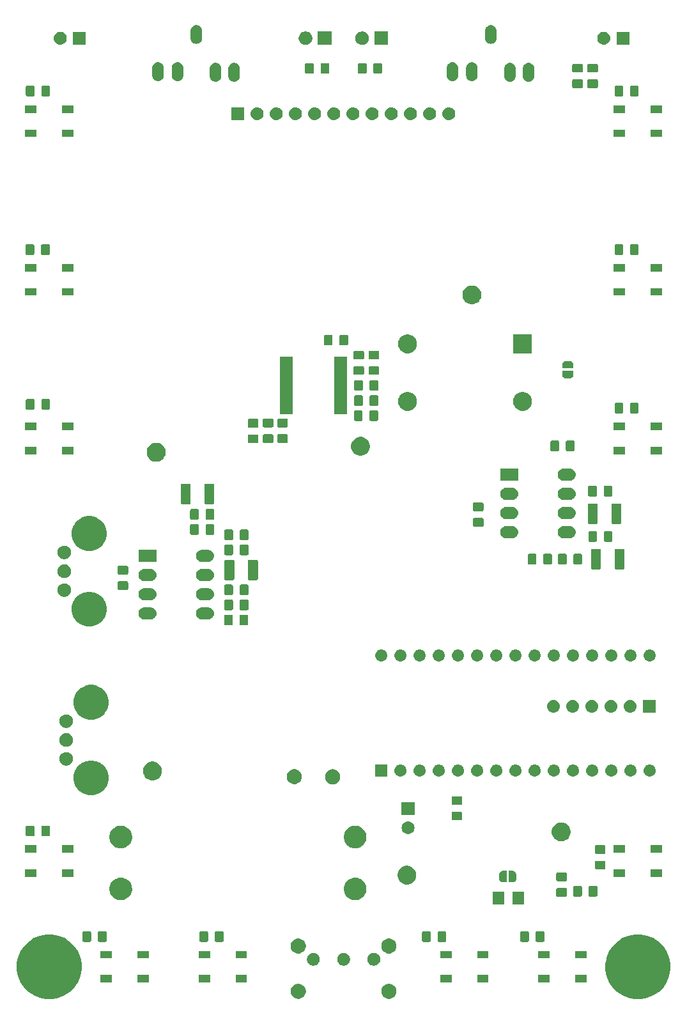
<source format=gts>
%TF.GenerationSoftware,KiCad,Pcbnew,5.0.2+dfsg1-1*%
%TF.CreationDate,2022-01-02T18:45:16-08:00*%
%TF.ProjectId,brains,62726169-6e73-42e6-9b69-6361645f7063,rev?*%
%TF.SameCoordinates,Original*%
%TF.FileFunction,Soldermask,Top*%
%TF.FilePolarity,Negative*%
%FSLAX46Y46*%
G04 Gerber Fmt 4.6, Leading zero omitted, Abs format (unit mm)*
G04 Created by KiCad (PCBNEW 5.0.2+dfsg1-1) date Sun 02 Jan 2022 06:45:16 PM PST*
%MOMM*%
%LPD*%
G01*
G04 APERTURE LIST*
%ADD10C,0.100000*%
G04 APERTURE END LIST*
D10*
G36*
X188254264Y-152865246D02*
X189036814Y-153189389D01*
X189570027Y-153545671D01*
X189741093Y-153659974D01*
X190340026Y-154258907D01*
X190340028Y-154258910D01*
X190810611Y-154963186D01*
X191134754Y-155745736D01*
X191201983Y-156083719D01*
X191300000Y-156576486D01*
X191300000Y-157423514D01*
X191134754Y-158254264D01*
X190810611Y-159036814D01*
X190414285Y-159629957D01*
X190340026Y-159741093D01*
X189741093Y-160340026D01*
X189741090Y-160340028D01*
X189036814Y-160810611D01*
X188254264Y-161134754D01*
X187868077Y-161211571D01*
X187423514Y-161300000D01*
X186576486Y-161300000D01*
X186131923Y-161211571D01*
X185745736Y-161134754D01*
X184963186Y-160810611D01*
X184258910Y-160340028D01*
X184258907Y-160340026D01*
X183659974Y-159741093D01*
X183585715Y-159629957D01*
X183189389Y-159036814D01*
X182865246Y-158254264D01*
X182700000Y-157423514D01*
X182700000Y-156576486D01*
X182798017Y-156083719D01*
X182865246Y-155745736D01*
X183189389Y-154963186D01*
X183659972Y-154258910D01*
X183659974Y-154258907D01*
X184258907Y-153659974D01*
X184429973Y-153545671D01*
X184963186Y-153189389D01*
X185745736Y-152865246D01*
X186576486Y-152700000D01*
X187423514Y-152700000D01*
X188254264Y-152865246D01*
X188254264Y-152865246D01*
G37*
G36*
X110254264Y-152865246D02*
X111036814Y-153189389D01*
X111570027Y-153545671D01*
X111741093Y-153659974D01*
X112340026Y-154258907D01*
X112340028Y-154258910D01*
X112810611Y-154963186D01*
X113134754Y-155745736D01*
X113201983Y-156083719D01*
X113300000Y-156576486D01*
X113300000Y-157423514D01*
X113134754Y-158254264D01*
X112810611Y-159036814D01*
X112414285Y-159629957D01*
X112340026Y-159741093D01*
X111741093Y-160340026D01*
X111741090Y-160340028D01*
X111036814Y-160810611D01*
X110254264Y-161134754D01*
X109868077Y-161211571D01*
X109423514Y-161300000D01*
X108576486Y-161300000D01*
X108131923Y-161211571D01*
X107745736Y-161134754D01*
X106963186Y-160810611D01*
X106258910Y-160340028D01*
X106258907Y-160340026D01*
X105659974Y-159741093D01*
X105585715Y-159629957D01*
X105189389Y-159036814D01*
X104865246Y-158254264D01*
X104700000Y-157423514D01*
X104700000Y-156576486D01*
X104798017Y-156083719D01*
X104865246Y-155745736D01*
X105189389Y-154963186D01*
X105659972Y-154258910D01*
X105659974Y-154258907D01*
X106258907Y-153659974D01*
X106429973Y-153545671D01*
X106963186Y-153189389D01*
X107745736Y-152865246D01*
X108576486Y-152700000D01*
X109423514Y-152700000D01*
X110254264Y-152865246D01*
X110254264Y-152865246D01*
G37*
G36*
X142175770Y-159265372D02*
X142291689Y-159288429D01*
X142473678Y-159363811D01*
X142637463Y-159473249D01*
X142776751Y-159612537D01*
X142886189Y-159776322D01*
X142961571Y-159958311D01*
X143000000Y-160151509D01*
X143000000Y-160348491D01*
X142961571Y-160541689D01*
X142886189Y-160723678D01*
X142776751Y-160887463D01*
X142637463Y-161026751D01*
X142473678Y-161136189D01*
X142291689Y-161211571D01*
X142175770Y-161234628D01*
X142098493Y-161250000D01*
X141901507Y-161250000D01*
X141824230Y-161234628D01*
X141708311Y-161211571D01*
X141526322Y-161136189D01*
X141362537Y-161026751D01*
X141223249Y-160887463D01*
X141113811Y-160723678D01*
X141038429Y-160541689D01*
X141000000Y-160348491D01*
X141000000Y-160151509D01*
X141038429Y-159958311D01*
X141113811Y-159776322D01*
X141223249Y-159612537D01*
X141362537Y-159473249D01*
X141526322Y-159363811D01*
X141708311Y-159288429D01*
X141824230Y-159265372D01*
X141901507Y-159250000D01*
X142098493Y-159250000D01*
X142175770Y-159265372D01*
X142175770Y-159265372D01*
G37*
G36*
X154175770Y-159265372D02*
X154291689Y-159288429D01*
X154473678Y-159363811D01*
X154637463Y-159473249D01*
X154776751Y-159612537D01*
X154886189Y-159776322D01*
X154961571Y-159958311D01*
X155000000Y-160151509D01*
X155000000Y-160348491D01*
X154961571Y-160541689D01*
X154886189Y-160723678D01*
X154776751Y-160887463D01*
X154637463Y-161026751D01*
X154473678Y-161136189D01*
X154291689Y-161211571D01*
X154175770Y-161234628D01*
X154098493Y-161250000D01*
X153901507Y-161250000D01*
X153824230Y-161234628D01*
X153708311Y-161211571D01*
X153526322Y-161136189D01*
X153362537Y-161026751D01*
X153223249Y-160887463D01*
X153113811Y-160723678D01*
X153038429Y-160541689D01*
X153000000Y-160348491D01*
X153000000Y-160151509D01*
X153038429Y-159958311D01*
X153113811Y-159776322D01*
X153223249Y-159612537D01*
X153362537Y-159473249D01*
X153526322Y-159363811D01*
X153708311Y-159288429D01*
X153824230Y-159265372D01*
X153901507Y-159250000D01*
X154098493Y-159250000D01*
X154175770Y-159265372D01*
X154175770Y-159265372D01*
G37*
G36*
X117300000Y-159100000D02*
X115800000Y-159100000D01*
X115800000Y-158100000D01*
X117300000Y-158100000D01*
X117300000Y-159100000D01*
X117300000Y-159100000D01*
G37*
G36*
X122200000Y-159100000D02*
X120700000Y-159100000D01*
X120700000Y-158100000D01*
X122200000Y-158100000D01*
X122200000Y-159100000D01*
X122200000Y-159100000D01*
G37*
G36*
X135200000Y-159100000D02*
X133700000Y-159100000D01*
X133700000Y-158100000D01*
X135200000Y-158100000D01*
X135200000Y-159100000D01*
X135200000Y-159100000D01*
G37*
G36*
X130300000Y-159100000D02*
X128800000Y-159100000D01*
X128800000Y-158100000D01*
X130300000Y-158100000D01*
X130300000Y-159100000D01*
X130300000Y-159100000D01*
G37*
G36*
X162300000Y-159100000D02*
X160800000Y-159100000D01*
X160800000Y-158100000D01*
X162300000Y-158100000D01*
X162300000Y-159100000D01*
X162300000Y-159100000D01*
G37*
G36*
X167200000Y-159100000D02*
X165700000Y-159100000D01*
X165700000Y-158100000D01*
X167200000Y-158100000D01*
X167200000Y-159100000D01*
X167200000Y-159100000D01*
G37*
G36*
X180200000Y-159100000D02*
X178700000Y-159100000D01*
X178700000Y-158100000D01*
X180200000Y-158100000D01*
X180200000Y-159100000D01*
X180200000Y-159100000D01*
G37*
G36*
X175300000Y-159100000D02*
X173800000Y-159100000D01*
X173800000Y-158100000D01*
X175300000Y-158100000D01*
X175300000Y-159100000D01*
X175300000Y-159100000D01*
G37*
G36*
X152247934Y-155182664D02*
X152402627Y-155246740D01*
X152541847Y-155339764D01*
X152660236Y-155458153D01*
X152753260Y-155597373D01*
X152817336Y-155752066D01*
X152850000Y-155916281D01*
X152850000Y-156083719D01*
X152817336Y-156247934D01*
X152753260Y-156402627D01*
X152660236Y-156541847D01*
X152541847Y-156660236D01*
X152402627Y-156753260D01*
X152247934Y-156817336D01*
X152083719Y-156850000D01*
X151916281Y-156850000D01*
X151752066Y-156817336D01*
X151597373Y-156753260D01*
X151458153Y-156660236D01*
X151339764Y-156541847D01*
X151246740Y-156402627D01*
X151182664Y-156247934D01*
X151150000Y-156083719D01*
X151150000Y-155916281D01*
X151182664Y-155752066D01*
X151246740Y-155597373D01*
X151339764Y-155458153D01*
X151458153Y-155339764D01*
X151597373Y-155246740D01*
X151752066Y-155182664D01*
X151916281Y-155150000D01*
X152083719Y-155150000D01*
X152247934Y-155182664D01*
X152247934Y-155182664D01*
G37*
G36*
X148247934Y-155182664D02*
X148402627Y-155246740D01*
X148541847Y-155339764D01*
X148660236Y-155458153D01*
X148753260Y-155597373D01*
X148817336Y-155752066D01*
X148850000Y-155916281D01*
X148850000Y-156083719D01*
X148817336Y-156247934D01*
X148753260Y-156402627D01*
X148660236Y-156541847D01*
X148541847Y-156660236D01*
X148402627Y-156753260D01*
X148247934Y-156817336D01*
X148083719Y-156850000D01*
X147916281Y-156850000D01*
X147752066Y-156817336D01*
X147597373Y-156753260D01*
X147458153Y-156660236D01*
X147339764Y-156541847D01*
X147246740Y-156402627D01*
X147182664Y-156247934D01*
X147150000Y-156083719D01*
X147150000Y-155916281D01*
X147182664Y-155752066D01*
X147246740Y-155597373D01*
X147339764Y-155458153D01*
X147458153Y-155339764D01*
X147597373Y-155246740D01*
X147752066Y-155182664D01*
X147916281Y-155150000D01*
X148083719Y-155150000D01*
X148247934Y-155182664D01*
X148247934Y-155182664D01*
G37*
G36*
X144247934Y-155182664D02*
X144402627Y-155246740D01*
X144541847Y-155339764D01*
X144660236Y-155458153D01*
X144753260Y-155597373D01*
X144817336Y-155752066D01*
X144850000Y-155916281D01*
X144850000Y-156083719D01*
X144817336Y-156247934D01*
X144753260Y-156402627D01*
X144660236Y-156541847D01*
X144541847Y-156660236D01*
X144402627Y-156753260D01*
X144247934Y-156817336D01*
X144083719Y-156850000D01*
X143916281Y-156850000D01*
X143752066Y-156817336D01*
X143597373Y-156753260D01*
X143458153Y-156660236D01*
X143339764Y-156541847D01*
X143246740Y-156402627D01*
X143182664Y-156247934D01*
X143150000Y-156083719D01*
X143150000Y-155916281D01*
X143182664Y-155752066D01*
X143246740Y-155597373D01*
X143339764Y-155458153D01*
X143458153Y-155339764D01*
X143597373Y-155246740D01*
X143752066Y-155182664D01*
X143916281Y-155150000D01*
X144083719Y-155150000D01*
X144247934Y-155182664D01*
X144247934Y-155182664D01*
G37*
G36*
X135200000Y-155900000D02*
X133700000Y-155900000D01*
X133700000Y-154900000D01*
X135200000Y-154900000D01*
X135200000Y-155900000D01*
X135200000Y-155900000D01*
G37*
G36*
X122200000Y-155900000D02*
X120700000Y-155900000D01*
X120700000Y-154900000D01*
X122200000Y-154900000D01*
X122200000Y-155900000D01*
X122200000Y-155900000D01*
G37*
G36*
X130300000Y-155900000D02*
X128800000Y-155900000D01*
X128800000Y-154900000D01*
X130300000Y-154900000D01*
X130300000Y-155900000D01*
X130300000Y-155900000D01*
G37*
G36*
X162300000Y-155900000D02*
X160800000Y-155900000D01*
X160800000Y-154900000D01*
X162300000Y-154900000D01*
X162300000Y-155900000D01*
X162300000Y-155900000D01*
G37*
G36*
X180200000Y-155900000D02*
X178700000Y-155900000D01*
X178700000Y-154900000D01*
X180200000Y-154900000D01*
X180200000Y-155900000D01*
X180200000Y-155900000D01*
G37*
G36*
X117300000Y-155900000D02*
X115800000Y-155900000D01*
X115800000Y-154900000D01*
X117300000Y-154900000D01*
X117300000Y-155900000D01*
X117300000Y-155900000D01*
G37*
G36*
X175300000Y-155900000D02*
X173800000Y-155900000D01*
X173800000Y-154900000D01*
X175300000Y-154900000D01*
X175300000Y-155900000D01*
X175300000Y-155900000D01*
G37*
G36*
X167200000Y-155900000D02*
X165700000Y-155900000D01*
X165700000Y-154900000D01*
X167200000Y-154900000D01*
X167200000Y-155900000D01*
X167200000Y-155900000D01*
G37*
G36*
X154175770Y-153265372D02*
X154291689Y-153288429D01*
X154473678Y-153363811D01*
X154637463Y-153473249D01*
X154776751Y-153612537D01*
X154886189Y-153776322D01*
X154961571Y-153958311D01*
X155000000Y-154151509D01*
X155000000Y-154348491D01*
X154961571Y-154541689D01*
X154886189Y-154723678D01*
X154776751Y-154887463D01*
X154637463Y-155026751D01*
X154473678Y-155136189D01*
X154291689Y-155211571D01*
X154175770Y-155234628D01*
X154098493Y-155250000D01*
X153901507Y-155250000D01*
X153824230Y-155234628D01*
X153708311Y-155211571D01*
X153526322Y-155136189D01*
X153362537Y-155026751D01*
X153223249Y-154887463D01*
X153113811Y-154723678D01*
X153038429Y-154541689D01*
X153000000Y-154348491D01*
X153000000Y-154151509D01*
X153038429Y-153958311D01*
X153113811Y-153776322D01*
X153223249Y-153612537D01*
X153362537Y-153473249D01*
X153526322Y-153363811D01*
X153708311Y-153288429D01*
X153824230Y-153265372D01*
X153901507Y-153250000D01*
X154098493Y-153250000D01*
X154175770Y-153265372D01*
X154175770Y-153265372D01*
G37*
G36*
X142175770Y-153265372D02*
X142291689Y-153288429D01*
X142473678Y-153363811D01*
X142637463Y-153473249D01*
X142776751Y-153612537D01*
X142886189Y-153776322D01*
X142961571Y-153958311D01*
X143000000Y-154151509D01*
X143000000Y-154348491D01*
X142961571Y-154541689D01*
X142886189Y-154723678D01*
X142776751Y-154887463D01*
X142637463Y-155026751D01*
X142473678Y-155136189D01*
X142291689Y-155211571D01*
X142175770Y-155234628D01*
X142098493Y-155250000D01*
X141901507Y-155250000D01*
X141824230Y-155234628D01*
X141708311Y-155211571D01*
X141526322Y-155136189D01*
X141362537Y-155026751D01*
X141223249Y-154887463D01*
X141113811Y-154723678D01*
X141038429Y-154541689D01*
X141000000Y-154348491D01*
X141000000Y-154151509D01*
X141038429Y-153958311D01*
X141113811Y-153776322D01*
X141223249Y-153612537D01*
X141362537Y-153473249D01*
X141526322Y-153363811D01*
X141708311Y-153288429D01*
X141824230Y-153265372D01*
X141901507Y-153250000D01*
X142098493Y-153250000D01*
X142175770Y-153265372D01*
X142175770Y-153265372D01*
G37*
G36*
X161455522Y-152304039D02*
X161489053Y-152314211D01*
X161519960Y-152330731D01*
X161547043Y-152352957D01*
X161569269Y-152380040D01*
X161585789Y-152410947D01*
X161595961Y-152444478D01*
X161600000Y-152485487D01*
X161600000Y-153514513D01*
X161595961Y-153555522D01*
X161585789Y-153589053D01*
X161569269Y-153619960D01*
X161547043Y-153647043D01*
X161519960Y-153669269D01*
X161489053Y-153685789D01*
X161455522Y-153695961D01*
X161414513Y-153700000D01*
X160635487Y-153700000D01*
X160594478Y-153695961D01*
X160560947Y-153685789D01*
X160530040Y-153669269D01*
X160502957Y-153647043D01*
X160480731Y-153619960D01*
X160464211Y-153589053D01*
X160454039Y-153555522D01*
X160450000Y-153514513D01*
X160450000Y-152485487D01*
X160454039Y-152444478D01*
X160464211Y-152410947D01*
X160480731Y-152380040D01*
X160502957Y-152352957D01*
X160530040Y-152330731D01*
X160560947Y-152314211D01*
X160594478Y-152304039D01*
X160635487Y-152300000D01*
X161414513Y-152300000D01*
X161455522Y-152304039D01*
X161455522Y-152304039D01*
G37*
G36*
X172405522Y-152304039D02*
X172439053Y-152314211D01*
X172469960Y-152330731D01*
X172497043Y-152352957D01*
X172519269Y-152380040D01*
X172535789Y-152410947D01*
X172545961Y-152444478D01*
X172550000Y-152485487D01*
X172550000Y-153514513D01*
X172545961Y-153555522D01*
X172535789Y-153589053D01*
X172519269Y-153619960D01*
X172497043Y-153647043D01*
X172469960Y-153669269D01*
X172439053Y-153685789D01*
X172405522Y-153695961D01*
X172364513Y-153700000D01*
X171585487Y-153700000D01*
X171544478Y-153695961D01*
X171510947Y-153685789D01*
X171480040Y-153669269D01*
X171452957Y-153647043D01*
X171430731Y-153619960D01*
X171414211Y-153589053D01*
X171404039Y-153555522D01*
X171400000Y-153514513D01*
X171400000Y-152485487D01*
X171404039Y-152444478D01*
X171414211Y-152410947D01*
X171430731Y-152380040D01*
X171452957Y-152352957D01*
X171480040Y-152330731D01*
X171510947Y-152314211D01*
X171544478Y-152304039D01*
X171585487Y-152300000D01*
X172364513Y-152300000D01*
X172405522Y-152304039D01*
X172405522Y-152304039D01*
G37*
G36*
X116455522Y-152304039D02*
X116489053Y-152314211D01*
X116519960Y-152330731D01*
X116547043Y-152352957D01*
X116569269Y-152380040D01*
X116585789Y-152410947D01*
X116595961Y-152444478D01*
X116600000Y-152485487D01*
X116600000Y-153514513D01*
X116595961Y-153555522D01*
X116585789Y-153589053D01*
X116569269Y-153619960D01*
X116547043Y-153647043D01*
X116519960Y-153669269D01*
X116489053Y-153685789D01*
X116455522Y-153695961D01*
X116414513Y-153700000D01*
X115635487Y-153700000D01*
X115594478Y-153695961D01*
X115560947Y-153685789D01*
X115530040Y-153669269D01*
X115502957Y-153647043D01*
X115480731Y-153619960D01*
X115464211Y-153589053D01*
X115454039Y-153555522D01*
X115450000Y-153514513D01*
X115450000Y-152485487D01*
X115454039Y-152444478D01*
X115464211Y-152410947D01*
X115480731Y-152380040D01*
X115502957Y-152352957D01*
X115530040Y-152330731D01*
X115560947Y-152314211D01*
X115594478Y-152304039D01*
X115635487Y-152300000D01*
X116414513Y-152300000D01*
X116455522Y-152304039D01*
X116455522Y-152304039D01*
G37*
G36*
X114405522Y-152304039D02*
X114439053Y-152314211D01*
X114469960Y-152330731D01*
X114497043Y-152352957D01*
X114519269Y-152380040D01*
X114535789Y-152410947D01*
X114545961Y-152444478D01*
X114550000Y-152485487D01*
X114550000Y-153514513D01*
X114545961Y-153555522D01*
X114535789Y-153589053D01*
X114519269Y-153619960D01*
X114497043Y-153647043D01*
X114469960Y-153669269D01*
X114439053Y-153685789D01*
X114405522Y-153695961D01*
X114364513Y-153700000D01*
X113585487Y-153700000D01*
X113544478Y-153695961D01*
X113510947Y-153685789D01*
X113480040Y-153669269D01*
X113452957Y-153647043D01*
X113430731Y-153619960D01*
X113414211Y-153589053D01*
X113404039Y-153555522D01*
X113400000Y-153514513D01*
X113400000Y-152485487D01*
X113404039Y-152444478D01*
X113414211Y-152410947D01*
X113430731Y-152380040D01*
X113452957Y-152352957D01*
X113480040Y-152330731D01*
X113510947Y-152314211D01*
X113544478Y-152304039D01*
X113585487Y-152300000D01*
X114364513Y-152300000D01*
X114405522Y-152304039D01*
X114405522Y-152304039D01*
G37*
G36*
X159405522Y-152304039D02*
X159439053Y-152314211D01*
X159469960Y-152330731D01*
X159497043Y-152352957D01*
X159519269Y-152380040D01*
X159535789Y-152410947D01*
X159545961Y-152444478D01*
X159550000Y-152485487D01*
X159550000Y-153514513D01*
X159545961Y-153555522D01*
X159535789Y-153589053D01*
X159519269Y-153619960D01*
X159497043Y-153647043D01*
X159469960Y-153669269D01*
X159439053Y-153685789D01*
X159405522Y-153695961D01*
X159364513Y-153700000D01*
X158585487Y-153700000D01*
X158544478Y-153695961D01*
X158510947Y-153685789D01*
X158480040Y-153669269D01*
X158452957Y-153647043D01*
X158430731Y-153619960D01*
X158414211Y-153589053D01*
X158404039Y-153555522D01*
X158400000Y-153514513D01*
X158400000Y-152485487D01*
X158404039Y-152444478D01*
X158414211Y-152410947D01*
X158430731Y-152380040D01*
X158452957Y-152352957D01*
X158480040Y-152330731D01*
X158510947Y-152314211D01*
X158544478Y-152304039D01*
X158585487Y-152300000D01*
X159364513Y-152300000D01*
X159405522Y-152304039D01*
X159405522Y-152304039D01*
G37*
G36*
X131955522Y-152304039D02*
X131989053Y-152314211D01*
X132019960Y-152330731D01*
X132047043Y-152352957D01*
X132069269Y-152380040D01*
X132085789Y-152410947D01*
X132095961Y-152444478D01*
X132100000Y-152485487D01*
X132100000Y-153514513D01*
X132095961Y-153555522D01*
X132085789Y-153589053D01*
X132069269Y-153619960D01*
X132047043Y-153647043D01*
X132019960Y-153669269D01*
X131989053Y-153685789D01*
X131955522Y-153695961D01*
X131914513Y-153700000D01*
X131135487Y-153700000D01*
X131094478Y-153695961D01*
X131060947Y-153685789D01*
X131030040Y-153669269D01*
X131002957Y-153647043D01*
X130980731Y-153619960D01*
X130964211Y-153589053D01*
X130954039Y-153555522D01*
X130950000Y-153514513D01*
X130950000Y-152485487D01*
X130954039Y-152444478D01*
X130964211Y-152410947D01*
X130980731Y-152380040D01*
X131002957Y-152352957D01*
X131030040Y-152330731D01*
X131060947Y-152314211D01*
X131094478Y-152304039D01*
X131135487Y-152300000D01*
X131914513Y-152300000D01*
X131955522Y-152304039D01*
X131955522Y-152304039D01*
G37*
G36*
X129905522Y-152304039D02*
X129939053Y-152314211D01*
X129969960Y-152330731D01*
X129997043Y-152352957D01*
X130019269Y-152380040D01*
X130035789Y-152410947D01*
X130045961Y-152444478D01*
X130050000Y-152485487D01*
X130050000Y-153514513D01*
X130045961Y-153555522D01*
X130035789Y-153589053D01*
X130019269Y-153619960D01*
X129997043Y-153647043D01*
X129969960Y-153669269D01*
X129939053Y-153685789D01*
X129905522Y-153695961D01*
X129864513Y-153700000D01*
X129085487Y-153700000D01*
X129044478Y-153695961D01*
X129010947Y-153685789D01*
X128980040Y-153669269D01*
X128952957Y-153647043D01*
X128930731Y-153619960D01*
X128914211Y-153589053D01*
X128904039Y-153555522D01*
X128900000Y-153514513D01*
X128900000Y-152485487D01*
X128904039Y-152444478D01*
X128914211Y-152410947D01*
X128930731Y-152380040D01*
X128952957Y-152352957D01*
X128980040Y-152330731D01*
X129010947Y-152314211D01*
X129044478Y-152304039D01*
X129085487Y-152300000D01*
X129864513Y-152300000D01*
X129905522Y-152304039D01*
X129905522Y-152304039D01*
G37*
G36*
X174455522Y-152304039D02*
X174489053Y-152314211D01*
X174519960Y-152330731D01*
X174547043Y-152352957D01*
X174569269Y-152380040D01*
X174585789Y-152410947D01*
X174595961Y-152444478D01*
X174600000Y-152485487D01*
X174600000Y-153514513D01*
X174595961Y-153555522D01*
X174585789Y-153589053D01*
X174569269Y-153619960D01*
X174547043Y-153647043D01*
X174519960Y-153669269D01*
X174489053Y-153685789D01*
X174455522Y-153695961D01*
X174414513Y-153700000D01*
X173635487Y-153700000D01*
X173594478Y-153695961D01*
X173560947Y-153685789D01*
X173530040Y-153669269D01*
X173502957Y-153647043D01*
X173480731Y-153619960D01*
X173464211Y-153589053D01*
X173454039Y-153555522D01*
X173450000Y-153514513D01*
X173450000Y-152485487D01*
X173454039Y-152444478D01*
X173464211Y-152410947D01*
X173480731Y-152380040D01*
X173502957Y-152352957D01*
X173530040Y-152330731D01*
X173560947Y-152314211D01*
X173594478Y-152304039D01*
X173635487Y-152300000D01*
X174414513Y-152300000D01*
X174455522Y-152304039D01*
X174455522Y-152304039D01*
G37*
G36*
X171912000Y-148724000D02*
X170412000Y-148724000D01*
X170412000Y-147024000D01*
X171912000Y-147024000D01*
X171912000Y-148724000D01*
X171912000Y-148724000D01*
G37*
G36*
X169252000Y-148724000D02*
X167752000Y-148724000D01*
X167752000Y-147024000D01*
X169252000Y-147024000D01*
X169252000Y-148724000D01*
X169252000Y-148724000D01*
G37*
G36*
X118810935Y-145228429D02*
X118907534Y-145247644D01*
X119092968Y-145324453D01*
X119152252Y-145349009D01*
X119180517Y-145360717D01*
X119302310Y-145442097D01*
X119426197Y-145524876D01*
X119635124Y-145733803D01*
X119799284Y-145979485D01*
X119912356Y-146252467D01*
X119961838Y-146501227D01*
X119970000Y-146542263D01*
X119970000Y-146837737D01*
X119912356Y-147127534D01*
X119799283Y-147400517D01*
X119673307Y-147589053D01*
X119635124Y-147646197D01*
X119426197Y-147855124D01*
X119426194Y-147855126D01*
X119180517Y-148019283D01*
X118907534Y-148132356D01*
X118810935Y-148151571D01*
X118617739Y-148190000D01*
X118322261Y-148190000D01*
X118129065Y-148151571D01*
X118032466Y-148132356D01*
X117759483Y-148019283D01*
X117513806Y-147855126D01*
X117513803Y-147855124D01*
X117304876Y-147646197D01*
X117266693Y-147589053D01*
X117140717Y-147400517D01*
X117027644Y-147127534D01*
X116970000Y-146837737D01*
X116970000Y-146542263D01*
X116978163Y-146501227D01*
X117027644Y-146252467D01*
X117140716Y-145979485D01*
X117304876Y-145733803D01*
X117513803Y-145524876D01*
X117637690Y-145442097D01*
X117759483Y-145360717D01*
X117787749Y-145349009D01*
X117847032Y-145324453D01*
X118032466Y-145247644D01*
X118129065Y-145228429D01*
X118322261Y-145190000D01*
X118617739Y-145190000D01*
X118810935Y-145228429D01*
X118810935Y-145228429D01*
G37*
G36*
X149870935Y-145228429D02*
X149967534Y-145247644D01*
X150152968Y-145324453D01*
X150212252Y-145349009D01*
X150240517Y-145360717D01*
X150362310Y-145442097D01*
X150486197Y-145524876D01*
X150695124Y-145733803D01*
X150859284Y-145979485D01*
X150972356Y-146252467D01*
X151021838Y-146501227D01*
X151030000Y-146542263D01*
X151030000Y-146837737D01*
X150972356Y-147127534D01*
X150859283Y-147400517D01*
X150733307Y-147589053D01*
X150695124Y-147646197D01*
X150486197Y-147855124D01*
X150486194Y-147855126D01*
X150240517Y-148019283D01*
X149967534Y-148132356D01*
X149870935Y-148151571D01*
X149677739Y-148190000D01*
X149382261Y-148190000D01*
X149189065Y-148151571D01*
X149092466Y-148132356D01*
X148819483Y-148019283D01*
X148573806Y-147855126D01*
X148573803Y-147855124D01*
X148364876Y-147646197D01*
X148326693Y-147589053D01*
X148200717Y-147400517D01*
X148087644Y-147127534D01*
X148030000Y-146837737D01*
X148030000Y-146542263D01*
X148038163Y-146501227D01*
X148087644Y-146252467D01*
X148200716Y-145979485D01*
X148364876Y-145733803D01*
X148573803Y-145524876D01*
X148697690Y-145442097D01*
X148819483Y-145360717D01*
X148847749Y-145349009D01*
X148907032Y-145324453D01*
X149092466Y-145247644D01*
X149189065Y-145228429D01*
X149382261Y-145190000D01*
X149677739Y-145190000D01*
X149870935Y-145228429D01*
X149870935Y-145228429D01*
G37*
G36*
X177425522Y-146574039D02*
X177459053Y-146584211D01*
X177489960Y-146600731D01*
X177517043Y-146622957D01*
X177539269Y-146650040D01*
X177555789Y-146680947D01*
X177565961Y-146714478D01*
X177570000Y-146755487D01*
X177570000Y-147534513D01*
X177565961Y-147575522D01*
X177555789Y-147609053D01*
X177539269Y-147639960D01*
X177517043Y-147667043D01*
X177489960Y-147689269D01*
X177459053Y-147705789D01*
X177425522Y-147715961D01*
X177384513Y-147720000D01*
X176355487Y-147720000D01*
X176314478Y-147715961D01*
X176280947Y-147705789D01*
X176250040Y-147689269D01*
X176222957Y-147667043D01*
X176200731Y-147639960D01*
X176184211Y-147609053D01*
X176174039Y-147575522D01*
X176170000Y-147534513D01*
X176170000Y-146755487D01*
X176174039Y-146714478D01*
X176184211Y-146680947D01*
X176200731Y-146650040D01*
X176222957Y-146622957D01*
X176250040Y-146600731D01*
X176280947Y-146584211D01*
X176314478Y-146574039D01*
X176355487Y-146570000D01*
X177384513Y-146570000D01*
X177425522Y-146574039D01*
X177425522Y-146574039D01*
G37*
G36*
X181480522Y-146304039D02*
X181514053Y-146314211D01*
X181544960Y-146330731D01*
X181572043Y-146352957D01*
X181594269Y-146380040D01*
X181610789Y-146410947D01*
X181620961Y-146444478D01*
X181625000Y-146485487D01*
X181625000Y-147514513D01*
X181620961Y-147555522D01*
X181610789Y-147589053D01*
X181594269Y-147619960D01*
X181572043Y-147647043D01*
X181544960Y-147669269D01*
X181514053Y-147685789D01*
X181480522Y-147695961D01*
X181439513Y-147700000D01*
X180660487Y-147700000D01*
X180619478Y-147695961D01*
X180585947Y-147685789D01*
X180555040Y-147669269D01*
X180527957Y-147647043D01*
X180505731Y-147619960D01*
X180489211Y-147589053D01*
X180479039Y-147555522D01*
X180475000Y-147514513D01*
X180475000Y-146485487D01*
X180479039Y-146444478D01*
X180489211Y-146410947D01*
X180505731Y-146380040D01*
X180527957Y-146352957D01*
X180555040Y-146330731D01*
X180585947Y-146314211D01*
X180619478Y-146304039D01*
X180660487Y-146300000D01*
X181439513Y-146300000D01*
X181480522Y-146304039D01*
X181480522Y-146304039D01*
G37*
G36*
X179430522Y-146304039D02*
X179464053Y-146314211D01*
X179494960Y-146330731D01*
X179522043Y-146352957D01*
X179544269Y-146380040D01*
X179560789Y-146410947D01*
X179570961Y-146444478D01*
X179575000Y-146485487D01*
X179575000Y-147514513D01*
X179570961Y-147555522D01*
X179560789Y-147589053D01*
X179544269Y-147619960D01*
X179522043Y-147647043D01*
X179494960Y-147669269D01*
X179464053Y-147685789D01*
X179430522Y-147695961D01*
X179389513Y-147700000D01*
X178610487Y-147700000D01*
X178569478Y-147695961D01*
X178535947Y-147685789D01*
X178505040Y-147669269D01*
X178477957Y-147647043D01*
X178455731Y-147619960D01*
X178439211Y-147589053D01*
X178429039Y-147555522D01*
X178425000Y-147514513D01*
X178425000Y-146485487D01*
X178429039Y-146444478D01*
X178439211Y-146410947D01*
X178455731Y-146380040D01*
X178477957Y-146352957D01*
X178505040Y-146330731D01*
X178535947Y-146314211D01*
X178569478Y-146304039D01*
X178610487Y-146300000D01*
X179389513Y-146300000D01*
X179430522Y-146304039D01*
X179430522Y-146304039D01*
G37*
G36*
X156754612Y-143648037D02*
X156982096Y-143742264D01*
X157186831Y-143879064D01*
X157360936Y-144053169D01*
X157497736Y-144257904D01*
X157591963Y-144485388D01*
X157640000Y-144726885D01*
X157640000Y-144973115D01*
X157591963Y-145214612D01*
X157497736Y-145442096D01*
X157360936Y-145646831D01*
X157186831Y-145820936D01*
X156982096Y-145957736D01*
X156754612Y-146051963D01*
X156513115Y-146100000D01*
X156266885Y-146100000D01*
X156025388Y-146051963D01*
X155797904Y-145957736D01*
X155593169Y-145820936D01*
X155419064Y-145646831D01*
X155282264Y-145442096D01*
X155188037Y-145214612D01*
X155140000Y-144973115D01*
X155140000Y-144726885D01*
X155188037Y-144485388D01*
X155282264Y-144257904D01*
X155419064Y-144053169D01*
X155593169Y-143879064D01*
X155797904Y-143742264D01*
X156025388Y-143648037D01*
X156266885Y-143600000D01*
X156513115Y-143600000D01*
X156754612Y-143648037D01*
X156754612Y-143648037D01*
G37*
G36*
X169589999Y-144299999D02*
X169589998Y-144299999D01*
X169590000Y-144300000D01*
X169590001Y-144300001D01*
X169590605Y-144306137D01*
X169590605Y-145793863D01*
X169590001Y-145799999D01*
X169589999Y-145800001D01*
X169583863Y-145800605D01*
X169096137Y-145800605D01*
X169077797Y-145798799D01*
X169065547Y-145798197D01*
X169047128Y-145798197D01*
X169034850Y-145796988D01*
X168950768Y-145780263D01*
X168938952Y-145776678D01*
X168859745Y-145743870D01*
X168848860Y-145738053D01*
X168777575Y-145690421D01*
X168768027Y-145682585D01*
X168707415Y-145621973D01*
X168699579Y-145612425D01*
X168651947Y-145541140D01*
X168646130Y-145530255D01*
X168613322Y-145451048D01*
X168609737Y-145439232D01*
X168593012Y-145355150D01*
X168591803Y-145342872D01*
X168591803Y-145324453D01*
X168591201Y-145312203D01*
X168589395Y-145293863D01*
X168589395Y-144806137D01*
X168591201Y-144787797D01*
X168591803Y-144775547D01*
X168591803Y-144757128D01*
X168593012Y-144744850D01*
X168609737Y-144660768D01*
X168613322Y-144648952D01*
X168646130Y-144569745D01*
X168651947Y-144558860D01*
X168699579Y-144487575D01*
X168707415Y-144478027D01*
X168768027Y-144417415D01*
X168777575Y-144409579D01*
X168848860Y-144361947D01*
X168859745Y-144356130D01*
X168938952Y-144323322D01*
X168950768Y-144319737D01*
X169034850Y-144303012D01*
X169047128Y-144301803D01*
X169065547Y-144301803D01*
X169077797Y-144301201D01*
X169096137Y-144299395D01*
X169583863Y-144299395D01*
X169589999Y-144299999D01*
X169589999Y-144299999D01*
G37*
G36*
X170402203Y-144301201D02*
X170414453Y-144301803D01*
X170432872Y-144301803D01*
X170445150Y-144303012D01*
X170529232Y-144319737D01*
X170541048Y-144323322D01*
X170620255Y-144356130D01*
X170631140Y-144361947D01*
X170702425Y-144409579D01*
X170711973Y-144417415D01*
X170772585Y-144478027D01*
X170780421Y-144487575D01*
X170828053Y-144558860D01*
X170833870Y-144569745D01*
X170866678Y-144648952D01*
X170870263Y-144660768D01*
X170886988Y-144744850D01*
X170888197Y-144757128D01*
X170888197Y-144775547D01*
X170888799Y-144787797D01*
X170890605Y-144806137D01*
X170890605Y-145293863D01*
X170888799Y-145312203D01*
X170888197Y-145324453D01*
X170888197Y-145342872D01*
X170886988Y-145355150D01*
X170870263Y-145439232D01*
X170866678Y-145451048D01*
X170833870Y-145530255D01*
X170828053Y-145541140D01*
X170780421Y-145612425D01*
X170772585Y-145621973D01*
X170711973Y-145682585D01*
X170702425Y-145690421D01*
X170631140Y-145738053D01*
X170620255Y-145743870D01*
X170541048Y-145776678D01*
X170529232Y-145780263D01*
X170445150Y-145796988D01*
X170432872Y-145798197D01*
X170414453Y-145798197D01*
X170402203Y-145798799D01*
X170383863Y-145800605D01*
X169896137Y-145800605D01*
X169890001Y-145800001D01*
X169889999Y-145799999D01*
X169889395Y-145793863D01*
X169889395Y-144306137D01*
X169889999Y-144300001D01*
X169890000Y-144300000D01*
X169890002Y-144299999D01*
X169890001Y-144299999D01*
X169896137Y-144299395D01*
X170383863Y-144299395D01*
X170402203Y-144301201D01*
X170402203Y-144301201D01*
G37*
G36*
X177425522Y-144524039D02*
X177459053Y-144534211D01*
X177489960Y-144550731D01*
X177517043Y-144572957D01*
X177539269Y-144600040D01*
X177555789Y-144630947D01*
X177565961Y-144664478D01*
X177570000Y-144705487D01*
X177570000Y-145484513D01*
X177565961Y-145525522D01*
X177555789Y-145559053D01*
X177539269Y-145589960D01*
X177517043Y-145617043D01*
X177489960Y-145639269D01*
X177459053Y-145655789D01*
X177425522Y-145665961D01*
X177384513Y-145670000D01*
X176355487Y-145670000D01*
X176314478Y-145665961D01*
X176280947Y-145655789D01*
X176250040Y-145639269D01*
X176222957Y-145617043D01*
X176200731Y-145589960D01*
X176184211Y-145559053D01*
X176174039Y-145525522D01*
X176170000Y-145484513D01*
X176170000Y-144705487D01*
X176174039Y-144664478D01*
X176184211Y-144630947D01*
X176200731Y-144600040D01*
X176222957Y-144572957D01*
X176250040Y-144550731D01*
X176280947Y-144534211D01*
X176314478Y-144524039D01*
X176355487Y-144520000D01*
X177384513Y-144520000D01*
X177425522Y-144524039D01*
X177425522Y-144524039D01*
G37*
G36*
X190200000Y-145100000D02*
X188700000Y-145100000D01*
X188700000Y-144100000D01*
X190200000Y-144100000D01*
X190200000Y-145100000D01*
X190200000Y-145100000D01*
G37*
G36*
X107300000Y-145100000D02*
X105800000Y-145100000D01*
X105800000Y-144100000D01*
X107300000Y-144100000D01*
X107300000Y-145100000D01*
X107300000Y-145100000D01*
G37*
G36*
X112200000Y-145100000D02*
X110700000Y-145100000D01*
X110700000Y-144100000D01*
X112200000Y-144100000D01*
X112200000Y-145100000D01*
X112200000Y-145100000D01*
G37*
G36*
X185300000Y-145100000D02*
X183800000Y-145100000D01*
X183800000Y-144100000D01*
X185300000Y-144100000D01*
X185300000Y-145100000D01*
X185300000Y-145100000D01*
G37*
G36*
X182555522Y-142954039D02*
X182589053Y-142964211D01*
X182619960Y-142980731D01*
X182647043Y-143002957D01*
X182669269Y-143030040D01*
X182685789Y-143060947D01*
X182695961Y-143094478D01*
X182700000Y-143135487D01*
X182700000Y-143914513D01*
X182695961Y-143955522D01*
X182685789Y-143989053D01*
X182669269Y-144019960D01*
X182647043Y-144047043D01*
X182619960Y-144069269D01*
X182589053Y-144085789D01*
X182555522Y-144095961D01*
X182514513Y-144100000D01*
X181485487Y-144100000D01*
X181444478Y-144095961D01*
X181410947Y-144085789D01*
X181380040Y-144069269D01*
X181352957Y-144047043D01*
X181330731Y-144019960D01*
X181314211Y-143989053D01*
X181304039Y-143955522D01*
X181300000Y-143914513D01*
X181300000Y-143135487D01*
X181304039Y-143094478D01*
X181314211Y-143060947D01*
X181330731Y-143030040D01*
X181352957Y-143002957D01*
X181380040Y-142980731D01*
X181410947Y-142964211D01*
X181444478Y-142954039D01*
X181485487Y-142950000D01*
X182514513Y-142950000D01*
X182555522Y-142954039D01*
X182555522Y-142954039D01*
G37*
G36*
X182555522Y-140904039D02*
X182589053Y-140914211D01*
X182619960Y-140930731D01*
X182647043Y-140952957D01*
X182669269Y-140980040D01*
X182685789Y-141010947D01*
X182695961Y-141044478D01*
X182700000Y-141085487D01*
X182700000Y-141864513D01*
X182695961Y-141905522D01*
X182685789Y-141939053D01*
X182669269Y-141969960D01*
X182647043Y-141997043D01*
X182619960Y-142019269D01*
X182589053Y-142035789D01*
X182555522Y-142045961D01*
X182514513Y-142050000D01*
X181485487Y-142050000D01*
X181444478Y-142045961D01*
X181410947Y-142035789D01*
X181380040Y-142019269D01*
X181352957Y-141997043D01*
X181330731Y-141969960D01*
X181314211Y-141939053D01*
X181304039Y-141905522D01*
X181300000Y-141864513D01*
X181300000Y-141085487D01*
X181304039Y-141044478D01*
X181314211Y-141010947D01*
X181330731Y-140980040D01*
X181352957Y-140952957D01*
X181380040Y-140930731D01*
X181410947Y-140914211D01*
X181444478Y-140904039D01*
X181485487Y-140900000D01*
X182514513Y-140900000D01*
X182555522Y-140904039D01*
X182555522Y-140904039D01*
G37*
G36*
X107300000Y-141900000D02*
X105800000Y-141900000D01*
X105800000Y-140900000D01*
X107300000Y-140900000D01*
X107300000Y-141900000D01*
X107300000Y-141900000D01*
G37*
G36*
X185300000Y-141900000D02*
X183800000Y-141900000D01*
X183800000Y-140900000D01*
X185300000Y-140900000D01*
X185300000Y-141900000D01*
X185300000Y-141900000D01*
G37*
G36*
X112200000Y-141900000D02*
X110700000Y-141900000D01*
X110700000Y-140900000D01*
X112200000Y-140900000D01*
X112200000Y-141900000D01*
X112200000Y-141900000D01*
G37*
G36*
X190200000Y-141900000D02*
X188700000Y-141900000D01*
X188700000Y-140900000D01*
X190200000Y-140900000D01*
X190200000Y-141900000D01*
X190200000Y-141900000D01*
G37*
G36*
X149839276Y-138342132D02*
X149967534Y-138367644D01*
X150240517Y-138480717D01*
X150271212Y-138501227D01*
X150486197Y-138644876D01*
X150695124Y-138853803D01*
X150695126Y-138853806D01*
X150859283Y-139099483D01*
X150972356Y-139372466D01*
X150981354Y-139417701D01*
X151030000Y-139662261D01*
X151030000Y-139957739D01*
X150972356Y-140247533D01*
X150859284Y-140520515D01*
X150695124Y-140766197D01*
X150486197Y-140975124D01*
X150486194Y-140975126D01*
X150240517Y-141139283D01*
X150240516Y-141139284D01*
X150240515Y-141139284D01*
X150160560Y-141172402D01*
X149967534Y-141252356D01*
X149870935Y-141271571D01*
X149677739Y-141310000D01*
X149382261Y-141310000D01*
X149189065Y-141271571D01*
X149092466Y-141252356D01*
X148899440Y-141172402D01*
X148819485Y-141139284D01*
X148819484Y-141139284D01*
X148819483Y-141139283D01*
X148573806Y-140975126D01*
X148573803Y-140975124D01*
X148364876Y-140766197D01*
X148200716Y-140520515D01*
X148087644Y-140247533D01*
X148030000Y-139957739D01*
X148030000Y-139662261D01*
X148078646Y-139417701D01*
X148087644Y-139372466D01*
X148200717Y-139099483D01*
X148364874Y-138853806D01*
X148364876Y-138853803D01*
X148573803Y-138644876D01*
X148788788Y-138501227D01*
X148819483Y-138480717D01*
X149092466Y-138367644D01*
X149220724Y-138342132D01*
X149382261Y-138310000D01*
X149677739Y-138310000D01*
X149839276Y-138342132D01*
X149839276Y-138342132D01*
G37*
G36*
X118779276Y-138342132D02*
X118907534Y-138367644D01*
X119180517Y-138480717D01*
X119211212Y-138501227D01*
X119426197Y-138644876D01*
X119635124Y-138853803D01*
X119635126Y-138853806D01*
X119799283Y-139099483D01*
X119912356Y-139372466D01*
X119921354Y-139417701D01*
X119970000Y-139662261D01*
X119970000Y-139957739D01*
X119912356Y-140247533D01*
X119799284Y-140520515D01*
X119635124Y-140766197D01*
X119426197Y-140975124D01*
X119426194Y-140975126D01*
X119180517Y-141139283D01*
X119180516Y-141139284D01*
X119180515Y-141139284D01*
X119100560Y-141172402D01*
X118907534Y-141252356D01*
X118810935Y-141271571D01*
X118617739Y-141310000D01*
X118322261Y-141310000D01*
X118129065Y-141271571D01*
X118032466Y-141252356D01*
X117839440Y-141172402D01*
X117759485Y-141139284D01*
X117759484Y-141139284D01*
X117759483Y-141139283D01*
X117513806Y-140975126D01*
X117513803Y-140975124D01*
X117304876Y-140766197D01*
X117140716Y-140520515D01*
X117027644Y-140247533D01*
X116970000Y-139957739D01*
X116970000Y-139662261D01*
X117018646Y-139417701D01*
X117027644Y-139372466D01*
X117140717Y-139099483D01*
X117304874Y-138853806D01*
X117304876Y-138853803D01*
X117513803Y-138644876D01*
X117728788Y-138501227D01*
X117759483Y-138480717D01*
X118032466Y-138367644D01*
X118160724Y-138342132D01*
X118322261Y-138310000D01*
X118617739Y-138310000D01*
X118779276Y-138342132D01*
X118779276Y-138342132D01*
G37*
G36*
X177194612Y-137928037D02*
X177422096Y-138022264D01*
X177626831Y-138159064D01*
X177800936Y-138333169D01*
X177937736Y-138537904D01*
X178031963Y-138765388D01*
X178080000Y-139006885D01*
X178080000Y-139253115D01*
X178031963Y-139494612D01*
X177937736Y-139722096D01*
X177800936Y-139926831D01*
X177626831Y-140100936D01*
X177422096Y-140237736D01*
X177194612Y-140331963D01*
X176953115Y-140380000D01*
X176706885Y-140380000D01*
X176465388Y-140331963D01*
X176237904Y-140237736D01*
X176033169Y-140100936D01*
X175859064Y-139926831D01*
X175722264Y-139722096D01*
X175628037Y-139494612D01*
X175580000Y-139253115D01*
X175580000Y-139006885D01*
X175628037Y-138765388D01*
X175722264Y-138537904D01*
X175859064Y-138333169D01*
X176033169Y-138159064D01*
X176237904Y-138022264D01*
X176465388Y-137928037D01*
X176706885Y-137880000D01*
X176953115Y-137880000D01*
X177194612Y-137928037D01*
X177194612Y-137928037D01*
G37*
G36*
X108955522Y-138304039D02*
X108989053Y-138314211D01*
X109019960Y-138330731D01*
X109047043Y-138352957D01*
X109069269Y-138380040D01*
X109085789Y-138410947D01*
X109095961Y-138444478D01*
X109100000Y-138485487D01*
X109100000Y-139514513D01*
X109095961Y-139555522D01*
X109085789Y-139589053D01*
X109069269Y-139619960D01*
X109047043Y-139647043D01*
X109019960Y-139669269D01*
X108989053Y-139685789D01*
X108955522Y-139695961D01*
X108914513Y-139700000D01*
X108135487Y-139700000D01*
X108094478Y-139695961D01*
X108060947Y-139685789D01*
X108030040Y-139669269D01*
X108002957Y-139647043D01*
X107980731Y-139619960D01*
X107964211Y-139589053D01*
X107954039Y-139555522D01*
X107950000Y-139514513D01*
X107950000Y-138485487D01*
X107954039Y-138444478D01*
X107964211Y-138410947D01*
X107980731Y-138380040D01*
X108002957Y-138352957D01*
X108030040Y-138330731D01*
X108060947Y-138314211D01*
X108094478Y-138304039D01*
X108135487Y-138300000D01*
X108914513Y-138300000D01*
X108955522Y-138304039D01*
X108955522Y-138304039D01*
G37*
G36*
X106905522Y-138304039D02*
X106939053Y-138314211D01*
X106969960Y-138330731D01*
X106997043Y-138352957D01*
X107019269Y-138380040D01*
X107035789Y-138410947D01*
X107045961Y-138444478D01*
X107050000Y-138485487D01*
X107050000Y-139514513D01*
X107045961Y-139555522D01*
X107035789Y-139589053D01*
X107019269Y-139619960D01*
X106997043Y-139647043D01*
X106969960Y-139669269D01*
X106939053Y-139685789D01*
X106905522Y-139695961D01*
X106864513Y-139700000D01*
X106085487Y-139700000D01*
X106044478Y-139695961D01*
X106010947Y-139685789D01*
X105980040Y-139669269D01*
X105952957Y-139647043D01*
X105930731Y-139619960D01*
X105914211Y-139589053D01*
X105904039Y-139555522D01*
X105900000Y-139514513D01*
X105900000Y-138485487D01*
X105904039Y-138444478D01*
X105914211Y-138410947D01*
X105930731Y-138380040D01*
X105952957Y-138352957D01*
X105980040Y-138330731D01*
X106010947Y-138314211D01*
X106044478Y-138304039D01*
X106085487Y-138300000D01*
X106864513Y-138300000D01*
X106905522Y-138304039D01*
X106905522Y-138304039D01*
G37*
G36*
X156706630Y-137742299D02*
X156866855Y-137790903D01*
X157014520Y-137869831D01*
X157143949Y-137976051D01*
X157250169Y-138105480D01*
X157329097Y-138253145D01*
X157377701Y-138413370D01*
X157394112Y-138580000D01*
X157377701Y-138746630D01*
X157329097Y-138906855D01*
X157250169Y-139054520D01*
X157143949Y-139183949D01*
X157014520Y-139290169D01*
X156866855Y-139369097D01*
X156706630Y-139417701D01*
X156581752Y-139430000D01*
X156498248Y-139430000D01*
X156373370Y-139417701D01*
X156213145Y-139369097D01*
X156065480Y-139290169D01*
X155936051Y-139183949D01*
X155829831Y-139054520D01*
X155750903Y-138906855D01*
X155702299Y-138746630D01*
X155685888Y-138580000D01*
X155702299Y-138413370D01*
X155750903Y-138253145D01*
X155829831Y-138105480D01*
X155936051Y-137976051D01*
X156065480Y-137869831D01*
X156213145Y-137790903D01*
X156373370Y-137742299D01*
X156498248Y-137730000D01*
X156581752Y-137730000D01*
X156706630Y-137742299D01*
X156706630Y-137742299D01*
G37*
G36*
X163555522Y-136454039D02*
X163589053Y-136464211D01*
X163619960Y-136480731D01*
X163647043Y-136502957D01*
X163669269Y-136530040D01*
X163685789Y-136560947D01*
X163695961Y-136594478D01*
X163700000Y-136635487D01*
X163700000Y-137414513D01*
X163695961Y-137455522D01*
X163685789Y-137489053D01*
X163669269Y-137519960D01*
X163647043Y-137547043D01*
X163619960Y-137569269D01*
X163589053Y-137585789D01*
X163555522Y-137595961D01*
X163514513Y-137600000D01*
X162485487Y-137600000D01*
X162444478Y-137595961D01*
X162410947Y-137585789D01*
X162380040Y-137569269D01*
X162352957Y-137547043D01*
X162330731Y-137519960D01*
X162314211Y-137489053D01*
X162304039Y-137455522D01*
X162300000Y-137414513D01*
X162300000Y-136635487D01*
X162304039Y-136594478D01*
X162314211Y-136560947D01*
X162330731Y-136530040D01*
X162352957Y-136502957D01*
X162380040Y-136480731D01*
X162410947Y-136464211D01*
X162444478Y-136454039D01*
X162485487Y-136450000D01*
X163514513Y-136450000D01*
X163555522Y-136454039D01*
X163555522Y-136454039D01*
G37*
G36*
X157390000Y-136890000D02*
X155690000Y-136890000D01*
X155690000Y-135190000D01*
X157390000Y-135190000D01*
X157390000Y-136890000D01*
X157390000Y-136890000D01*
G37*
G36*
X163555522Y-134404039D02*
X163589053Y-134414211D01*
X163619960Y-134430731D01*
X163647043Y-134452957D01*
X163669269Y-134480040D01*
X163685789Y-134510947D01*
X163695961Y-134544478D01*
X163700000Y-134585487D01*
X163700000Y-135364513D01*
X163695961Y-135405522D01*
X163685789Y-135439053D01*
X163669269Y-135469960D01*
X163647043Y-135497043D01*
X163619960Y-135519269D01*
X163589053Y-135535789D01*
X163555522Y-135545961D01*
X163514513Y-135550000D01*
X162485487Y-135550000D01*
X162444478Y-135545961D01*
X162410947Y-135535789D01*
X162380040Y-135519269D01*
X162352957Y-135497043D01*
X162330731Y-135469960D01*
X162314211Y-135439053D01*
X162304039Y-135405522D01*
X162300000Y-135364513D01*
X162300000Y-134585487D01*
X162304039Y-134544478D01*
X162314211Y-134510947D01*
X162330731Y-134480040D01*
X162352957Y-134452957D01*
X162380040Y-134430731D01*
X162410947Y-134414211D01*
X162444478Y-134404039D01*
X162485487Y-134400000D01*
X163514513Y-134400000D01*
X163555522Y-134404039D01*
X163555522Y-134404039D01*
G37*
G36*
X115222885Y-129748387D02*
X115555859Y-129886309D01*
X115641459Y-129921766D01*
X115693090Y-129956265D01*
X116018168Y-130173475D01*
X116338525Y-130493832D01*
X116338527Y-130493835D01*
X116560473Y-130826000D01*
X116590235Y-130870543D01*
X116763613Y-131289115D01*
X116852000Y-131733468D01*
X116852000Y-132186532D01*
X116763613Y-132630885D01*
X116590235Y-133049457D01*
X116338525Y-133426168D01*
X116018168Y-133746525D01*
X116018165Y-133746527D01*
X115641459Y-133998234D01*
X115641458Y-133998235D01*
X115641457Y-133998235D01*
X115222885Y-134171613D01*
X114778532Y-134260000D01*
X114325468Y-134260000D01*
X113881115Y-134171613D01*
X113462543Y-133998235D01*
X113462542Y-133998235D01*
X113462541Y-133998234D01*
X113085835Y-133746527D01*
X113085832Y-133746525D01*
X112765475Y-133426168D01*
X112513765Y-133049457D01*
X112340387Y-132630885D01*
X112252000Y-132186532D01*
X112252000Y-131733468D01*
X112340387Y-131289115D01*
X112513765Y-130870543D01*
X112543528Y-130826000D01*
X112765473Y-130493835D01*
X112765475Y-130493832D01*
X113085832Y-130173475D01*
X113410910Y-129956265D01*
X113462541Y-129921766D01*
X113548142Y-129886309D01*
X113881115Y-129748387D01*
X114325468Y-129660000D01*
X114778532Y-129660000D01*
X115222885Y-129748387D01*
X115222885Y-129748387D01*
G37*
G36*
X146733770Y-130841372D02*
X146849689Y-130864429D01*
X147031678Y-130939811D01*
X147195463Y-131049249D01*
X147334751Y-131188537D01*
X147444189Y-131352322D01*
X147519571Y-131534311D01*
X147558000Y-131727509D01*
X147558000Y-131924491D01*
X147519571Y-132117689D01*
X147444189Y-132299678D01*
X147334751Y-132463463D01*
X147195463Y-132602751D01*
X147031678Y-132712189D01*
X146849689Y-132787571D01*
X146733770Y-132810628D01*
X146656493Y-132826000D01*
X146459507Y-132826000D01*
X146382230Y-132810628D01*
X146266311Y-132787571D01*
X146084322Y-132712189D01*
X145920537Y-132602751D01*
X145781249Y-132463463D01*
X145671811Y-132299678D01*
X145596429Y-132117689D01*
X145558000Y-131924491D01*
X145558000Y-131727509D01*
X145596429Y-131534311D01*
X145671811Y-131352322D01*
X145781249Y-131188537D01*
X145920537Y-131049249D01*
X146084322Y-130939811D01*
X146266311Y-130864429D01*
X146382230Y-130841372D01*
X146459507Y-130826000D01*
X146656493Y-130826000D01*
X146733770Y-130841372D01*
X146733770Y-130841372D01*
G37*
G36*
X141653770Y-130831372D02*
X141769689Y-130854429D01*
X141951678Y-130929811D01*
X142115463Y-131039249D01*
X142254751Y-131178537D01*
X142364189Y-131342322D01*
X142439571Y-131524311D01*
X142478000Y-131717509D01*
X142478000Y-131914491D01*
X142439571Y-132107689D01*
X142364189Y-132289678D01*
X142254751Y-132453463D01*
X142115463Y-132592751D01*
X141951678Y-132702189D01*
X141769689Y-132777571D01*
X141653770Y-132800628D01*
X141576493Y-132816000D01*
X141379507Y-132816000D01*
X141302230Y-132800628D01*
X141186311Y-132777571D01*
X141004322Y-132702189D01*
X140840537Y-132592751D01*
X140701249Y-132453463D01*
X140591811Y-132289678D01*
X140516429Y-132107689D01*
X140478000Y-131914491D01*
X140478000Y-131717509D01*
X140516429Y-131524311D01*
X140591811Y-131342322D01*
X140701249Y-131178537D01*
X140840537Y-131039249D01*
X141004322Y-130929811D01*
X141186311Y-130854429D01*
X141302230Y-130831372D01*
X141379507Y-130816000D01*
X141576493Y-130816000D01*
X141653770Y-130831372D01*
X141653770Y-130831372D01*
G37*
G36*
X123046612Y-129862037D02*
X123274096Y-129956264D01*
X123478831Y-130093064D01*
X123652936Y-130267169D01*
X123789736Y-130471904D01*
X123883963Y-130699388D01*
X123932000Y-130940885D01*
X123932000Y-131187115D01*
X123883963Y-131428612D01*
X123789736Y-131656096D01*
X123652936Y-131860831D01*
X123478831Y-132034936D01*
X123274096Y-132171736D01*
X123046612Y-132265963D01*
X122805115Y-132314000D01*
X122558885Y-132314000D01*
X122317388Y-132265963D01*
X122089904Y-132171736D01*
X121885169Y-132034936D01*
X121711064Y-131860831D01*
X121574264Y-131656096D01*
X121480037Y-131428612D01*
X121432000Y-131187115D01*
X121432000Y-130940885D01*
X121480037Y-130699388D01*
X121574264Y-130471904D01*
X121711064Y-130267169D01*
X121885169Y-130093064D01*
X122089904Y-129956264D01*
X122317388Y-129862037D01*
X122558885Y-129814000D01*
X122805115Y-129814000D01*
X123046612Y-129862037D01*
X123046612Y-129862037D01*
G37*
G36*
X178517649Y-130207717D02*
X178556827Y-130211576D01*
X178632227Y-130234448D01*
X178707629Y-130257321D01*
X178846608Y-130331608D01*
X178968422Y-130431578D01*
X179068392Y-130553392D01*
X179142679Y-130692371D01*
X179144808Y-130699389D01*
X179188424Y-130843173D01*
X179203870Y-131000000D01*
X179188424Y-131156827D01*
X179179236Y-131187115D01*
X179142679Y-131307629D01*
X179068392Y-131446608D01*
X178968422Y-131568422D01*
X178846608Y-131668392D01*
X178707629Y-131742679D01*
X178632228Y-131765551D01*
X178556827Y-131788424D01*
X178517649Y-131792283D01*
X178439295Y-131800000D01*
X178360705Y-131800000D01*
X178282351Y-131792283D01*
X178243173Y-131788424D01*
X178167772Y-131765551D01*
X178092371Y-131742679D01*
X177953392Y-131668392D01*
X177831578Y-131568422D01*
X177731608Y-131446608D01*
X177657321Y-131307629D01*
X177620764Y-131187115D01*
X177611576Y-131156827D01*
X177596130Y-131000000D01*
X177611576Y-130843173D01*
X177655192Y-130699389D01*
X177657321Y-130692371D01*
X177731608Y-130553392D01*
X177831578Y-130431578D01*
X177953392Y-130331608D01*
X178092371Y-130257321D01*
X178167772Y-130234449D01*
X178243173Y-130211576D01*
X178282351Y-130207717D01*
X178360705Y-130200000D01*
X178439295Y-130200000D01*
X178517649Y-130207717D01*
X178517649Y-130207717D01*
G37*
G36*
X155657649Y-130207717D02*
X155696827Y-130211576D01*
X155772227Y-130234448D01*
X155847629Y-130257321D01*
X155986608Y-130331608D01*
X156108422Y-130431578D01*
X156208392Y-130553392D01*
X156282679Y-130692371D01*
X156284808Y-130699389D01*
X156328424Y-130843173D01*
X156343870Y-131000000D01*
X156328424Y-131156827D01*
X156319236Y-131187115D01*
X156282679Y-131307629D01*
X156208392Y-131446608D01*
X156108422Y-131568422D01*
X155986608Y-131668392D01*
X155847629Y-131742679D01*
X155772228Y-131765551D01*
X155696827Y-131788424D01*
X155657649Y-131792283D01*
X155579295Y-131800000D01*
X155500705Y-131800000D01*
X155422351Y-131792283D01*
X155383173Y-131788424D01*
X155307772Y-131765551D01*
X155232371Y-131742679D01*
X155093392Y-131668392D01*
X154971578Y-131568422D01*
X154871608Y-131446608D01*
X154797321Y-131307629D01*
X154760764Y-131187115D01*
X154751576Y-131156827D01*
X154736130Y-131000000D01*
X154751576Y-130843173D01*
X154795192Y-130699389D01*
X154797321Y-130692371D01*
X154871608Y-130553392D01*
X154971578Y-130431578D01*
X155093392Y-130331608D01*
X155232371Y-130257321D01*
X155307772Y-130234449D01*
X155383173Y-130211576D01*
X155422351Y-130207717D01*
X155500705Y-130200000D01*
X155579295Y-130200000D01*
X155657649Y-130207717D01*
X155657649Y-130207717D01*
G37*
G36*
X158197649Y-130207717D02*
X158236827Y-130211576D01*
X158312227Y-130234448D01*
X158387629Y-130257321D01*
X158526608Y-130331608D01*
X158648422Y-130431578D01*
X158748392Y-130553392D01*
X158822679Y-130692371D01*
X158824808Y-130699389D01*
X158868424Y-130843173D01*
X158883870Y-131000000D01*
X158868424Y-131156827D01*
X158859236Y-131187115D01*
X158822679Y-131307629D01*
X158748392Y-131446608D01*
X158648422Y-131568422D01*
X158526608Y-131668392D01*
X158387629Y-131742679D01*
X158312228Y-131765551D01*
X158236827Y-131788424D01*
X158197649Y-131792283D01*
X158119295Y-131800000D01*
X158040705Y-131800000D01*
X157962351Y-131792283D01*
X157923173Y-131788424D01*
X157847772Y-131765551D01*
X157772371Y-131742679D01*
X157633392Y-131668392D01*
X157511578Y-131568422D01*
X157411608Y-131446608D01*
X157337321Y-131307629D01*
X157300764Y-131187115D01*
X157291576Y-131156827D01*
X157276130Y-131000000D01*
X157291576Y-130843173D01*
X157335192Y-130699389D01*
X157337321Y-130692371D01*
X157411608Y-130553392D01*
X157511578Y-130431578D01*
X157633392Y-130331608D01*
X157772371Y-130257321D01*
X157847772Y-130234449D01*
X157923173Y-130211576D01*
X157962351Y-130207717D01*
X158040705Y-130200000D01*
X158119295Y-130200000D01*
X158197649Y-130207717D01*
X158197649Y-130207717D01*
G37*
G36*
X160737649Y-130207717D02*
X160776827Y-130211576D01*
X160852227Y-130234448D01*
X160927629Y-130257321D01*
X161066608Y-130331608D01*
X161188422Y-130431578D01*
X161288392Y-130553392D01*
X161362679Y-130692371D01*
X161364808Y-130699389D01*
X161408424Y-130843173D01*
X161423870Y-131000000D01*
X161408424Y-131156827D01*
X161399236Y-131187115D01*
X161362679Y-131307629D01*
X161288392Y-131446608D01*
X161188422Y-131568422D01*
X161066608Y-131668392D01*
X160927629Y-131742679D01*
X160852228Y-131765551D01*
X160776827Y-131788424D01*
X160737649Y-131792283D01*
X160659295Y-131800000D01*
X160580705Y-131800000D01*
X160502351Y-131792283D01*
X160463173Y-131788424D01*
X160387772Y-131765551D01*
X160312371Y-131742679D01*
X160173392Y-131668392D01*
X160051578Y-131568422D01*
X159951608Y-131446608D01*
X159877321Y-131307629D01*
X159840764Y-131187115D01*
X159831576Y-131156827D01*
X159816130Y-131000000D01*
X159831576Y-130843173D01*
X159875192Y-130699389D01*
X159877321Y-130692371D01*
X159951608Y-130553392D01*
X160051578Y-130431578D01*
X160173392Y-130331608D01*
X160312371Y-130257321D01*
X160387772Y-130234449D01*
X160463173Y-130211576D01*
X160502351Y-130207717D01*
X160580705Y-130200000D01*
X160659295Y-130200000D01*
X160737649Y-130207717D01*
X160737649Y-130207717D01*
G37*
G36*
X163277649Y-130207717D02*
X163316827Y-130211576D01*
X163392227Y-130234448D01*
X163467629Y-130257321D01*
X163606608Y-130331608D01*
X163728422Y-130431578D01*
X163828392Y-130553392D01*
X163902679Y-130692371D01*
X163904808Y-130699389D01*
X163948424Y-130843173D01*
X163963870Y-131000000D01*
X163948424Y-131156827D01*
X163939236Y-131187115D01*
X163902679Y-131307629D01*
X163828392Y-131446608D01*
X163728422Y-131568422D01*
X163606608Y-131668392D01*
X163467629Y-131742679D01*
X163392228Y-131765551D01*
X163316827Y-131788424D01*
X163277649Y-131792283D01*
X163199295Y-131800000D01*
X163120705Y-131800000D01*
X163042351Y-131792283D01*
X163003173Y-131788424D01*
X162927772Y-131765551D01*
X162852371Y-131742679D01*
X162713392Y-131668392D01*
X162591578Y-131568422D01*
X162491608Y-131446608D01*
X162417321Y-131307629D01*
X162380764Y-131187115D01*
X162371576Y-131156827D01*
X162356130Y-131000000D01*
X162371576Y-130843173D01*
X162415192Y-130699389D01*
X162417321Y-130692371D01*
X162491608Y-130553392D01*
X162591578Y-130431578D01*
X162713392Y-130331608D01*
X162852371Y-130257321D01*
X162927772Y-130234449D01*
X163003173Y-130211576D01*
X163042351Y-130207717D01*
X163120705Y-130200000D01*
X163199295Y-130200000D01*
X163277649Y-130207717D01*
X163277649Y-130207717D01*
G37*
G36*
X165817649Y-130207717D02*
X165856827Y-130211576D01*
X165932227Y-130234448D01*
X166007629Y-130257321D01*
X166146608Y-130331608D01*
X166268422Y-130431578D01*
X166368392Y-130553392D01*
X166442679Y-130692371D01*
X166444808Y-130699389D01*
X166488424Y-130843173D01*
X166503870Y-131000000D01*
X166488424Y-131156827D01*
X166479236Y-131187115D01*
X166442679Y-131307629D01*
X166368392Y-131446608D01*
X166268422Y-131568422D01*
X166146608Y-131668392D01*
X166007629Y-131742679D01*
X165932228Y-131765551D01*
X165856827Y-131788424D01*
X165817649Y-131792283D01*
X165739295Y-131800000D01*
X165660705Y-131800000D01*
X165582351Y-131792283D01*
X165543173Y-131788424D01*
X165467772Y-131765551D01*
X165392371Y-131742679D01*
X165253392Y-131668392D01*
X165131578Y-131568422D01*
X165031608Y-131446608D01*
X164957321Y-131307629D01*
X164920764Y-131187115D01*
X164911576Y-131156827D01*
X164896130Y-131000000D01*
X164911576Y-130843173D01*
X164955192Y-130699389D01*
X164957321Y-130692371D01*
X165031608Y-130553392D01*
X165131578Y-130431578D01*
X165253392Y-130331608D01*
X165392371Y-130257321D01*
X165467772Y-130234449D01*
X165543173Y-130211576D01*
X165582351Y-130207717D01*
X165660705Y-130200000D01*
X165739295Y-130200000D01*
X165817649Y-130207717D01*
X165817649Y-130207717D01*
G37*
G36*
X168357649Y-130207717D02*
X168396827Y-130211576D01*
X168472227Y-130234448D01*
X168547629Y-130257321D01*
X168686608Y-130331608D01*
X168808422Y-130431578D01*
X168908392Y-130553392D01*
X168982679Y-130692371D01*
X168984808Y-130699389D01*
X169028424Y-130843173D01*
X169043870Y-131000000D01*
X169028424Y-131156827D01*
X169019236Y-131187115D01*
X168982679Y-131307629D01*
X168908392Y-131446608D01*
X168808422Y-131568422D01*
X168686608Y-131668392D01*
X168547629Y-131742679D01*
X168472228Y-131765551D01*
X168396827Y-131788424D01*
X168357649Y-131792283D01*
X168279295Y-131800000D01*
X168200705Y-131800000D01*
X168122351Y-131792283D01*
X168083173Y-131788424D01*
X168007772Y-131765551D01*
X167932371Y-131742679D01*
X167793392Y-131668392D01*
X167671578Y-131568422D01*
X167571608Y-131446608D01*
X167497321Y-131307629D01*
X167460764Y-131187115D01*
X167451576Y-131156827D01*
X167436130Y-131000000D01*
X167451576Y-130843173D01*
X167495192Y-130699389D01*
X167497321Y-130692371D01*
X167571608Y-130553392D01*
X167671578Y-130431578D01*
X167793392Y-130331608D01*
X167932371Y-130257321D01*
X168007772Y-130234449D01*
X168083173Y-130211576D01*
X168122351Y-130207717D01*
X168200705Y-130200000D01*
X168279295Y-130200000D01*
X168357649Y-130207717D01*
X168357649Y-130207717D01*
G37*
G36*
X170897649Y-130207717D02*
X170936827Y-130211576D01*
X171012227Y-130234448D01*
X171087629Y-130257321D01*
X171226608Y-130331608D01*
X171348422Y-130431578D01*
X171448392Y-130553392D01*
X171522679Y-130692371D01*
X171524808Y-130699389D01*
X171568424Y-130843173D01*
X171583870Y-131000000D01*
X171568424Y-131156827D01*
X171559236Y-131187115D01*
X171522679Y-131307629D01*
X171448392Y-131446608D01*
X171348422Y-131568422D01*
X171226608Y-131668392D01*
X171087629Y-131742679D01*
X171012228Y-131765551D01*
X170936827Y-131788424D01*
X170897649Y-131792283D01*
X170819295Y-131800000D01*
X170740705Y-131800000D01*
X170662351Y-131792283D01*
X170623173Y-131788424D01*
X170547772Y-131765551D01*
X170472371Y-131742679D01*
X170333392Y-131668392D01*
X170211578Y-131568422D01*
X170111608Y-131446608D01*
X170037321Y-131307629D01*
X170000764Y-131187115D01*
X169991576Y-131156827D01*
X169976130Y-131000000D01*
X169991576Y-130843173D01*
X170035192Y-130699389D01*
X170037321Y-130692371D01*
X170111608Y-130553392D01*
X170211578Y-130431578D01*
X170333392Y-130331608D01*
X170472371Y-130257321D01*
X170547772Y-130234449D01*
X170623173Y-130211576D01*
X170662351Y-130207717D01*
X170740705Y-130200000D01*
X170819295Y-130200000D01*
X170897649Y-130207717D01*
X170897649Y-130207717D01*
G37*
G36*
X175977649Y-130207717D02*
X176016827Y-130211576D01*
X176092227Y-130234448D01*
X176167629Y-130257321D01*
X176306608Y-130331608D01*
X176428422Y-130431578D01*
X176528392Y-130553392D01*
X176602679Y-130692371D01*
X176604808Y-130699389D01*
X176648424Y-130843173D01*
X176663870Y-131000000D01*
X176648424Y-131156827D01*
X176639236Y-131187115D01*
X176602679Y-131307629D01*
X176528392Y-131446608D01*
X176428422Y-131568422D01*
X176306608Y-131668392D01*
X176167629Y-131742679D01*
X176092228Y-131765551D01*
X176016827Y-131788424D01*
X175977649Y-131792283D01*
X175899295Y-131800000D01*
X175820705Y-131800000D01*
X175742351Y-131792283D01*
X175703173Y-131788424D01*
X175627772Y-131765551D01*
X175552371Y-131742679D01*
X175413392Y-131668392D01*
X175291578Y-131568422D01*
X175191608Y-131446608D01*
X175117321Y-131307629D01*
X175080764Y-131187115D01*
X175071576Y-131156827D01*
X175056130Y-131000000D01*
X175071576Y-130843173D01*
X175115192Y-130699389D01*
X175117321Y-130692371D01*
X175191608Y-130553392D01*
X175291578Y-130431578D01*
X175413392Y-130331608D01*
X175552371Y-130257321D01*
X175627772Y-130234449D01*
X175703173Y-130211576D01*
X175742351Y-130207717D01*
X175820705Y-130200000D01*
X175899295Y-130200000D01*
X175977649Y-130207717D01*
X175977649Y-130207717D01*
G37*
G36*
X153800000Y-131800000D02*
X152200000Y-131800000D01*
X152200000Y-130200000D01*
X153800000Y-130200000D01*
X153800000Y-131800000D01*
X153800000Y-131800000D01*
G37*
G36*
X183597649Y-130207717D02*
X183636827Y-130211576D01*
X183712227Y-130234448D01*
X183787629Y-130257321D01*
X183926608Y-130331608D01*
X184048422Y-130431578D01*
X184148392Y-130553392D01*
X184222679Y-130692371D01*
X184224808Y-130699389D01*
X184268424Y-130843173D01*
X184283870Y-131000000D01*
X184268424Y-131156827D01*
X184259236Y-131187115D01*
X184222679Y-131307629D01*
X184148392Y-131446608D01*
X184048422Y-131568422D01*
X183926608Y-131668392D01*
X183787629Y-131742679D01*
X183712228Y-131765551D01*
X183636827Y-131788424D01*
X183597649Y-131792283D01*
X183519295Y-131800000D01*
X183440705Y-131800000D01*
X183362351Y-131792283D01*
X183323173Y-131788424D01*
X183247772Y-131765551D01*
X183172371Y-131742679D01*
X183033392Y-131668392D01*
X182911578Y-131568422D01*
X182811608Y-131446608D01*
X182737321Y-131307629D01*
X182700764Y-131187115D01*
X182691576Y-131156827D01*
X182676130Y-131000000D01*
X182691576Y-130843173D01*
X182735192Y-130699389D01*
X182737321Y-130692371D01*
X182811608Y-130553392D01*
X182911578Y-130431578D01*
X183033392Y-130331608D01*
X183172371Y-130257321D01*
X183247772Y-130234449D01*
X183323173Y-130211576D01*
X183362351Y-130207717D01*
X183440705Y-130200000D01*
X183519295Y-130200000D01*
X183597649Y-130207717D01*
X183597649Y-130207717D01*
G37*
G36*
X181057649Y-130207717D02*
X181096827Y-130211576D01*
X181172227Y-130234448D01*
X181247629Y-130257321D01*
X181386608Y-130331608D01*
X181508422Y-130431578D01*
X181608392Y-130553392D01*
X181682679Y-130692371D01*
X181684808Y-130699389D01*
X181728424Y-130843173D01*
X181743870Y-131000000D01*
X181728424Y-131156827D01*
X181719236Y-131187115D01*
X181682679Y-131307629D01*
X181608392Y-131446608D01*
X181508422Y-131568422D01*
X181386608Y-131668392D01*
X181247629Y-131742679D01*
X181172228Y-131765551D01*
X181096827Y-131788424D01*
X181057649Y-131792283D01*
X180979295Y-131800000D01*
X180900705Y-131800000D01*
X180822351Y-131792283D01*
X180783173Y-131788424D01*
X180707772Y-131765551D01*
X180632371Y-131742679D01*
X180493392Y-131668392D01*
X180371578Y-131568422D01*
X180271608Y-131446608D01*
X180197321Y-131307629D01*
X180160764Y-131187115D01*
X180151576Y-131156827D01*
X180136130Y-131000000D01*
X180151576Y-130843173D01*
X180195192Y-130699389D01*
X180197321Y-130692371D01*
X180271608Y-130553392D01*
X180371578Y-130431578D01*
X180493392Y-130331608D01*
X180632371Y-130257321D01*
X180707772Y-130234449D01*
X180783173Y-130211576D01*
X180822351Y-130207717D01*
X180900705Y-130200000D01*
X180979295Y-130200000D01*
X181057649Y-130207717D01*
X181057649Y-130207717D01*
G37*
G36*
X186137649Y-130207717D02*
X186176827Y-130211576D01*
X186252227Y-130234448D01*
X186327629Y-130257321D01*
X186466608Y-130331608D01*
X186588422Y-130431578D01*
X186688392Y-130553392D01*
X186762679Y-130692371D01*
X186764808Y-130699389D01*
X186808424Y-130843173D01*
X186823870Y-131000000D01*
X186808424Y-131156827D01*
X186799236Y-131187115D01*
X186762679Y-131307629D01*
X186688392Y-131446608D01*
X186588422Y-131568422D01*
X186466608Y-131668392D01*
X186327629Y-131742679D01*
X186252228Y-131765551D01*
X186176827Y-131788424D01*
X186137649Y-131792283D01*
X186059295Y-131800000D01*
X185980705Y-131800000D01*
X185902351Y-131792283D01*
X185863173Y-131788424D01*
X185787772Y-131765551D01*
X185712371Y-131742679D01*
X185573392Y-131668392D01*
X185451578Y-131568422D01*
X185351608Y-131446608D01*
X185277321Y-131307629D01*
X185240764Y-131187115D01*
X185231576Y-131156827D01*
X185216130Y-131000000D01*
X185231576Y-130843173D01*
X185275192Y-130699389D01*
X185277321Y-130692371D01*
X185351608Y-130553392D01*
X185451578Y-130431578D01*
X185573392Y-130331608D01*
X185712371Y-130257321D01*
X185787772Y-130234449D01*
X185863173Y-130211576D01*
X185902351Y-130207717D01*
X185980705Y-130200000D01*
X186059295Y-130200000D01*
X186137649Y-130207717D01*
X186137649Y-130207717D01*
G37*
G36*
X188677649Y-130207717D02*
X188716827Y-130211576D01*
X188792227Y-130234448D01*
X188867629Y-130257321D01*
X189006608Y-130331608D01*
X189128422Y-130431578D01*
X189228392Y-130553392D01*
X189302679Y-130692371D01*
X189304808Y-130699389D01*
X189348424Y-130843173D01*
X189363870Y-131000000D01*
X189348424Y-131156827D01*
X189339236Y-131187115D01*
X189302679Y-131307629D01*
X189228392Y-131446608D01*
X189128422Y-131568422D01*
X189006608Y-131668392D01*
X188867629Y-131742679D01*
X188792228Y-131765551D01*
X188716827Y-131788424D01*
X188677649Y-131792283D01*
X188599295Y-131800000D01*
X188520705Y-131800000D01*
X188442351Y-131792283D01*
X188403173Y-131788424D01*
X188327772Y-131765551D01*
X188252371Y-131742679D01*
X188113392Y-131668392D01*
X187991578Y-131568422D01*
X187891608Y-131446608D01*
X187817321Y-131307629D01*
X187780764Y-131187115D01*
X187771576Y-131156827D01*
X187756130Y-131000000D01*
X187771576Y-130843173D01*
X187815192Y-130699389D01*
X187817321Y-130692371D01*
X187891608Y-130553392D01*
X187991578Y-130431578D01*
X188113392Y-130331608D01*
X188252371Y-130257321D01*
X188327772Y-130234449D01*
X188403173Y-130211576D01*
X188442351Y-130207717D01*
X188520705Y-130200000D01*
X188599295Y-130200000D01*
X188677649Y-130207717D01*
X188677649Y-130207717D01*
G37*
G36*
X173437649Y-130207717D02*
X173476827Y-130211576D01*
X173552227Y-130234448D01*
X173627629Y-130257321D01*
X173766608Y-130331608D01*
X173888422Y-130431578D01*
X173988392Y-130553392D01*
X174062679Y-130692371D01*
X174064808Y-130699389D01*
X174108424Y-130843173D01*
X174123870Y-131000000D01*
X174108424Y-131156827D01*
X174099236Y-131187115D01*
X174062679Y-131307629D01*
X173988392Y-131446608D01*
X173888422Y-131568422D01*
X173766608Y-131668392D01*
X173627629Y-131742679D01*
X173552228Y-131765551D01*
X173476827Y-131788424D01*
X173437649Y-131792283D01*
X173359295Y-131800000D01*
X173280705Y-131800000D01*
X173202351Y-131792283D01*
X173163173Y-131788424D01*
X173087772Y-131765551D01*
X173012371Y-131742679D01*
X172873392Y-131668392D01*
X172751578Y-131568422D01*
X172651608Y-131446608D01*
X172577321Y-131307629D01*
X172540764Y-131187115D01*
X172531576Y-131156827D01*
X172516130Y-131000000D01*
X172531576Y-130843173D01*
X172575192Y-130699389D01*
X172577321Y-130692371D01*
X172651608Y-130553392D01*
X172751578Y-130431578D01*
X172873392Y-130331608D01*
X173012371Y-130257321D01*
X173087772Y-130234449D01*
X173163173Y-130211576D01*
X173202351Y-130207717D01*
X173280705Y-130200000D01*
X173359295Y-130200000D01*
X173437649Y-130207717D01*
X173437649Y-130207717D01*
G37*
G36*
X111514521Y-128594586D02*
X111678309Y-128662429D01*
X111825720Y-128760926D01*
X111951074Y-128886280D01*
X112049571Y-129033691D01*
X112117414Y-129197479D01*
X112152000Y-129371356D01*
X112152000Y-129548644D01*
X112117414Y-129722521D01*
X112049571Y-129886309D01*
X111951074Y-130033720D01*
X111825720Y-130159074D01*
X111678309Y-130257571D01*
X111514521Y-130325414D01*
X111340644Y-130360000D01*
X111163356Y-130360000D01*
X110989479Y-130325414D01*
X110825691Y-130257571D01*
X110678280Y-130159074D01*
X110552926Y-130033720D01*
X110454429Y-129886309D01*
X110386586Y-129722521D01*
X110352000Y-129548644D01*
X110352000Y-129371356D01*
X110386586Y-129197479D01*
X110454429Y-129033691D01*
X110552926Y-128886280D01*
X110678280Y-128760926D01*
X110825691Y-128662429D01*
X110989479Y-128594586D01*
X111163356Y-128560000D01*
X111340644Y-128560000D01*
X111514521Y-128594586D01*
X111514521Y-128594586D01*
G37*
G36*
X111514521Y-126094586D02*
X111678309Y-126162429D01*
X111825720Y-126260926D01*
X111951074Y-126386280D01*
X112049571Y-126533691D01*
X112117414Y-126697479D01*
X112152000Y-126871356D01*
X112152000Y-127048644D01*
X112117414Y-127222521D01*
X112049571Y-127386309D01*
X111951074Y-127533720D01*
X111825720Y-127659074D01*
X111678309Y-127757571D01*
X111514521Y-127825414D01*
X111340644Y-127860000D01*
X111163356Y-127860000D01*
X110989479Y-127825414D01*
X110825691Y-127757571D01*
X110678280Y-127659074D01*
X110552926Y-127533720D01*
X110454429Y-127386309D01*
X110386586Y-127222521D01*
X110352000Y-127048644D01*
X110352000Y-126871356D01*
X110386586Y-126697479D01*
X110454429Y-126533691D01*
X110552926Y-126386280D01*
X110678280Y-126260926D01*
X110825691Y-126162429D01*
X110989479Y-126094586D01*
X111163356Y-126060000D01*
X111340644Y-126060000D01*
X111514521Y-126094586D01*
X111514521Y-126094586D01*
G37*
G36*
X111514521Y-123594586D02*
X111678309Y-123662429D01*
X111825720Y-123760926D01*
X111951074Y-123886280D01*
X112049571Y-124033691D01*
X112117414Y-124197479D01*
X112152000Y-124371356D01*
X112152000Y-124548644D01*
X112117414Y-124722521D01*
X112049571Y-124886309D01*
X111951074Y-125033720D01*
X111825720Y-125159074D01*
X111678309Y-125257571D01*
X111514521Y-125325414D01*
X111340644Y-125360000D01*
X111163356Y-125360000D01*
X110989479Y-125325414D01*
X110825691Y-125257571D01*
X110678280Y-125159074D01*
X110552926Y-125033720D01*
X110454429Y-124886309D01*
X110386586Y-124722521D01*
X110352000Y-124548644D01*
X110352000Y-124371356D01*
X110386586Y-124197479D01*
X110454429Y-124033691D01*
X110552926Y-123886280D01*
X110678280Y-123760926D01*
X110825691Y-123662429D01*
X110989479Y-123594586D01*
X111163356Y-123560000D01*
X111340644Y-123560000D01*
X111514521Y-123594586D01*
X111514521Y-123594586D01*
G37*
G36*
X115222885Y-119748387D02*
X115641459Y-119921766D01*
X116013155Y-120170125D01*
X116018168Y-120173475D01*
X116338525Y-120493832D01*
X116590235Y-120870543D01*
X116763613Y-121289115D01*
X116852000Y-121733468D01*
X116852000Y-122186532D01*
X116763613Y-122630885D01*
X116590234Y-123049459D01*
X116482851Y-123210169D01*
X116338525Y-123426168D01*
X116018168Y-123746525D01*
X116018165Y-123746527D01*
X115641459Y-123998234D01*
X115641458Y-123998235D01*
X115641457Y-123998235D01*
X115222885Y-124171613D01*
X114778532Y-124260000D01*
X114325468Y-124260000D01*
X113881115Y-124171613D01*
X113462543Y-123998235D01*
X113462542Y-123998235D01*
X113462541Y-123998234D01*
X113085835Y-123746527D01*
X113085832Y-123746525D01*
X112765475Y-123426168D01*
X112621149Y-123210169D01*
X112513766Y-123049459D01*
X112340387Y-122630885D01*
X112252000Y-122186532D01*
X112252000Y-121733468D01*
X112340387Y-121289115D01*
X112513765Y-120870543D01*
X112765475Y-120493832D01*
X113085832Y-120173475D01*
X113090845Y-120170125D01*
X113462541Y-119921766D01*
X113881115Y-119748387D01*
X114325468Y-119660000D01*
X114778532Y-119660000D01*
X115222885Y-119748387D01*
X115222885Y-119748387D01*
G37*
G36*
X178506630Y-121662299D02*
X178666855Y-121710903D01*
X178814520Y-121789831D01*
X178943949Y-121896051D01*
X179050169Y-122025480D01*
X179129097Y-122173145D01*
X179177701Y-122333370D01*
X179194112Y-122500000D01*
X179177701Y-122666630D01*
X179129097Y-122826855D01*
X179050169Y-122974520D01*
X178943949Y-123103949D01*
X178814520Y-123210169D01*
X178666855Y-123289097D01*
X178506630Y-123337701D01*
X178381752Y-123350000D01*
X178298248Y-123350000D01*
X178173370Y-123337701D01*
X178013145Y-123289097D01*
X177865480Y-123210169D01*
X177736051Y-123103949D01*
X177629831Y-122974520D01*
X177550903Y-122826855D01*
X177502299Y-122666630D01*
X177485888Y-122500000D01*
X177502299Y-122333370D01*
X177550903Y-122173145D01*
X177629831Y-122025480D01*
X177736051Y-121896051D01*
X177865480Y-121789831D01*
X178013145Y-121710903D01*
X178173370Y-121662299D01*
X178298248Y-121650000D01*
X178381752Y-121650000D01*
X178506630Y-121662299D01*
X178506630Y-121662299D01*
G37*
G36*
X183586630Y-121662299D02*
X183746855Y-121710903D01*
X183894520Y-121789831D01*
X184023949Y-121896051D01*
X184130169Y-122025480D01*
X184209097Y-122173145D01*
X184257701Y-122333370D01*
X184274112Y-122500000D01*
X184257701Y-122666630D01*
X184209097Y-122826855D01*
X184130169Y-122974520D01*
X184023949Y-123103949D01*
X183894520Y-123210169D01*
X183746855Y-123289097D01*
X183586630Y-123337701D01*
X183461752Y-123350000D01*
X183378248Y-123350000D01*
X183253370Y-123337701D01*
X183093145Y-123289097D01*
X182945480Y-123210169D01*
X182816051Y-123103949D01*
X182709831Y-122974520D01*
X182630903Y-122826855D01*
X182582299Y-122666630D01*
X182565888Y-122500000D01*
X182582299Y-122333370D01*
X182630903Y-122173145D01*
X182709831Y-122025480D01*
X182816051Y-121896051D01*
X182945480Y-121789831D01*
X183093145Y-121710903D01*
X183253370Y-121662299D01*
X183378248Y-121650000D01*
X183461752Y-121650000D01*
X183586630Y-121662299D01*
X183586630Y-121662299D01*
G37*
G36*
X186126630Y-121662299D02*
X186286855Y-121710903D01*
X186434520Y-121789831D01*
X186563949Y-121896051D01*
X186670169Y-122025480D01*
X186749097Y-122173145D01*
X186797701Y-122333370D01*
X186814112Y-122500000D01*
X186797701Y-122666630D01*
X186749097Y-122826855D01*
X186670169Y-122974520D01*
X186563949Y-123103949D01*
X186434520Y-123210169D01*
X186286855Y-123289097D01*
X186126630Y-123337701D01*
X186001752Y-123350000D01*
X185918248Y-123350000D01*
X185793370Y-123337701D01*
X185633145Y-123289097D01*
X185485480Y-123210169D01*
X185356051Y-123103949D01*
X185249831Y-122974520D01*
X185170903Y-122826855D01*
X185122299Y-122666630D01*
X185105888Y-122500000D01*
X185122299Y-122333370D01*
X185170903Y-122173145D01*
X185249831Y-122025480D01*
X185356051Y-121896051D01*
X185485480Y-121789831D01*
X185633145Y-121710903D01*
X185793370Y-121662299D01*
X185918248Y-121650000D01*
X186001752Y-121650000D01*
X186126630Y-121662299D01*
X186126630Y-121662299D01*
G37*
G36*
X189350000Y-123350000D02*
X187650000Y-123350000D01*
X187650000Y-121650000D01*
X189350000Y-121650000D01*
X189350000Y-123350000D01*
X189350000Y-123350000D01*
G37*
G36*
X175966630Y-121662299D02*
X176126855Y-121710903D01*
X176274520Y-121789831D01*
X176403949Y-121896051D01*
X176510169Y-122025480D01*
X176589097Y-122173145D01*
X176637701Y-122333370D01*
X176654112Y-122500000D01*
X176637701Y-122666630D01*
X176589097Y-122826855D01*
X176510169Y-122974520D01*
X176403949Y-123103949D01*
X176274520Y-123210169D01*
X176126855Y-123289097D01*
X175966630Y-123337701D01*
X175841752Y-123350000D01*
X175758248Y-123350000D01*
X175633370Y-123337701D01*
X175473145Y-123289097D01*
X175325480Y-123210169D01*
X175196051Y-123103949D01*
X175089831Y-122974520D01*
X175010903Y-122826855D01*
X174962299Y-122666630D01*
X174945888Y-122500000D01*
X174962299Y-122333370D01*
X175010903Y-122173145D01*
X175089831Y-122025480D01*
X175196051Y-121896051D01*
X175325480Y-121789831D01*
X175473145Y-121710903D01*
X175633370Y-121662299D01*
X175758248Y-121650000D01*
X175841752Y-121650000D01*
X175966630Y-121662299D01*
X175966630Y-121662299D01*
G37*
G36*
X181046630Y-121662299D02*
X181206855Y-121710903D01*
X181354520Y-121789831D01*
X181483949Y-121896051D01*
X181590169Y-122025480D01*
X181669097Y-122173145D01*
X181717701Y-122333370D01*
X181734112Y-122500000D01*
X181717701Y-122666630D01*
X181669097Y-122826855D01*
X181590169Y-122974520D01*
X181483949Y-123103949D01*
X181354520Y-123210169D01*
X181206855Y-123289097D01*
X181046630Y-123337701D01*
X180921752Y-123350000D01*
X180838248Y-123350000D01*
X180713370Y-123337701D01*
X180553145Y-123289097D01*
X180405480Y-123210169D01*
X180276051Y-123103949D01*
X180169831Y-122974520D01*
X180090903Y-122826855D01*
X180042299Y-122666630D01*
X180025888Y-122500000D01*
X180042299Y-122333370D01*
X180090903Y-122173145D01*
X180169831Y-122025480D01*
X180276051Y-121896051D01*
X180405480Y-121789831D01*
X180553145Y-121710903D01*
X180713370Y-121662299D01*
X180838248Y-121650000D01*
X180921752Y-121650000D01*
X181046630Y-121662299D01*
X181046630Y-121662299D01*
G37*
G36*
X165817649Y-114967717D02*
X165856827Y-114971576D01*
X165932227Y-114994448D01*
X166007629Y-115017321D01*
X166146608Y-115091608D01*
X166268422Y-115191578D01*
X166368392Y-115313392D01*
X166442679Y-115452371D01*
X166488424Y-115603174D01*
X166503870Y-115760000D01*
X166488424Y-115916826D01*
X166442679Y-116067629D01*
X166368392Y-116206608D01*
X166268422Y-116328422D01*
X166146608Y-116428392D01*
X166007629Y-116502679D01*
X165932227Y-116525552D01*
X165856827Y-116548424D01*
X165817649Y-116552283D01*
X165739295Y-116560000D01*
X165660705Y-116560000D01*
X165582351Y-116552283D01*
X165543173Y-116548424D01*
X165467773Y-116525552D01*
X165392371Y-116502679D01*
X165253392Y-116428392D01*
X165131578Y-116328422D01*
X165031608Y-116206608D01*
X164957321Y-116067629D01*
X164911576Y-115916826D01*
X164896130Y-115760000D01*
X164911576Y-115603174D01*
X164957321Y-115452371D01*
X165031608Y-115313392D01*
X165131578Y-115191578D01*
X165253392Y-115091608D01*
X165392371Y-115017321D01*
X165467773Y-114994448D01*
X165543173Y-114971576D01*
X165582351Y-114967717D01*
X165660705Y-114960000D01*
X165739295Y-114960000D01*
X165817649Y-114967717D01*
X165817649Y-114967717D01*
G37*
G36*
X163277649Y-114967717D02*
X163316827Y-114971576D01*
X163392227Y-114994448D01*
X163467629Y-115017321D01*
X163606608Y-115091608D01*
X163728422Y-115191578D01*
X163828392Y-115313392D01*
X163902679Y-115452371D01*
X163948424Y-115603174D01*
X163963870Y-115760000D01*
X163948424Y-115916826D01*
X163902679Y-116067629D01*
X163828392Y-116206608D01*
X163728422Y-116328422D01*
X163606608Y-116428392D01*
X163467629Y-116502679D01*
X163392227Y-116525552D01*
X163316827Y-116548424D01*
X163277649Y-116552283D01*
X163199295Y-116560000D01*
X163120705Y-116560000D01*
X163042351Y-116552283D01*
X163003173Y-116548424D01*
X162927773Y-116525552D01*
X162852371Y-116502679D01*
X162713392Y-116428392D01*
X162591578Y-116328422D01*
X162491608Y-116206608D01*
X162417321Y-116067629D01*
X162371576Y-115916826D01*
X162356130Y-115760000D01*
X162371576Y-115603174D01*
X162417321Y-115452371D01*
X162491608Y-115313392D01*
X162591578Y-115191578D01*
X162713392Y-115091608D01*
X162852371Y-115017321D01*
X162927773Y-114994448D01*
X163003173Y-114971576D01*
X163042351Y-114967717D01*
X163120705Y-114960000D01*
X163199295Y-114960000D01*
X163277649Y-114967717D01*
X163277649Y-114967717D01*
G37*
G36*
X158197649Y-114967717D02*
X158236827Y-114971576D01*
X158312227Y-114994448D01*
X158387629Y-115017321D01*
X158526608Y-115091608D01*
X158648422Y-115191578D01*
X158748392Y-115313392D01*
X158822679Y-115452371D01*
X158868424Y-115603174D01*
X158883870Y-115760000D01*
X158868424Y-115916826D01*
X158822679Y-116067629D01*
X158748392Y-116206608D01*
X158648422Y-116328422D01*
X158526608Y-116428392D01*
X158387629Y-116502679D01*
X158312227Y-116525552D01*
X158236827Y-116548424D01*
X158197649Y-116552283D01*
X158119295Y-116560000D01*
X158040705Y-116560000D01*
X157962351Y-116552283D01*
X157923173Y-116548424D01*
X157847773Y-116525552D01*
X157772371Y-116502679D01*
X157633392Y-116428392D01*
X157511578Y-116328422D01*
X157411608Y-116206608D01*
X157337321Y-116067629D01*
X157291576Y-115916826D01*
X157276130Y-115760000D01*
X157291576Y-115603174D01*
X157337321Y-115452371D01*
X157411608Y-115313392D01*
X157511578Y-115191578D01*
X157633392Y-115091608D01*
X157772371Y-115017321D01*
X157847773Y-114994448D01*
X157923173Y-114971576D01*
X157962351Y-114967717D01*
X158040705Y-114960000D01*
X158119295Y-114960000D01*
X158197649Y-114967717D01*
X158197649Y-114967717D01*
G37*
G36*
X155657649Y-114967717D02*
X155696827Y-114971576D01*
X155772227Y-114994448D01*
X155847629Y-115017321D01*
X155986608Y-115091608D01*
X156108422Y-115191578D01*
X156208392Y-115313392D01*
X156282679Y-115452371D01*
X156328424Y-115603174D01*
X156343870Y-115760000D01*
X156328424Y-115916826D01*
X156282679Y-116067629D01*
X156208392Y-116206608D01*
X156108422Y-116328422D01*
X155986608Y-116428392D01*
X155847629Y-116502679D01*
X155772227Y-116525552D01*
X155696827Y-116548424D01*
X155657649Y-116552283D01*
X155579295Y-116560000D01*
X155500705Y-116560000D01*
X155422351Y-116552283D01*
X155383173Y-116548424D01*
X155307773Y-116525552D01*
X155232371Y-116502679D01*
X155093392Y-116428392D01*
X154971578Y-116328422D01*
X154871608Y-116206608D01*
X154797321Y-116067629D01*
X154751576Y-115916826D01*
X154736130Y-115760000D01*
X154751576Y-115603174D01*
X154797321Y-115452371D01*
X154871608Y-115313392D01*
X154971578Y-115191578D01*
X155093392Y-115091608D01*
X155232371Y-115017321D01*
X155307773Y-114994448D01*
X155383173Y-114971576D01*
X155422351Y-114967717D01*
X155500705Y-114960000D01*
X155579295Y-114960000D01*
X155657649Y-114967717D01*
X155657649Y-114967717D01*
G37*
G36*
X168357649Y-114967717D02*
X168396827Y-114971576D01*
X168472227Y-114994448D01*
X168547629Y-115017321D01*
X168686608Y-115091608D01*
X168808422Y-115191578D01*
X168908392Y-115313392D01*
X168982679Y-115452371D01*
X169028424Y-115603174D01*
X169043870Y-115760000D01*
X169028424Y-115916826D01*
X168982679Y-116067629D01*
X168908392Y-116206608D01*
X168808422Y-116328422D01*
X168686608Y-116428392D01*
X168547629Y-116502679D01*
X168472227Y-116525552D01*
X168396827Y-116548424D01*
X168357649Y-116552283D01*
X168279295Y-116560000D01*
X168200705Y-116560000D01*
X168122351Y-116552283D01*
X168083173Y-116548424D01*
X168007773Y-116525552D01*
X167932371Y-116502679D01*
X167793392Y-116428392D01*
X167671578Y-116328422D01*
X167571608Y-116206608D01*
X167497321Y-116067629D01*
X167451576Y-115916826D01*
X167436130Y-115760000D01*
X167451576Y-115603174D01*
X167497321Y-115452371D01*
X167571608Y-115313392D01*
X167671578Y-115191578D01*
X167793392Y-115091608D01*
X167932371Y-115017321D01*
X168007773Y-114994448D01*
X168083173Y-114971576D01*
X168122351Y-114967717D01*
X168200705Y-114960000D01*
X168279295Y-114960000D01*
X168357649Y-114967717D01*
X168357649Y-114967717D01*
G37*
G36*
X153117649Y-114967717D02*
X153156827Y-114971576D01*
X153232227Y-114994448D01*
X153307629Y-115017321D01*
X153446608Y-115091608D01*
X153568422Y-115191578D01*
X153668392Y-115313392D01*
X153742679Y-115452371D01*
X153788424Y-115603174D01*
X153803870Y-115760000D01*
X153788424Y-115916826D01*
X153742679Y-116067629D01*
X153668392Y-116206608D01*
X153568422Y-116328422D01*
X153446608Y-116428392D01*
X153307629Y-116502679D01*
X153232227Y-116525552D01*
X153156827Y-116548424D01*
X153117649Y-116552283D01*
X153039295Y-116560000D01*
X152960705Y-116560000D01*
X152882351Y-116552283D01*
X152843173Y-116548424D01*
X152767773Y-116525552D01*
X152692371Y-116502679D01*
X152553392Y-116428392D01*
X152431578Y-116328422D01*
X152331608Y-116206608D01*
X152257321Y-116067629D01*
X152211576Y-115916826D01*
X152196130Y-115760000D01*
X152211576Y-115603174D01*
X152257321Y-115452371D01*
X152331608Y-115313392D01*
X152431578Y-115191578D01*
X152553392Y-115091608D01*
X152692371Y-115017321D01*
X152767773Y-114994448D01*
X152843173Y-114971576D01*
X152882351Y-114967717D01*
X152960705Y-114960000D01*
X153039295Y-114960000D01*
X153117649Y-114967717D01*
X153117649Y-114967717D01*
G37*
G36*
X170897649Y-114967717D02*
X170936827Y-114971576D01*
X171012227Y-114994448D01*
X171087629Y-115017321D01*
X171226608Y-115091608D01*
X171348422Y-115191578D01*
X171448392Y-115313392D01*
X171522679Y-115452371D01*
X171568424Y-115603174D01*
X171583870Y-115760000D01*
X171568424Y-115916826D01*
X171522679Y-116067629D01*
X171448392Y-116206608D01*
X171348422Y-116328422D01*
X171226608Y-116428392D01*
X171087629Y-116502679D01*
X171012227Y-116525552D01*
X170936827Y-116548424D01*
X170897649Y-116552283D01*
X170819295Y-116560000D01*
X170740705Y-116560000D01*
X170662351Y-116552283D01*
X170623173Y-116548424D01*
X170547773Y-116525552D01*
X170472371Y-116502679D01*
X170333392Y-116428392D01*
X170211578Y-116328422D01*
X170111608Y-116206608D01*
X170037321Y-116067629D01*
X169991576Y-115916826D01*
X169976130Y-115760000D01*
X169991576Y-115603174D01*
X170037321Y-115452371D01*
X170111608Y-115313392D01*
X170211578Y-115191578D01*
X170333392Y-115091608D01*
X170472371Y-115017321D01*
X170547773Y-114994448D01*
X170623173Y-114971576D01*
X170662351Y-114967717D01*
X170740705Y-114960000D01*
X170819295Y-114960000D01*
X170897649Y-114967717D01*
X170897649Y-114967717D01*
G37*
G36*
X173437649Y-114967717D02*
X173476827Y-114971576D01*
X173552227Y-114994448D01*
X173627629Y-115017321D01*
X173766608Y-115091608D01*
X173888422Y-115191578D01*
X173988392Y-115313392D01*
X174062679Y-115452371D01*
X174108424Y-115603174D01*
X174123870Y-115760000D01*
X174108424Y-115916826D01*
X174062679Y-116067629D01*
X173988392Y-116206608D01*
X173888422Y-116328422D01*
X173766608Y-116428392D01*
X173627629Y-116502679D01*
X173552227Y-116525552D01*
X173476827Y-116548424D01*
X173437649Y-116552283D01*
X173359295Y-116560000D01*
X173280705Y-116560000D01*
X173202351Y-116552283D01*
X173163173Y-116548424D01*
X173087773Y-116525552D01*
X173012371Y-116502679D01*
X172873392Y-116428392D01*
X172751578Y-116328422D01*
X172651608Y-116206608D01*
X172577321Y-116067629D01*
X172531576Y-115916826D01*
X172516130Y-115760000D01*
X172531576Y-115603174D01*
X172577321Y-115452371D01*
X172651608Y-115313392D01*
X172751578Y-115191578D01*
X172873392Y-115091608D01*
X173012371Y-115017321D01*
X173087773Y-114994448D01*
X173163173Y-114971576D01*
X173202351Y-114967717D01*
X173280705Y-114960000D01*
X173359295Y-114960000D01*
X173437649Y-114967717D01*
X173437649Y-114967717D01*
G37*
G36*
X186137649Y-114967717D02*
X186176827Y-114971576D01*
X186252227Y-114994448D01*
X186327629Y-115017321D01*
X186466608Y-115091608D01*
X186588422Y-115191578D01*
X186688392Y-115313392D01*
X186762679Y-115452371D01*
X186808424Y-115603174D01*
X186823870Y-115760000D01*
X186808424Y-115916826D01*
X186762679Y-116067629D01*
X186688392Y-116206608D01*
X186588422Y-116328422D01*
X186466608Y-116428392D01*
X186327629Y-116502679D01*
X186252227Y-116525552D01*
X186176827Y-116548424D01*
X186137649Y-116552283D01*
X186059295Y-116560000D01*
X185980705Y-116560000D01*
X185902351Y-116552283D01*
X185863173Y-116548424D01*
X185787773Y-116525552D01*
X185712371Y-116502679D01*
X185573392Y-116428392D01*
X185451578Y-116328422D01*
X185351608Y-116206608D01*
X185277321Y-116067629D01*
X185231576Y-115916826D01*
X185216130Y-115760000D01*
X185231576Y-115603174D01*
X185277321Y-115452371D01*
X185351608Y-115313392D01*
X185451578Y-115191578D01*
X185573392Y-115091608D01*
X185712371Y-115017321D01*
X185787773Y-114994448D01*
X185863173Y-114971576D01*
X185902351Y-114967717D01*
X185980705Y-114960000D01*
X186059295Y-114960000D01*
X186137649Y-114967717D01*
X186137649Y-114967717D01*
G37*
G36*
X178517649Y-114967717D02*
X178556827Y-114971576D01*
X178632227Y-114994448D01*
X178707629Y-115017321D01*
X178846608Y-115091608D01*
X178968422Y-115191578D01*
X179068392Y-115313392D01*
X179142679Y-115452371D01*
X179188424Y-115603174D01*
X179203870Y-115760000D01*
X179188424Y-115916826D01*
X179142679Y-116067629D01*
X179068392Y-116206608D01*
X178968422Y-116328422D01*
X178846608Y-116428392D01*
X178707629Y-116502679D01*
X178632227Y-116525552D01*
X178556827Y-116548424D01*
X178517649Y-116552283D01*
X178439295Y-116560000D01*
X178360705Y-116560000D01*
X178282351Y-116552283D01*
X178243173Y-116548424D01*
X178167773Y-116525552D01*
X178092371Y-116502679D01*
X177953392Y-116428392D01*
X177831578Y-116328422D01*
X177731608Y-116206608D01*
X177657321Y-116067629D01*
X177611576Y-115916826D01*
X177596130Y-115760000D01*
X177611576Y-115603174D01*
X177657321Y-115452371D01*
X177731608Y-115313392D01*
X177831578Y-115191578D01*
X177953392Y-115091608D01*
X178092371Y-115017321D01*
X178167773Y-114994448D01*
X178243173Y-114971576D01*
X178282351Y-114967717D01*
X178360705Y-114960000D01*
X178439295Y-114960000D01*
X178517649Y-114967717D01*
X178517649Y-114967717D01*
G37*
G36*
X183597649Y-114967717D02*
X183636827Y-114971576D01*
X183712227Y-114994448D01*
X183787629Y-115017321D01*
X183926608Y-115091608D01*
X184048422Y-115191578D01*
X184148392Y-115313392D01*
X184222679Y-115452371D01*
X184268424Y-115603174D01*
X184283870Y-115760000D01*
X184268424Y-115916826D01*
X184222679Y-116067629D01*
X184148392Y-116206608D01*
X184048422Y-116328422D01*
X183926608Y-116428392D01*
X183787629Y-116502679D01*
X183712227Y-116525552D01*
X183636827Y-116548424D01*
X183597649Y-116552283D01*
X183519295Y-116560000D01*
X183440705Y-116560000D01*
X183362351Y-116552283D01*
X183323173Y-116548424D01*
X183247773Y-116525552D01*
X183172371Y-116502679D01*
X183033392Y-116428392D01*
X182911578Y-116328422D01*
X182811608Y-116206608D01*
X182737321Y-116067629D01*
X182691576Y-115916826D01*
X182676130Y-115760000D01*
X182691576Y-115603174D01*
X182737321Y-115452371D01*
X182811608Y-115313392D01*
X182911578Y-115191578D01*
X183033392Y-115091608D01*
X183172371Y-115017321D01*
X183247773Y-114994448D01*
X183323173Y-114971576D01*
X183362351Y-114967717D01*
X183440705Y-114960000D01*
X183519295Y-114960000D01*
X183597649Y-114967717D01*
X183597649Y-114967717D01*
G37*
G36*
X181057649Y-114967717D02*
X181096827Y-114971576D01*
X181172227Y-114994448D01*
X181247629Y-115017321D01*
X181386608Y-115091608D01*
X181508422Y-115191578D01*
X181608392Y-115313392D01*
X181682679Y-115452371D01*
X181728424Y-115603174D01*
X181743870Y-115760000D01*
X181728424Y-115916826D01*
X181682679Y-116067629D01*
X181608392Y-116206608D01*
X181508422Y-116328422D01*
X181386608Y-116428392D01*
X181247629Y-116502679D01*
X181172227Y-116525552D01*
X181096827Y-116548424D01*
X181057649Y-116552283D01*
X180979295Y-116560000D01*
X180900705Y-116560000D01*
X180822351Y-116552283D01*
X180783173Y-116548424D01*
X180707773Y-116525552D01*
X180632371Y-116502679D01*
X180493392Y-116428392D01*
X180371578Y-116328422D01*
X180271608Y-116206608D01*
X180197321Y-116067629D01*
X180151576Y-115916826D01*
X180136130Y-115760000D01*
X180151576Y-115603174D01*
X180197321Y-115452371D01*
X180271608Y-115313392D01*
X180371578Y-115191578D01*
X180493392Y-115091608D01*
X180632371Y-115017321D01*
X180707773Y-114994448D01*
X180783173Y-114971576D01*
X180822351Y-114967717D01*
X180900705Y-114960000D01*
X180979295Y-114960000D01*
X181057649Y-114967717D01*
X181057649Y-114967717D01*
G37*
G36*
X160737649Y-114967717D02*
X160776827Y-114971576D01*
X160852227Y-114994448D01*
X160927629Y-115017321D01*
X161066608Y-115091608D01*
X161188422Y-115191578D01*
X161288392Y-115313392D01*
X161362679Y-115452371D01*
X161408424Y-115603174D01*
X161423870Y-115760000D01*
X161408424Y-115916826D01*
X161362679Y-116067629D01*
X161288392Y-116206608D01*
X161188422Y-116328422D01*
X161066608Y-116428392D01*
X160927629Y-116502679D01*
X160852227Y-116525552D01*
X160776827Y-116548424D01*
X160737649Y-116552283D01*
X160659295Y-116560000D01*
X160580705Y-116560000D01*
X160502351Y-116552283D01*
X160463173Y-116548424D01*
X160387773Y-116525552D01*
X160312371Y-116502679D01*
X160173392Y-116428392D01*
X160051578Y-116328422D01*
X159951608Y-116206608D01*
X159877321Y-116067629D01*
X159831576Y-115916826D01*
X159816130Y-115760000D01*
X159831576Y-115603174D01*
X159877321Y-115452371D01*
X159951608Y-115313392D01*
X160051578Y-115191578D01*
X160173392Y-115091608D01*
X160312371Y-115017321D01*
X160387773Y-114994448D01*
X160463173Y-114971576D01*
X160502351Y-114967717D01*
X160580705Y-114960000D01*
X160659295Y-114960000D01*
X160737649Y-114967717D01*
X160737649Y-114967717D01*
G37*
G36*
X175977649Y-114967717D02*
X176016827Y-114971576D01*
X176092227Y-114994448D01*
X176167629Y-115017321D01*
X176306608Y-115091608D01*
X176428422Y-115191578D01*
X176528392Y-115313392D01*
X176602679Y-115452371D01*
X176648424Y-115603174D01*
X176663870Y-115760000D01*
X176648424Y-115916826D01*
X176602679Y-116067629D01*
X176528392Y-116206608D01*
X176428422Y-116328422D01*
X176306608Y-116428392D01*
X176167629Y-116502679D01*
X176092227Y-116525552D01*
X176016827Y-116548424D01*
X175977649Y-116552283D01*
X175899295Y-116560000D01*
X175820705Y-116560000D01*
X175742351Y-116552283D01*
X175703173Y-116548424D01*
X175627773Y-116525552D01*
X175552371Y-116502679D01*
X175413392Y-116428392D01*
X175291578Y-116328422D01*
X175191608Y-116206608D01*
X175117321Y-116067629D01*
X175071576Y-115916826D01*
X175056130Y-115760000D01*
X175071576Y-115603174D01*
X175117321Y-115452371D01*
X175191608Y-115313392D01*
X175291578Y-115191578D01*
X175413392Y-115091608D01*
X175552371Y-115017321D01*
X175627773Y-114994448D01*
X175703173Y-114971576D01*
X175742351Y-114967717D01*
X175820705Y-114960000D01*
X175899295Y-114960000D01*
X175977649Y-114967717D01*
X175977649Y-114967717D01*
G37*
G36*
X188677649Y-114967717D02*
X188716827Y-114971576D01*
X188792227Y-114994448D01*
X188867629Y-115017321D01*
X189006608Y-115091608D01*
X189128422Y-115191578D01*
X189228392Y-115313392D01*
X189302679Y-115452371D01*
X189348424Y-115603174D01*
X189363870Y-115760000D01*
X189348424Y-115916826D01*
X189302679Y-116067629D01*
X189228392Y-116206608D01*
X189128422Y-116328422D01*
X189006608Y-116428392D01*
X188867629Y-116502679D01*
X188792227Y-116525552D01*
X188716827Y-116548424D01*
X188677649Y-116552283D01*
X188599295Y-116560000D01*
X188520705Y-116560000D01*
X188442351Y-116552283D01*
X188403173Y-116548424D01*
X188327773Y-116525552D01*
X188252371Y-116502679D01*
X188113392Y-116428392D01*
X187991578Y-116328422D01*
X187891608Y-116206608D01*
X187817321Y-116067629D01*
X187771576Y-115916826D01*
X187756130Y-115760000D01*
X187771576Y-115603174D01*
X187817321Y-115452371D01*
X187891608Y-115313392D01*
X187991578Y-115191578D01*
X188113392Y-115091608D01*
X188252371Y-115017321D01*
X188327773Y-114994448D01*
X188403173Y-114971576D01*
X188442351Y-114967717D01*
X188520705Y-114960000D01*
X188599295Y-114960000D01*
X188677649Y-114967717D01*
X188677649Y-114967717D01*
G37*
G36*
X114968885Y-107396387D02*
X115301859Y-107534309D01*
X115387459Y-107569766D01*
X115681085Y-107765961D01*
X115764168Y-107821475D01*
X116084525Y-108141832D01*
X116084527Y-108141835D01*
X116282702Y-108438424D01*
X116336235Y-108518543D01*
X116509613Y-108937115D01*
X116598000Y-109381468D01*
X116598000Y-109834532D01*
X116509613Y-110278885D01*
X116336235Y-110697457D01*
X116084525Y-111074168D01*
X115764168Y-111394525D01*
X115764165Y-111394527D01*
X115387459Y-111646234D01*
X115387458Y-111646235D01*
X115387457Y-111646235D01*
X114968885Y-111819613D01*
X114524532Y-111908000D01*
X114071468Y-111908000D01*
X113627115Y-111819613D01*
X113208543Y-111646235D01*
X113208542Y-111646235D01*
X113208541Y-111646234D01*
X112831835Y-111394527D01*
X112831832Y-111394525D01*
X112511475Y-111074168D01*
X112259765Y-110697457D01*
X112086387Y-110278885D01*
X111998000Y-109834532D01*
X111998000Y-109381468D01*
X112086387Y-108937115D01*
X112259765Y-108518543D01*
X112313299Y-108438424D01*
X112511473Y-108141835D01*
X112511475Y-108141832D01*
X112831832Y-107821475D01*
X112914915Y-107765961D01*
X113208541Y-107569766D01*
X113294142Y-107534309D01*
X113627115Y-107396387D01*
X114071468Y-107308000D01*
X114524532Y-107308000D01*
X114968885Y-107396387D01*
X114968885Y-107396387D01*
G37*
G36*
X135225522Y-110374039D02*
X135259053Y-110384211D01*
X135289960Y-110400731D01*
X135317043Y-110422957D01*
X135339269Y-110450040D01*
X135355789Y-110480947D01*
X135365961Y-110514478D01*
X135370000Y-110555487D01*
X135370000Y-111584513D01*
X135365961Y-111625522D01*
X135355789Y-111659053D01*
X135339269Y-111689960D01*
X135317043Y-111717043D01*
X135289960Y-111739269D01*
X135259053Y-111755789D01*
X135225522Y-111765961D01*
X135184513Y-111770000D01*
X134405487Y-111770000D01*
X134364478Y-111765961D01*
X134330947Y-111755789D01*
X134300040Y-111739269D01*
X134272957Y-111717043D01*
X134250731Y-111689960D01*
X134234211Y-111659053D01*
X134224039Y-111625522D01*
X134220000Y-111584513D01*
X134220000Y-110555487D01*
X134224039Y-110514478D01*
X134234211Y-110480947D01*
X134250731Y-110450040D01*
X134272957Y-110422957D01*
X134300040Y-110400731D01*
X134330947Y-110384211D01*
X134364478Y-110374039D01*
X134405487Y-110370000D01*
X135184513Y-110370000D01*
X135225522Y-110374039D01*
X135225522Y-110374039D01*
G37*
G36*
X133175522Y-110374039D02*
X133209053Y-110384211D01*
X133239960Y-110400731D01*
X133267043Y-110422957D01*
X133289269Y-110450040D01*
X133305789Y-110480947D01*
X133315961Y-110514478D01*
X133320000Y-110555487D01*
X133320000Y-111584513D01*
X133315961Y-111625522D01*
X133305789Y-111659053D01*
X133289269Y-111689960D01*
X133267043Y-111717043D01*
X133239960Y-111739269D01*
X133209053Y-111755789D01*
X133175522Y-111765961D01*
X133134513Y-111770000D01*
X132355487Y-111770000D01*
X132314478Y-111765961D01*
X132280947Y-111755789D01*
X132250040Y-111739269D01*
X132222957Y-111717043D01*
X132200731Y-111689960D01*
X132184211Y-111659053D01*
X132174039Y-111625522D01*
X132170000Y-111584513D01*
X132170000Y-110555487D01*
X132174039Y-110514478D01*
X132184211Y-110480947D01*
X132200731Y-110450040D01*
X132222957Y-110422957D01*
X132250040Y-110400731D01*
X132280947Y-110384211D01*
X132314478Y-110374039D01*
X132355487Y-110370000D01*
X133134513Y-110370000D01*
X133175522Y-110374039D01*
X133175522Y-110374039D01*
G37*
G36*
X130157649Y-109397717D02*
X130196827Y-109401576D01*
X130272227Y-109424448D01*
X130347629Y-109447321D01*
X130486608Y-109521608D01*
X130608422Y-109621578D01*
X130708392Y-109743392D01*
X130782679Y-109882371D01*
X130782679Y-109882372D01*
X130828424Y-110033173D01*
X130843870Y-110190000D01*
X130828424Y-110346827D01*
X130820169Y-110374039D01*
X130782679Y-110497629D01*
X130708392Y-110636608D01*
X130608422Y-110758422D01*
X130486608Y-110858392D01*
X130347629Y-110932679D01*
X130272228Y-110955551D01*
X130196827Y-110978424D01*
X130157649Y-110982283D01*
X130079295Y-110990000D01*
X129200705Y-110990000D01*
X129122351Y-110982283D01*
X129083173Y-110978424D01*
X129007772Y-110955551D01*
X128932371Y-110932679D01*
X128793392Y-110858392D01*
X128671578Y-110758422D01*
X128571608Y-110636608D01*
X128497321Y-110497629D01*
X128459831Y-110374039D01*
X128451576Y-110346827D01*
X128436130Y-110190000D01*
X128451576Y-110033173D01*
X128497321Y-109882372D01*
X128497321Y-109882371D01*
X128571608Y-109743392D01*
X128671578Y-109621578D01*
X128793392Y-109521608D01*
X128932371Y-109447321D01*
X129007773Y-109424448D01*
X129083173Y-109401576D01*
X129122351Y-109397717D01*
X129200705Y-109390000D01*
X130079295Y-109390000D01*
X130157649Y-109397717D01*
X130157649Y-109397717D01*
G37*
G36*
X122537649Y-109397717D02*
X122576827Y-109401576D01*
X122652227Y-109424448D01*
X122727629Y-109447321D01*
X122866608Y-109521608D01*
X122988422Y-109621578D01*
X123088392Y-109743392D01*
X123162679Y-109882371D01*
X123162679Y-109882372D01*
X123208424Y-110033173D01*
X123223870Y-110190000D01*
X123208424Y-110346827D01*
X123200169Y-110374039D01*
X123162679Y-110497629D01*
X123088392Y-110636608D01*
X122988422Y-110758422D01*
X122866608Y-110858392D01*
X122727629Y-110932679D01*
X122652228Y-110955551D01*
X122576827Y-110978424D01*
X122537649Y-110982283D01*
X122459295Y-110990000D01*
X121580705Y-110990000D01*
X121502351Y-110982283D01*
X121463173Y-110978424D01*
X121387772Y-110955551D01*
X121312371Y-110932679D01*
X121173392Y-110858392D01*
X121051578Y-110758422D01*
X120951608Y-110636608D01*
X120877321Y-110497629D01*
X120839831Y-110374039D01*
X120831576Y-110346827D01*
X120816130Y-110190000D01*
X120831576Y-110033173D01*
X120877321Y-109882372D01*
X120877321Y-109882371D01*
X120951608Y-109743392D01*
X121051578Y-109621578D01*
X121173392Y-109521608D01*
X121312371Y-109447321D01*
X121387773Y-109424448D01*
X121463173Y-109401576D01*
X121502351Y-109397717D01*
X121580705Y-109390000D01*
X122459295Y-109390000D01*
X122537649Y-109397717D01*
X122537649Y-109397717D01*
G37*
G36*
X135250522Y-108374039D02*
X135284053Y-108384211D01*
X135314960Y-108400731D01*
X135342043Y-108422957D01*
X135364269Y-108450040D01*
X135380789Y-108480947D01*
X135390961Y-108514478D01*
X135395000Y-108555487D01*
X135395000Y-109584513D01*
X135390961Y-109625522D01*
X135380789Y-109659053D01*
X135364269Y-109689960D01*
X135342043Y-109717043D01*
X135314960Y-109739269D01*
X135284053Y-109755789D01*
X135250522Y-109765961D01*
X135209513Y-109770000D01*
X134430487Y-109770000D01*
X134389478Y-109765961D01*
X134355947Y-109755789D01*
X134325040Y-109739269D01*
X134297957Y-109717043D01*
X134275731Y-109689960D01*
X134259211Y-109659053D01*
X134249039Y-109625522D01*
X134245000Y-109584513D01*
X134245000Y-108555487D01*
X134249039Y-108514478D01*
X134259211Y-108480947D01*
X134275731Y-108450040D01*
X134297957Y-108422957D01*
X134325040Y-108400731D01*
X134355947Y-108384211D01*
X134389478Y-108374039D01*
X134430487Y-108370000D01*
X135209513Y-108370000D01*
X135250522Y-108374039D01*
X135250522Y-108374039D01*
G37*
G36*
X133200522Y-108374039D02*
X133234053Y-108384211D01*
X133264960Y-108400731D01*
X133292043Y-108422957D01*
X133314269Y-108450040D01*
X133330789Y-108480947D01*
X133340961Y-108514478D01*
X133345000Y-108555487D01*
X133345000Y-109584513D01*
X133340961Y-109625522D01*
X133330789Y-109659053D01*
X133314269Y-109689960D01*
X133292043Y-109717043D01*
X133264960Y-109739269D01*
X133234053Y-109755789D01*
X133200522Y-109765961D01*
X133159513Y-109770000D01*
X132380487Y-109770000D01*
X132339478Y-109765961D01*
X132305947Y-109755789D01*
X132275040Y-109739269D01*
X132247957Y-109717043D01*
X132225731Y-109689960D01*
X132209211Y-109659053D01*
X132199039Y-109625522D01*
X132195000Y-109584513D01*
X132195000Y-108555487D01*
X132199039Y-108514478D01*
X132209211Y-108480947D01*
X132225731Y-108450040D01*
X132247957Y-108422957D01*
X132275040Y-108400731D01*
X132305947Y-108384211D01*
X132339478Y-108374039D01*
X132380487Y-108370000D01*
X133159513Y-108370000D01*
X133200522Y-108374039D01*
X133200522Y-108374039D01*
G37*
G36*
X130157649Y-106857717D02*
X130196827Y-106861576D01*
X130272228Y-106884449D01*
X130347629Y-106907321D01*
X130486608Y-106981608D01*
X130608422Y-107081578D01*
X130708392Y-107203392D01*
X130782679Y-107342371D01*
X130782679Y-107342372D01*
X130828424Y-107493173D01*
X130843870Y-107650000D01*
X130828424Y-107806827D01*
X130805552Y-107882227D01*
X130782679Y-107957629D01*
X130708392Y-108096608D01*
X130608422Y-108218422D01*
X130486608Y-108318392D01*
X130347629Y-108392679D01*
X130283500Y-108412132D01*
X130196827Y-108438424D01*
X130157649Y-108442283D01*
X130079295Y-108450000D01*
X129200705Y-108450000D01*
X129122351Y-108442283D01*
X129083173Y-108438424D01*
X128996500Y-108412132D01*
X128932371Y-108392679D01*
X128793392Y-108318392D01*
X128671578Y-108218422D01*
X128571608Y-108096608D01*
X128497321Y-107957629D01*
X128474448Y-107882227D01*
X128451576Y-107806827D01*
X128436130Y-107650000D01*
X128451576Y-107493173D01*
X128497321Y-107342372D01*
X128497321Y-107342371D01*
X128571608Y-107203392D01*
X128671578Y-107081578D01*
X128793392Y-106981608D01*
X128932371Y-106907321D01*
X129007772Y-106884449D01*
X129083173Y-106861576D01*
X129122351Y-106857717D01*
X129200705Y-106850000D01*
X130079295Y-106850000D01*
X130157649Y-106857717D01*
X130157649Y-106857717D01*
G37*
G36*
X122537649Y-106857717D02*
X122576827Y-106861576D01*
X122652228Y-106884449D01*
X122727629Y-106907321D01*
X122866608Y-106981608D01*
X122988422Y-107081578D01*
X123088392Y-107203392D01*
X123162679Y-107342371D01*
X123162679Y-107342372D01*
X123208424Y-107493173D01*
X123223870Y-107650000D01*
X123208424Y-107806827D01*
X123185552Y-107882227D01*
X123162679Y-107957629D01*
X123088392Y-108096608D01*
X122988422Y-108218422D01*
X122866608Y-108318392D01*
X122727629Y-108392679D01*
X122663500Y-108412132D01*
X122576827Y-108438424D01*
X122537649Y-108442283D01*
X122459295Y-108450000D01*
X121580705Y-108450000D01*
X121502351Y-108442283D01*
X121463173Y-108438424D01*
X121376500Y-108412132D01*
X121312371Y-108392679D01*
X121173392Y-108318392D01*
X121051578Y-108218422D01*
X120951608Y-108096608D01*
X120877321Y-107957629D01*
X120854448Y-107882227D01*
X120831576Y-107806827D01*
X120816130Y-107650000D01*
X120831576Y-107493173D01*
X120877321Y-107342372D01*
X120877321Y-107342371D01*
X120951608Y-107203392D01*
X121051578Y-107081578D01*
X121173392Y-106981608D01*
X121312371Y-106907321D01*
X121387772Y-106884449D01*
X121463173Y-106861576D01*
X121502351Y-106857717D01*
X121580705Y-106850000D01*
X122459295Y-106850000D01*
X122537649Y-106857717D01*
X122537649Y-106857717D01*
G37*
G36*
X111260521Y-106242586D02*
X111424309Y-106310429D01*
X111571720Y-106408926D01*
X111697074Y-106534280D01*
X111795571Y-106681691D01*
X111863414Y-106845479D01*
X111898000Y-107019356D01*
X111898000Y-107196644D01*
X111863414Y-107370521D01*
X111795571Y-107534309D01*
X111697074Y-107681720D01*
X111571720Y-107807074D01*
X111424309Y-107905571D01*
X111260521Y-107973414D01*
X111086644Y-108008000D01*
X110909356Y-108008000D01*
X110735479Y-107973414D01*
X110571691Y-107905571D01*
X110424280Y-107807074D01*
X110298926Y-107681720D01*
X110200429Y-107534309D01*
X110132586Y-107370521D01*
X110098000Y-107196644D01*
X110098000Y-107019356D01*
X110132586Y-106845479D01*
X110200429Y-106681691D01*
X110298926Y-106534280D01*
X110424280Y-106408926D01*
X110571691Y-106310429D01*
X110735479Y-106242586D01*
X110909356Y-106208000D01*
X111086644Y-106208000D01*
X111260521Y-106242586D01*
X111260521Y-106242586D01*
G37*
G36*
X133200522Y-106374039D02*
X133234053Y-106384211D01*
X133264960Y-106400731D01*
X133292043Y-106422957D01*
X133314269Y-106450040D01*
X133330789Y-106480947D01*
X133340961Y-106514478D01*
X133345000Y-106555487D01*
X133345000Y-107584513D01*
X133340961Y-107625522D01*
X133330789Y-107659053D01*
X133314269Y-107689960D01*
X133292043Y-107717043D01*
X133264960Y-107739269D01*
X133234053Y-107755789D01*
X133200522Y-107765961D01*
X133159513Y-107770000D01*
X132380487Y-107770000D01*
X132339478Y-107765961D01*
X132305947Y-107755789D01*
X132275040Y-107739269D01*
X132247957Y-107717043D01*
X132225731Y-107689960D01*
X132209211Y-107659053D01*
X132199039Y-107625522D01*
X132195000Y-107584513D01*
X132195000Y-106555487D01*
X132199039Y-106514478D01*
X132209211Y-106480947D01*
X132225731Y-106450040D01*
X132247957Y-106422957D01*
X132275040Y-106400731D01*
X132305947Y-106384211D01*
X132339478Y-106374039D01*
X132380487Y-106370000D01*
X133159513Y-106370000D01*
X133200522Y-106374039D01*
X133200522Y-106374039D01*
G37*
G36*
X135250522Y-106374039D02*
X135284053Y-106384211D01*
X135314960Y-106400731D01*
X135342043Y-106422957D01*
X135364269Y-106450040D01*
X135380789Y-106480947D01*
X135390961Y-106514478D01*
X135395000Y-106555487D01*
X135395000Y-107584513D01*
X135390961Y-107625522D01*
X135380789Y-107659053D01*
X135364269Y-107689960D01*
X135342043Y-107717043D01*
X135314960Y-107739269D01*
X135284053Y-107755789D01*
X135250522Y-107765961D01*
X135209513Y-107770000D01*
X134430487Y-107770000D01*
X134389478Y-107765961D01*
X134355947Y-107755789D01*
X134325040Y-107739269D01*
X134297957Y-107717043D01*
X134275731Y-107689960D01*
X134259211Y-107659053D01*
X134249039Y-107625522D01*
X134245000Y-107584513D01*
X134245000Y-106555487D01*
X134249039Y-106514478D01*
X134259211Y-106480947D01*
X134275731Y-106450040D01*
X134297957Y-106422957D01*
X134325040Y-106400731D01*
X134355947Y-106384211D01*
X134389478Y-106374039D01*
X134430487Y-106370000D01*
X135209513Y-106370000D01*
X135250522Y-106374039D01*
X135250522Y-106374039D01*
G37*
G36*
X119315522Y-105944039D02*
X119349053Y-105954211D01*
X119379960Y-105970731D01*
X119407043Y-105992957D01*
X119429269Y-106020040D01*
X119445789Y-106050947D01*
X119455961Y-106084478D01*
X119460000Y-106125487D01*
X119460000Y-106904513D01*
X119455961Y-106945522D01*
X119445789Y-106979053D01*
X119429269Y-107009960D01*
X119407043Y-107037043D01*
X119379960Y-107059269D01*
X119349053Y-107075789D01*
X119315522Y-107085961D01*
X119274513Y-107090000D01*
X118245487Y-107090000D01*
X118204478Y-107085961D01*
X118170947Y-107075789D01*
X118140040Y-107059269D01*
X118112957Y-107037043D01*
X118090731Y-107009960D01*
X118074211Y-106979053D01*
X118064039Y-106945522D01*
X118060000Y-106904513D01*
X118060000Y-106125487D01*
X118064039Y-106084478D01*
X118074211Y-106050947D01*
X118090731Y-106020040D01*
X118112957Y-105992957D01*
X118140040Y-105970731D01*
X118170947Y-105954211D01*
X118204478Y-105944039D01*
X118245487Y-105940000D01*
X119274513Y-105940000D01*
X119315522Y-105944039D01*
X119315522Y-105944039D01*
G37*
G36*
X122537649Y-104317717D02*
X122576827Y-104321576D01*
X122625484Y-104336336D01*
X122727629Y-104367321D01*
X122866608Y-104441608D01*
X122988422Y-104541578D01*
X123088392Y-104663392D01*
X123162679Y-104802371D01*
X123183352Y-104870521D01*
X123208424Y-104953173D01*
X123223870Y-105110000D01*
X123208424Y-105266827D01*
X123185551Y-105342228D01*
X123162679Y-105417629D01*
X123088392Y-105556608D01*
X122988422Y-105678422D01*
X122866608Y-105778392D01*
X122727629Y-105852679D01*
X122652227Y-105875552D01*
X122576827Y-105898424D01*
X122537649Y-105902283D01*
X122459295Y-105910000D01*
X121580705Y-105910000D01*
X121502351Y-105902283D01*
X121463173Y-105898424D01*
X121387773Y-105875552D01*
X121312371Y-105852679D01*
X121173392Y-105778392D01*
X121051578Y-105678422D01*
X120951608Y-105556608D01*
X120877321Y-105417629D01*
X120854449Y-105342228D01*
X120831576Y-105266827D01*
X120816130Y-105110000D01*
X120831576Y-104953173D01*
X120856648Y-104870521D01*
X120877321Y-104802371D01*
X120951608Y-104663392D01*
X121051578Y-104541578D01*
X121173392Y-104441608D01*
X121312371Y-104367321D01*
X121414516Y-104336336D01*
X121463173Y-104321576D01*
X121502351Y-104317717D01*
X121580705Y-104310000D01*
X122459295Y-104310000D01*
X122537649Y-104317717D01*
X122537649Y-104317717D01*
G37*
G36*
X130157649Y-104317717D02*
X130196827Y-104321576D01*
X130245484Y-104336336D01*
X130347629Y-104367321D01*
X130486608Y-104441608D01*
X130608422Y-104541578D01*
X130708392Y-104663392D01*
X130782679Y-104802371D01*
X130803352Y-104870521D01*
X130828424Y-104953173D01*
X130843870Y-105110000D01*
X130828424Y-105266827D01*
X130805551Y-105342228D01*
X130782679Y-105417629D01*
X130708392Y-105556608D01*
X130608422Y-105678422D01*
X130486608Y-105778392D01*
X130347629Y-105852679D01*
X130272227Y-105875552D01*
X130196827Y-105898424D01*
X130157649Y-105902283D01*
X130079295Y-105910000D01*
X129200705Y-105910000D01*
X129122351Y-105902283D01*
X129083173Y-105898424D01*
X129007773Y-105875552D01*
X128932371Y-105852679D01*
X128793392Y-105778392D01*
X128671578Y-105678422D01*
X128571608Y-105556608D01*
X128497321Y-105417629D01*
X128474449Y-105342228D01*
X128451576Y-105266827D01*
X128436130Y-105110000D01*
X128451576Y-104953173D01*
X128476648Y-104870521D01*
X128497321Y-104802371D01*
X128571608Y-104663392D01*
X128671578Y-104541578D01*
X128793392Y-104441608D01*
X128932371Y-104367321D01*
X129034516Y-104336336D01*
X129083173Y-104321576D01*
X129122351Y-104317717D01*
X129200705Y-104310000D01*
X130079295Y-104310000D01*
X130157649Y-104317717D01*
X130157649Y-104317717D01*
G37*
G36*
X133381303Y-103093901D02*
X133413484Y-103103664D01*
X133443148Y-103119520D01*
X133469145Y-103140855D01*
X133490480Y-103166852D01*
X133506336Y-103196516D01*
X133516099Y-103228697D01*
X133520000Y-103268309D01*
X133520000Y-105611691D01*
X133516099Y-105651303D01*
X133506336Y-105683484D01*
X133490480Y-105713148D01*
X133469145Y-105739145D01*
X133443148Y-105760480D01*
X133413484Y-105776336D01*
X133381303Y-105786099D01*
X133341691Y-105790000D01*
X132373309Y-105790000D01*
X132333697Y-105786099D01*
X132301516Y-105776336D01*
X132271852Y-105760480D01*
X132245855Y-105739145D01*
X132224520Y-105713148D01*
X132208664Y-105683484D01*
X132198901Y-105651303D01*
X132195000Y-105611691D01*
X132195000Y-103268309D01*
X132198901Y-103228697D01*
X132208664Y-103196516D01*
X132224520Y-103166852D01*
X132245855Y-103140855D01*
X132271852Y-103119520D01*
X132301516Y-103103664D01*
X132333697Y-103093901D01*
X132373309Y-103090000D01*
X133341691Y-103090000D01*
X133381303Y-103093901D01*
X133381303Y-103093901D01*
G37*
G36*
X136506303Y-103093901D02*
X136538484Y-103103664D01*
X136568148Y-103119520D01*
X136594145Y-103140855D01*
X136615480Y-103166852D01*
X136631336Y-103196516D01*
X136641099Y-103228697D01*
X136645000Y-103268309D01*
X136645000Y-105611691D01*
X136641099Y-105651303D01*
X136631336Y-105683484D01*
X136615480Y-105713148D01*
X136594145Y-105739145D01*
X136568148Y-105760480D01*
X136538484Y-105776336D01*
X136506303Y-105786099D01*
X136466691Y-105790000D01*
X135498309Y-105790000D01*
X135458697Y-105786099D01*
X135426516Y-105776336D01*
X135396852Y-105760480D01*
X135370855Y-105739145D01*
X135349520Y-105713148D01*
X135333664Y-105683484D01*
X135323901Y-105651303D01*
X135320000Y-105611691D01*
X135320000Y-103268309D01*
X135323901Y-103228697D01*
X135333664Y-103196516D01*
X135349520Y-103166852D01*
X135370855Y-103140855D01*
X135396852Y-103119520D01*
X135426516Y-103103664D01*
X135458697Y-103093901D01*
X135498309Y-103090000D01*
X136466691Y-103090000D01*
X136506303Y-103093901D01*
X136506303Y-103093901D01*
G37*
G36*
X111260521Y-103742586D02*
X111424309Y-103810429D01*
X111571720Y-103908926D01*
X111697074Y-104034280D01*
X111795571Y-104181691D01*
X111863414Y-104345479D01*
X111898000Y-104519356D01*
X111898000Y-104696644D01*
X111863414Y-104870521D01*
X111795571Y-105034309D01*
X111697074Y-105181720D01*
X111571720Y-105307074D01*
X111424309Y-105405571D01*
X111260521Y-105473414D01*
X111086644Y-105508000D01*
X110909356Y-105508000D01*
X110735479Y-105473414D01*
X110571691Y-105405571D01*
X110424280Y-105307074D01*
X110298926Y-105181720D01*
X110200429Y-105034309D01*
X110132586Y-104870521D01*
X110098000Y-104696644D01*
X110098000Y-104519356D01*
X110132586Y-104345479D01*
X110200429Y-104181691D01*
X110298926Y-104034280D01*
X110424280Y-103908926D01*
X110571691Y-103810429D01*
X110735479Y-103742586D01*
X110909356Y-103708000D01*
X111086644Y-103708000D01*
X111260521Y-103742586D01*
X111260521Y-103742586D01*
G37*
G36*
X119315522Y-103894039D02*
X119349053Y-103904211D01*
X119379960Y-103920731D01*
X119407043Y-103942957D01*
X119429269Y-103970040D01*
X119445789Y-104000947D01*
X119455961Y-104034478D01*
X119460000Y-104075487D01*
X119460000Y-104854513D01*
X119455961Y-104895522D01*
X119445789Y-104929053D01*
X119429269Y-104959960D01*
X119407043Y-104987043D01*
X119379960Y-105009269D01*
X119349053Y-105025789D01*
X119315522Y-105035961D01*
X119274513Y-105040000D01*
X118245487Y-105040000D01*
X118204478Y-105035961D01*
X118170947Y-105025789D01*
X118140040Y-105009269D01*
X118112957Y-104987043D01*
X118090731Y-104959960D01*
X118074211Y-104929053D01*
X118064039Y-104895522D01*
X118060000Y-104854513D01*
X118060000Y-104075487D01*
X118064039Y-104034478D01*
X118074211Y-104000947D01*
X118090731Y-103970040D01*
X118112957Y-103942957D01*
X118140040Y-103920731D01*
X118170947Y-103904211D01*
X118204478Y-103894039D01*
X118245487Y-103890000D01*
X119274513Y-103890000D01*
X119315522Y-103894039D01*
X119315522Y-103894039D01*
G37*
G36*
X185086303Y-101653901D02*
X185118484Y-101663664D01*
X185148148Y-101679520D01*
X185174145Y-101700855D01*
X185195480Y-101726852D01*
X185211336Y-101756516D01*
X185221099Y-101788697D01*
X185225000Y-101828309D01*
X185225000Y-104171691D01*
X185221099Y-104211303D01*
X185211336Y-104243484D01*
X185195480Y-104273148D01*
X185174145Y-104299145D01*
X185148148Y-104320480D01*
X185118484Y-104336336D01*
X185086303Y-104346099D01*
X185046691Y-104350000D01*
X184078309Y-104350000D01*
X184038697Y-104346099D01*
X184006516Y-104336336D01*
X183976852Y-104320480D01*
X183950855Y-104299145D01*
X183929520Y-104273148D01*
X183913664Y-104243484D01*
X183903901Y-104211303D01*
X183900000Y-104171691D01*
X183900000Y-101828309D01*
X183903901Y-101788697D01*
X183913664Y-101756516D01*
X183929520Y-101726852D01*
X183950855Y-101700855D01*
X183976852Y-101679520D01*
X184006516Y-101663664D01*
X184038697Y-101653901D01*
X184078309Y-101650000D01*
X185046691Y-101650000D01*
X185086303Y-101653901D01*
X185086303Y-101653901D01*
G37*
G36*
X181961303Y-101653901D02*
X181993484Y-101663664D01*
X182023148Y-101679520D01*
X182049145Y-101700855D01*
X182070480Y-101726852D01*
X182086336Y-101756516D01*
X182096099Y-101788697D01*
X182100000Y-101828309D01*
X182100000Y-104171691D01*
X182096099Y-104211303D01*
X182086336Y-104243484D01*
X182070480Y-104273148D01*
X182049145Y-104299145D01*
X182023148Y-104320480D01*
X181993484Y-104336336D01*
X181961303Y-104346099D01*
X181921691Y-104350000D01*
X180953309Y-104350000D01*
X180913697Y-104346099D01*
X180881516Y-104336336D01*
X180851852Y-104320480D01*
X180825855Y-104299145D01*
X180804520Y-104273148D01*
X180788664Y-104243484D01*
X180778901Y-104211303D01*
X180775000Y-104171691D01*
X180775000Y-101828309D01*
X180778901Y-101788697D01*
X180788664Y-101756516D01*
X180804520Y-101726852D01*
X180825855Y-101700855D01*
X180851852Y-101679520D01*
X180881516Y-101663664D01*
X180913697Y-101653901D01*
X180953309Y-101650000D01*
X181921691Y-101650000D01*
X181961303Y-101653901D01*
X181961303Y-101653901D01*
G37*
G36*
X175455522Y-102304039D02*
X175489053Y-102314211D01*
X175519960Y-102330731D01*
X175547043Y-102352957D01*
X175569269Y-102380040D01*
X175585789Y-102410947D01*
X175595961Y-102444478D01*
X175600000Y-102485487D01*
X175600000Y-103514513D01*
X175595961Y-103555522D01*
X175585789Y-103589053D01*
X175569269Y-103619960D01*
X175547043Y-103647043D01*
X175519960Y-103669269D01*
X175489053Y-103685789D01*
X175455522Y-103695961D01*
X175414513Y-103700000D01*
X174635487Y-103700000D01*
X174594478Y-103695961D01*
X174560947Y-103685789D01*
X174530040Y-103669269D01*
X174502957Y-103647043D01*
X174480731Y-103619960D01*
X174464211Y-103589053D01*
X174454039Y-103555522D01*
X174450000Y-103514513D01*
X174450000Y-102485487D01*
X174454039Y-102444478D01*
X174464211Y-102410947D01*
X174480731Y-102380040D01*
X174502957Y-102352957D01*
X174530040Y-102330731D01*
X174560947Y-102314211D01*
X174594478Y-102304039D01*
X174635487Y-102300000D01*
X175414513Y-102300000D01*
X175455522Y-102304039D01*
X175455522Y-102304039D01*
G37*
G36*
X173405522Y-102304039D02*
X173439053Y-102314211D01*
X173469960Y-102330731D01*
X173497043Y-102352957D01*
X173519269Y-102380040D01*
X173535789Y-102410947D01*
X173545961Y-102444478D01*
X173550000Y-102485487D01*
X173550000Y-103514513D01*
X173545961Y-103555522D01*
X173535789Y-103589053D01*
X173519269Y-103619960D01*
X173497043Y-103647043D01*
X173469960Y-103669269D01*
X173439053Y-103685789D01*
X173405522Y-103695961D01*
X173364513Y-103700000D01*
X172585487Y-103700000D01*
X172544478Y-103695961D01*
X172510947Y-103685789D01*
X172480040Y-103669269D01*
X172452957Y-103647043D01*
X172430731Y-103619960D01*
X172414211Y-103589053D01*
X172404039Y-103555522D01*
X172400000Y-103514513D01*
X172400000Y-102485487D01*
X172404039Y-102444478D01*
X172414211Y-102410947D01*
X172430731Y-102380040D01*
X172452957Y-102352957D01*
X172480040Y-102330731D01*
X172510947Y-102314211D01*
X172544478Y-102304039D01*
X172585487Y-102300000D01*
X173364513Y-102300000D01*
X173405522Y-102304039D01*
X173405522Y-102304039D01*
G37*
G36*
X179455522Y-102304039D02*
X179489053Y-102314211D01*
X179519960Y-102330731D01*
X179547043Y-102352957D01*
X179569269Y-102380040D01*
X179585789Y-102410947D01*
X179595961Y-102444478D01*
X179600000Y-102485487D01*
X179600000Y-103514513D01*
X179595961Y-103555522D01*
X179585789Y-103589053D01*
X179569269Y-103619960D01*
X179547043Y-103647043D01*
X179519960Y-103669269D01*
X179489053Y-103685789D01*
X179455522Y-103695961D01*
X179414513Y-103700000D01*
X178635487Y-103700000D01*
X178594478Y-103695961D01*
X178560947Y-103685789D01*
X178530040Y-103669269D01*
X178502957Y-103647043D01*
X178480731Y-103619960D01*
X178464211Y-103589053D01*
X178454039Y-103555522D01*
X178450000Y-103514513D01*
X178450000Y-102485487D01*
X178454039Y-102444478D01*
X178464211Y-102410947D01*
X178480731Y-102380040D01*
X178502957Y-102352957D01*
X178530040Y-102330731D01*
X178560947Y-102314211D01*
X178594478Y-102304039D01*
X178635487Y-102300000D01*
X179414513Y-102300000D01*
X179455522Y-102304039D01*
X179455522Y-102304039D01*
G37*
G36*
X177405522Y-102304039D02*
X177439053Y-102314211D01*
X177469960Y-102330731D01*
X177497043Y-102352957D01*
X177519269Y-102380040D01*
X177535789Y-102410947D01*
X177545961Y-102444478D01*
X177550000Y-102485487D01*
X177550000Y-103514513D01*
X177545961Y-103555522D01*
X177535789Y-103589053D01*
X177519269Y-103619960D01*
X177497043Y-103647043D01*
X177469960Y-103669269D01*
X177439053Y-103685789D01*
X177405522Y-103695961D01*
X177364513Y-103700000D01*
X176585487Y-103700000D01*
X176544478Y-103695961D01*
X176510947Y-103685789D01*
X176480040Y-103669269D01*
X176452957Y-103647043D01*
X176430731Y-103619960D01*
X176414211Y-103589053D01*
X176404039Y-103555522D01*
X176400000Y-103514513D01*
X176400000Y-102485487D01*
X176404039Y-102444478D01*
X176414211Y-102410947D01*
X176430731Y-102380040D01*
X176452957Y-102352957D01*
X176480040Y-102330731D01*
X176510947Y-102314211D01*
X176544478Y-102304039D01*
X176585487Y-102300000D01*
X177364513Y-102300000D01*
X177405522Y-102304039D01*
X177405522Y-102304039D01*
G37*
G36*
X130157649Y-101777717D02*
X130196827Y-101781576D01*
X130271834Y-101804329D01*
X130347629Y-101827321D01*
X130486608Y-101901608D01*
X130608422Y-102001578D01*
X130708392Y-102123392D01*
X130782679Y-102262371D01*
X130804869Y-102335522D01*
X130828424Y-102413173D01*
X130833606Y-102465789D01*
X130843870Y-102570000D01*
X130828424Y-102726826D01*
X130782679Y-102877629D01*
X130708392Y-103016608D01*
X130608422Y-103138422D01*
X130486608Y-103238392D01*
X130347629Y-103312679D01*
X130272228Y-103335551D01*
X130196827Y-103358424D01*
X130157649Y-103362283D01*
X130079295Y-103370000D01*
X129200705Y-103370000D01*
X129122351Y-103362283D01*
X129083173Y-103358424D01*
X129007772Y-103335551D01*
X128932371Y-103312679D01*
X128793392Y-103238392D01*
X128671578Y-103138422D01*
X128571608Y-103016608D01*
X128497321Y-102877629D01*
X128451576Y-102726826D01*
X128436130Y-102570000D01*
X128446394Y-102465789D01*
X128451576Y-102413173D01*
X128475131Y-102335522D01*
X128497321Y-102262371D01*
X128571608Y-102123392D01*
X128671578Y-102001578D01*
X128793392Y-101901608D01*
X128932371Y-101827321D01*
X129008166Y-101804329D01*
X129083173Y-101781576D01*
X129122351Y-101777717D01*
X129200705Y-101770000D01*
X130079295Y-101770000D01*
X130157649Y-101777717D01*
X130157649Y-101777717D01*
G37*
G36*
X123220000Y-103370000D02*
X120820000Y-103370000D01*
X120820000Y-101770000D01*
X123220000Y-101770000D01*
X123220000Y-103370000D01*
X123220000Y-103370000D01*
G37*
G36*
X111260521Y-101242586D02*
X111424309Y-101310429D01*
X111571720Y-101408926D01*
X111697074Y-101534280D01*
X111795571Y-101681691D01*
X111863414Y-101845479D01*
X111898000Y-102019356D01*
X111898000Y-102196644D01*
X111863414Y-102370521D01*
X111795571Y-102534309D01*
X111697074Y-102681720D01*
X111571720Y-102807074D01*
X111424309Y-102905571D01*
X111260521Y-102973414D01*
X111086644Y-103008000D01*
X110909356Y-103008000D01*
X110735479Y-102973414D01*
X110571691Y-102905571D01*
X110424280Y-102807074D01*
X110298926Y-102681720D01*
X110200429Y-102534309D01*
X110132586Y-102370521D01*
X110098000Y-102196644D01*
X110098000Y-102019356D01*
X110132586Y-101845479D01*
X110200429Y-101681691D01*
X110298926Y-101534280D01*
X110424280Y-101408926D01*
X110571691Y-101310429D01*
X110735479Y-101242586D01*
X110909356Y-101208000D01*
X111086644Y-101208000D01*
X111260521Y-101242586D01*
X111260521Y-101242586D01*
G37*
G36*
X133205522Y-101084039D02*
X133239053Y-101094211D01*
X133269960Y-101110731D01*
X133297043Y-101132957D01*
X133319269Y-101160040D01*
X133335789Y-101190947D01*
X133345961Y-101224478D01*
X133350000Y-101265487D01*
X133350000Y-102294513D01*
X133345961Y-102335522D01*
X133335789Y-102369053D01*
X133319269Y-102399960D01*
X133297043Y-102427043D01*
X133269960Y-102449269D01*
X133239053Y-102465789D01*
X133205522Y-102475961D01*
X133164513Y-102480000D01*
X132385487Y-102480000D01*
X132344478Y-102475961D01*
X132310947Y-102465789D01*
X132280040Y-102449269D01*
X132252957Y-102427043D01*
X132230731Y-102399960D01*
X132214211Y-102369053D01*
X132204039Y-102335522D01*
X132200000Y-102294513D01*
X132200000Y-101265487D01*
X132204039Y-101224478D01*
X132214211Y-101190947D01*
X132230731Y-101160040D01*
X132252957Y-101132957D01*
X132280040Y-101110731D01*
X132310947Y-101094211D01*
X132344478Y-101084039D01*
X132385487Y-101080000D01*
X133164513Y-101080000D01*
X133205522Y-101084039D01*
X133205522Y-101084039D01*
G37*
G36*
X135255522Y-101084039D02*
X135289053Y-101094211D01*
X135319960Y-101110731D01*
X135347043Y-101132957D01*
X135369269Y-101160040D01*
X135385789Y-101190947D01*
X135395961Y-101224478D01*
X135400000Y-101265487D01*
X135400000Y-102294513D01*
X135395961Y-102335522D01*
X135385789Y-102369053D01*
X135369269Y-102399960D01*
X135347043Y-102427043D01*
X135319960Y-102449269D01*
X135289053Y-102465789D01*
X135255522Y-102475961D01*
X135214513Y-102480000D01*
X134435487Y-102480000D01*
X134394478Y-102475961D01*
X134360947Y-102465789D01*
X134330040Y-102449269D01*
X134302957Y-102427043D01*
X134280731Y-102399960D01*
X134264211Y-102369053D01*
X134254039Y-102335522D01*
X134250000Y-102294513D01*
X134250000Y-101265487D01*
X134254039Y-101224478D01*
X134264211Y-101190947D01*
X134280731Y-101160040D01*
X134302957Y-101132957D01*
X134330040Y-101110731D01*
X134360947Y-101094211D01*
X134394478Y-101084039D01*
X134435487Y-101080000D01*
X135214513Y-101080000D01*
X135255522Y-101084039D01*
X135255522Y-101084039D01*
G37*
G36*
X114968885Y-97396387D02*
X115360003Y-97558393D01*
X115387459Y-97569766D01*
X115681085Y-97765961D01*
X115764168Y-97821475D01*
X116084525Y-98141832D01*
X116084527Y-98141835D01*
X116246478Y-98384211D01*
X116336235Y-98518543D01*
X116509613Y-98937115D01*
X116598000Y-99381468D01*
X116598000Y-99834532D01*
X116509613Y-100278885D01*
X116336235Y-100697457D01*
X116084525Y-101074168D01*
X115764168Y-101394525D01*
X115764165Y-101394527D01*
X115387459Y-101646234D01*
X115387458Y-101646235D01*
X115387457Y-101646235D01*
X114968885Y-101819613D01*
X114524532Y-101908000D01*
X114071468Y-101908000D01*
X113627115Y-101819613D01*
X113208543Y-101646235D01*
X113208542Y-101646235D01*
X113208541Y-101646234D01*
X112831835Y-101394527D01*
X112831832Y-101394525D01*
X112511475Y-101074168D01*
X112259765Y-100697457D01*
X112086387Y-100278885D01*
X111998000Y-99834532D01*
X111998000Y-99381468D01*
X112086387Y-98937115D01*
X112259765Y-98518543D01*
X112349523Y-98384211D01*
X112511473Y-98141835D01*
X112511475Y-98141832D01*
X112831832Y-97821475D01*
X112914915Y-97765961D01*
X113208541Y-97569766D01*
X113235998Y-97558393D01*
X113627115Y-97396387D01*
X114071468Y-97308000D01*
X114524532Y-97308000D01*
X114968885Y-97396387D01*
X114968885Y-97396387D01*
G37*
G36*
X181430522Y-99304039D02*
X181464053Y-99314211D01*
X181494960Y-99330731D01*
X181522043Y-99352957D01*
X181544269Y-99380040D01*
X181560789Y-99410947D01*
X181570961Y-99444478D01*
X181575000Y-99485487D01*
X181575000Y-100514513D01*
X181570961Y-100555522D01*
X181560789Y-100589053D01*
X181544269Y-100619960D01*
X181522043Y-100647043D01*
X181494960Y-100669269D01*
X181464053Y-100685789D01*
X181430522Y-100695961D01*
X181389513Y-100700000D01*
X180610487Y-100700000D01*
X180569478Y-100695961D01*
X180535947Y-100685789D01*
X180505040Y-100669269D01*
X180477957Y-100647043D01*
X180455731Y-100619960D01*
X180439211Y-100589053D01*
X180429039Y-100555522D01*
X180425000Y-100514513D01*
X180425000Y-99485487D01*
X180429039Y-99444478D01*
X180439211Y-99410947D01*
X180455731Y-99380040D01*
X180477957Y-99352957D01*
X180505040Y-99330731D01*
X180535947Y-99314211D01*
X180569478Y-99304039D01*
X180610487Y-99300000D01*
X181389513Y-99300000D01*
X181430522Y-99304039D01*
X181430522Y-99304039D01*
G37*
G36*
X183480522Y-99304039D02*
X183514053Y-99314211D01*
X183544960Y-99330731D01*
X183572043Y-99352957D01*
X183594269Y-99380040D01*
X183610789Y-99410947D01*
X183620961Y-99444478D01*
X183625000Y-99485487D01*
X183625000Y-100514513D01*
X183620961Y-100555522D01*
X183610789Y-100589053D01*
X183594269Y-100619960D01*
X183572043Y-100647043D01*
X183544960Y-100669269D01*
X183514053Y-100685789D01*
X183480522Y-100695961D01*
X183439513Y-100700000D01*
X182660487Y-100700000D01*
X182619478Y-100695961D01*
X182585947Y-100685789D01*
X182555040Y-100669269D01*
X182527957Y-100647043D01*
X182505731Y-100619960D01*
X182489211Y-100589053D01*
X182479039Y-100555522D01*
X182475000Y-100514513D01*
X182475000Y-99485487D01*
X182479039Y-99444478D01*
X182489211Y-99410947D01*
X182505731Y-99380040D01*
X182527957Y-99352957D01*
X182555040Y-99330731D01*
X182585947Y-99314211D01*
X182619478Y-99304039D01*
X182660487Y-99300000D01*
X183439513Y-99300000D01*
X183480522Y-99304039D01*
X183480522Y-99304039D01*
G37*
G36*
X135255522Y-99084039D02*
X135289053Y-99094211D01*
X135319960Y-99110731D01*
X135347043Y-99132957D01*
X135369269Y-99160040D01*
X135385789Y-99190947D01*
X135395961Y-99224478D01*
X135400000Y-99265487D01*
X135400000Y-100294513D01*
X135395961Y-100335522D01*
X135385789Y-100369053D01*
X135369269Y-100399960D01*
X135347043Y-100427043D01*
X135319960Y-100449269D01*
X135289053Y-100465789D01*
X135255522Y-100475961D01*
X135214513Y-100480000D01*
X134435487Y-100480000D01*
X134394478Y-100475961D01*
X134360947Y-100465789D01*
X134330040Y-100449269D01*
X134302957Y-100427043D01*
X134280731Y-100399960D01*
X134264211Y-100369053D01*
X134254039Y-100335522D01*
X134250000Y-100294513D01*
X134250000Y-99265487D01*
X134254039Y-99224478D01*
X134264211Y-99190947D01*
X134280731Y-99160040D01*
X134302957Y-99132957D01*
X134330040Y-99110731D01*
X134360947Y-99094211D01*
X134394478Y-99084039D01*
X134435487Y-99080000D01*
X135214513Y-99080000D01*
X135255522Y-99084039D01*
X135255522Y-99084039D01*
G37*
G36*
X133205522Y-99084039D02*
X133239053Y-99094211D01*
X133269960Y-99110731D01*
X133297043Y-99132957D01*
X133319269Y-99160040D01*
X133335789Y-99190947D01*
X133345961Y-99224478D01*
X133350000Y-99265487D01*
X133350000Y-100294513D01*
X133345961Y-100335522D01*
X133335789Y-100369053D01*
X133319269Y-100399960D01*
X133297043Y-100427043D01*
X133269960Y-100449269D01*
X133239053Y-100465789D01*
X133205522Y-100475961D01*
X133164513Y-100480000D01*
X132385487Y-100480000D01*
X132344478Y-100475961D01*
X132310947Y-100465789D01*
X132280040Y-100449269D01*
X132252957Y-100427043D01*
X132230731Y-100399960D01*
X132214211Y-100369053D01*
X132204039Y-100335522D01*
X132200000Y-100294513D01*
X132200000Y-99265487D01*
X132204039Y-99224478D01*
X132214211Y-99190947D01*
X132230731Y-99160040D01*
X132252957Y-99132957D01*
X132280040Y-99110731D01*
X132310947Y-99094211D01*
X132344478Y-99084039D01*
X132385487Y-99080000D01*
X133164513Y-99080000D01*
X133205522Y-99084039D01*
X133205522Y-99084039D01*
G37*
G36*
X178068102Y-98636777D02*
X178116827Y-98641576D01*
X178167815Y-98657043D01*
X178267629Y-98687321D01*
X178406608Y-98761608D01*
X178528422Y-98861578D01*
X178628392Y-98983392D01*
X178702679Y-99122371D01*
X178723481Y-99190947D01*
X178733653Y-99224478D01*
X178748424Y-99273174D01*
X178763870Y-99430000D01*
X178748424Y-99586826D01*
X178702679Y-99737629D01*
X178628392Y-99876608D01*
X178528422Y-99998422D01*
X178406608Y-100098392D01*
X178267629Y-100172679D01*
X178192227Y-100195552D01*
X178116827Y-100218424D01*
X178077649Y-100222283D01*
X177999295Y-100230000D01*
X177120705Y-100230000D01*
X177042351Y-100222283D01*
X177003173Y-100218424D01*
X176927773Y-100195552D01*
X176852371Y-100172679D01*
X176713392Y-100098392D01*
X176591578Y-99998422D01*
X176491608Y-99876608D01*
X176417321Y-99737629D01*
X176371576Y-99586826D01*
X176356130Y-99430000D01*
X176371576Y-99273174D01*
X176386348Y-99224478D01*
X176396519Y-99190947D01*
X176417321Y-99122371D01*
X176491608Y-98983392D01*
X176591578Y-98861578D01*
X176713392Y-98761608D01*
X176852371Y-98687321D01*
X176952185Y-98657043D01*
X177003173Y-98641576D01*
X177051898Y-98636777D01*
X177120705Y-98630000D01*
X177999295Y-98630000D01*
X178068102Y-98636777D01*
X178068102Y-98636777D01*
G37*
G36*
X170448102Y-98636777D02*
X170496827Y-98641576D01*
X170547815Y-98657043D01*
X170647629Y-98687321D01*
X170786608Y-98761608D01*
X170908422Y-98861578D01*
X171008392Y-98983392D01*
X171082679Y-99122371D01*
X171103481Y-99190947D01*
X171113653Y-99224478D01*
X171128424Y-99273174D01*
X171143870Y-99430000D01*
X171128424Y-99586826D01*
X171082679Y-99737629D01*
X171008392Y-99876608D01*
X170908422Y-99998422D01*
X170786608Y-100098392D01*
X170647629Y-100172679D01*
X170572227Y-100195552D01*
X170496827Y-100218424D01*
X170457649Y-100222283D01*
X170379295Y-100230000D01*
X169500705Y-100230000D01*
X169422351Y-100222283D01*
X169383173Y-100218424D01*
X169307773Y-100195552D01*
X169232371Y-100172679D01*
X169093392Y-100098392D01*
X168971578Y-99998422D01*
X168871608Y-99876608D01*
X168797321Y-99737629D01*
X168751576Y-99586826D01*
X168736130Y-99430000D01*
X168751576Y-99273174D01*
X168766348Y-99224478D01*
X168776519Y-99190947D01*
X168797321Y-99122371D01*
X168871608Y-98983392D01*
X168971578Y-98861578D01*
X169093392Y-98761608D01*
X169232371Y-98687321D01*
X169332185Y-98657043D01*
X169383173Y-98641576D01*
X169431898Y-98636777D01*
X169500705Y-98630000D01*
X170379295Y-98630000D01*
X170448102Y-98636777D01*
X170448102Y-98636777D01*
G37*
G36*
X130725522Y-98374039D02*
X130759053Y-98384211D01*
X130789960Y-98400731D01*
X130817043Y-98422957D01*
X130839269Y-98450040D01*
X130855789Y-98480947D01*
X130865961Y-98514478D01*
X130870000Y-98555487D01*
X130870000Y-99584513D01*
X130865961Y-99625522D01*
X130855789Y-99659053D01*
X130839269Y-99689960D01*
X130817043Y-99717043D01*
X130789960Y-99739269D01*
X130759053Y-99755789D01*
X130725522Y-99765961D01*
X130684513Y-99770000D01*
X129905487Y-99770000D01*
X129864478Y-99765961D01*
X129830947Y-99755789D01*
X129800040Y-99739269D01*
X129772957Y-99717043D01*
X129750731Y-99689960D01*
X129734211Y-99659053D01*
X129724039Y-99625522D01*
X129720000Y-99584513D01*
X129720000Y-98555487D01*
X129724039Y-98514478D01*
X129734211Y-98480947D01*
X129750731Y-98450040D01*
X129772957Y-98422957D01*
X129800040Y-98400731D01*
X129830947Y-98384211D01*
X129864478Y-98374039D01*
X129905487Y-98370000D01*
X130684513Y-98370000D01*
X130725522Y-98374039D01*
X130725522Y-98374039D01*
G37*
G36*
X128675522Y-98374039D02*
X128709053Y-98384211D01*
X128739960Y-98400731D01*
X128767043Y-98422957D01*
X128789269Y-98450040D01*
X128805789Y-98480947D01*
X128815961Y-98514478D01*
X128820000Y-98555487D01*
X128820000Y-99584513D01*
X128815961Y-99625522D01*
X128805789Y-99659053D01*
X128789269Y-99689960D01*
X128767043Y-99717043D01*
X128739960Y-99739269D01*
X128709053Y-99755789D01*
X128675522Y-99765961D01*
X128634513Y-99770000D01*
X127855487Y-99770000D01*
X127814478Y-99765961D01*
X127780947Y-99755789D01*
X127750040Y-99739269D01*
X127722957Y-99717043D01*
X127700731Y-99689960D01*
X127684211Y-99659053D01*
X127674039Y-99625522D01*
X127670000Y-99584513D01*
X127670000Y-98555487D01*
X127674039Y-98514478D01*
X127684211Y-98480947D01*
X127700731Y-98450040D01*
X127722957Y-98422957D01*
X127750040Y-98400731D01*
X127780947Y-98384211D01*
X127814478Y-98374039D01*
X127855487Y-98370000D01*
X128634513Y-98370000D01*
X128675522Y-98374039D01*
X128675522Y-98374039D01*
G37*
G36*
X166395522Y-97564039D02*
X166429053Y-97574211D01*
X166459960Y-97590731D01*
X166487043Y-97612957D01*
X166509269Y-97640040D01*
X166525789Y-97670947D01*
X166535961Y-97704478D01*
X166540000Y-97745487D01*
X166540000Y-98524513D01*
X166535961Y-98565522D01*
X166525789Y-98599053D01*
X166509269Y-98629960D01*
X166487043Y-98657043D01*
X166459960Y-98679269D01*
X166429053Y-98695789D01*
X166395522Y-98705961D01*
X166354513Y-98710000D01*
X165325487Y-98710000D01*
X165284478Y-98705961D01*
X165250947Y-98695789D01*
X165220040Y-98679269D01*
X165192957Y-98657043D01*
X165170731Y-98629960D01*
X165154211Y-98599053D01*
X165144039Y-98565522D01*
X165140000Y-98524513D01*
X165140000Y-97745487D01*
X165144039Y-97704478D01*
X165154211Y-97670947D01*
X165170731Y-97640040D01*
X165192957Y-97612957D01*
X165220040Y-97590731D01*
X165250947Y-97574211D01*
X165284478Y-97564039D01*
X165325487Y-97560000D01*
X166354513Y-97560000D01*
X166395522Y-97564039D01*
X166395522Y-97564039D01*
G37*
G36*
X184666303Y-95643901D02*
X184698484Y-95653664D01*
X184728148Y-95669520D01*
X184754145Y-95690855D01*
X184775480Y-95716852D01*
X184791336Y-95746516D01*
X184801099Y-95778697D01*
X184805000Y-95818309D01*
X184805000Y-98161691D01*
X184801099Y-98201303D01*
X184791336Y-98233484D01*
X184775480Y-98263148D01*
X184754145Y-98289145D01*
X184728148Y-98310480D01*
X184698484Y-98326336D01*
X184666303Y-98336099D01*
X184626691Y-98340000D01*
X183658309Y-98340000D01*
X183618697Y-98336099D01*
X183586516Y-98326336D01*
X183556852Y-98310480D01*
X183530855Y-98289145D01*
X183509520Y-98263148D01*
X183493664Y-98233484D01*
X183483901Y-98201303D01*
X183480000Y-98161691D01*
X183480000Y-95818309D01*
X183483901Y-95778697D01*
X183493664Y-95746516D01*
X183509520Y-95716852D01*
X183530855Y-95690855D01*
X183556852Y-95669520D01*
X183586516Y-95653664D01*
X183618697Y-95643901D01*
X183658309Y-95640000D01*
X184626691Y-95640000D01*
X184666303Y-95643901D01*
X184666303Y-95643901D01*
G37*
G36*
X181541303Y-95643901D02*
X181573484Y-95653664D01*
X181603148Y-95669520D01*
X181629145Y-95690855D01*
X181650480Y-95716852D01*
X181666336Y-95746516D01*
X181676099Y-95778697D01*
X181680000Y-95818309D01*
X181680000Y-98161691D01*
X181676099Y-98201303D01*
X181666336Y-98233484D01*
X181650480Y-98263148D01*
X181629145Y-98289145D01*
X181603148Y-98310480D01*
X181573484Y-98326336D01*
X181541303Y-98336099D01*
X181501691Y-98340000D01*
X180533309Y-98340000D01*
X180493697Y-98336099D01*
X180461516Y-98326336D01*
X180431852Y-98310480D01*
X180405855Y-98289145D01*
X180384520Y-98263148D01*
X180368664Y-98233484D01*
X180358901Y-98201303D01*
X180355000Y-98161691D01*
X180355000Y-95818309D01*
X180358901Y-95778697D01*
X180368664Y-95746516D01*
X180384520Y-95716852D01*
X180405855Y-95690855D01*
X180431852Y-95669520D01*
X180461516Y-95653664D01*
X180493697Y-95643901D01*
X180533309Y-95640000D01*
X181501691Y-95640000D01*
X181541303Y-95643901D01*
X181541303Y-95643901D01*
G37*
G36*
X128675522Y-96374039D02*
X128709053Y-96384211D01*
X128739960Y-96400731D01*
X128767043Y-96422957D01*
X128789269Y-96450040D01*
X128805789Y-96480947D01*
X128815961Y-96514478D01*
X128820000Y-96555487D01*
X128820000Y-97584513D01*
X128815961Y-97625522D01*
X128805789Y-97659053D01*
X128789269Y-97689960D01*
X128767043Y-97717043D01*
X128739960Y-97739269D01*
X128709053Y-97755789D01*
X128675522Y-97765961D01*
X128634513Y-97770000D01*
X127855487Y-97770000D01*
X127814478Y-97765961D01*
X127780947Y-97755789D01*
X127750040Y-97739269D01*
X127722957Y-97717043D01*
X127700731Y-97689960D01*
X127684211Y-97659053D01*
X127674039Y-97625522D01*
X127670000Y-97584513D01*
X127670000Y-96555487D01*
X127674039Y-96514478D01*
X127684211Y-96480947D01*
X127700731Y-96450040D01*
X127722957Y-96422957D01*
X127750040Y-96400731D01*
X127780947Y-96384211D01*
X127814478Y-96374039D01*
X127855487Y-96370000D01*
X128634513Y-96370000D01*
X128675522Y-96374039D01*
X128675522Y-96374039D01*
G37*
G36*
X130725522Y-96374039D02*
X130759053Y-96384211D01*
X130789960Y-96400731D01*
X130817043Y-96422957D01*
X130839269Y-96450040D01*
X130855789Y-96480947D01*
X130865961Y-96514478D01*
X130870000Y-96555487D01*
X130870000Y-97584513D01*
X130865961Y-97625522D01*
X130855789Y-97659053D01*
X130839269Y-97689960D01*
X130817043Y-97717043D01*
X130789960Y-97739269D01*
X130759053Y-97755789D01*
X130725522Y-97765961D01*
X130684513Y-97770000D01*
X129905487Y-97770000D01*
X129864478Y-97765961D01*
X129830947Y-97755789D01*
X129800040Y-97739269D01*
X129772957Y-97717043D01*
X129750731Y-97689960D01*
X129734211Y-97659053D01*
X129724039Y-97625522D01*
X129720000Y-97584513D01*
X129720000Y-96555487D01*
X129724039Y-96514478D01*
X129734211Y-96480947D01*
X129750731Y-96450040D01*
X129772957Y-96422957D01*
X129800040Y-96400731D01*
X129830947Y-96384211D01*
X129864478Y-96374039D01*
X129905487Y-96370000D01*
X130684513Y-96370000D01*
X130725522Y-96374039D01*
X130725522Y-96374039D01*
G37*
G36*
X170457649Y-96097717D02*
X170496827Y-96101576D01*
X170572227Y-96124448D01*
X170647629Y-96147321D01*
X170786608Y-96221608D01*
X170908422Y-96321578D01*
X171008392Y-96443392D01*
X171082679Y-96582371D01*
X171128424Y-96733174D01*
X171143870Y-96890000D01*
X171128424Y-97046826D01*
X171082679Y-97197629D01*
X171008392Y-97336608D01*
X170908422Y-97458422D01*
X170786608Y-97558392D01*
X170647629Y-97632679D01*
X170572228Y-97655551D01*
X170496827Y-97678424D01*
X170457649Y-97682283D01*
X170379295Y-97690000D01*
X169500705Y-97690000D01*
X169422351Y-97682283D01*
X169383173Y-97678424D01*
X169307772Y-97655551D01*
X169232371Y-97632679D01*
X169093392Y-97558392D01*
X168971578Y-97458422D01*
X168871608Y-97336608D01*
X168797321Y-97197629D01*
X168751576Y-97046826D01*
X168736130Y-96890000D01*
X168751576Y-96733174D01*
X168797321Y-96582371D01*
X168871608Y-96443392D01*
X168971578Y-96321578D01*
X169093392Y-96221608D01*
X169232371Y-96147321D01*
X169307773Y-96124448D01*
X169383173Y-96101576D01*
X169422351Y-96097717D01*
X169500705Y-96090000D01*
X170379295Y-96090000D01*
X170457649Y-96097717D01*
X170457649Y-96097717D01*
G37*
G36*
X178077649Y-96097717D02*
X178116827Y-96101576D01*
X178192227Y-96124448D01*
X178267629Y-96147321D01*
X178406608Y-96221608D01*
X178528422Y-96321578D01*
X178628392Y-96443392D01*
X178702679Y-96582371D01*
X178748424Y-96733174D01*
X178763870Y-96890000D01*
X178748424Y-97046826D01*
X178702679Y-97197629D01*
X178628392Y-97336608D01*
X178528422Y-97458422D01*
X178406608Y-97558392D01*
X178267629Y-97632679D01*
X178192228Y-97655551D01*
X178116827Y-97678424D01*
X178077649Y-97682283D01*
X177999295Y-97690000D01*
X177120705Y-97690000D01*
X177042351Y-97682283D01*
X177003173Y-97678424D01*
X176927772Y-97655551D01*
X176852371Y-97632679D01*
X176713392Y-97558392D01*
X176591578Y-97458422D01*
X176491608Y-97336608D01*
X176417321Y-97197629D01*
X176371576Y-97046826D01*
X176356130Y-96890000D01*
X176371576Y-96733174D01*
X176417321Y-96582371D01*
X176491608Y-96443392D01*
X176591578Y-96321578D01*
X176713392Y-96221608D01*
X176852371Y-96147321D01*
X176927773Y-96124448D01*
X177003173Y-96101576D01*
X177042351Y-96097717D01*
X177120705Y-96090000D01*
X177999295Y-96090000D01*
X178077649Y-96097717D01*
X178077649Y-96097717D01*
G37*
G36*
X166395522Y-95514039D02*
X166429053Y-95524211D01*
X166459960Y-95540731D01*
X166487043Y-95562957D01*
X166509269Y-95590040D01*
X166525789Y-95620947D01*
X166535961Y-95654478D01*
X166540000Y-95695487D01*
X166540000Y-96474513D01*
X166535961Y-96515522D01*
X166525789Y-96549053D01*
X166509269Y-96579960D01*
X166487043Y-96607043D01*
X166459960Y-96629269D01*
X166429053Y-96645789D01*
X166395522Y-96655961D01*
X166354513Y-96660000D01*
X165325487Y-96660000D01*
X165284478Y-96655961D01*
X165250947Y-96645789D01*
X165220040Y-96629269D01*
X165192957Y-96607043D01*
X165170731Y-96579960D01*
X165154211Y-96549053D01*
X165144039Y-96515522D01*
X165140000Y-96474513D01*
X165140000Y-95695487D01*
X165144039Y-95654478D01*
X165154211Y-95620947D01*
X165170731Y-95590040D01*
X165192957Y-95562957D01*
X165220040Y-95540731D01*
X165250947Y-95524211D01*
X165284478Y-95514039D01*
X165325487Y-95510000D01*
X166354513Y-95510000D01*
X166395522Y-95514039D01*
X166395522Y-95514039D01*
G37*
G36*
X127611303Y-93023901D02*
X127643484Y-93033664D01*
X127673148Y-93049520D01*
X127699145Y-93070855D01*
X127720480Y-93096852D01*
X127736336Y-93126516D01*
X127746099Y-93158697D01*
X127750000Y-93198309D01*
X127750000Y-95541691D01*
X127746099Y-95581303D01*
X127736336Y-95613484D01*
X127720480Y-95643148D01*
X127699145Y-95669145D01*
X127673148Y-95690480D01*
X127643484Y-95706336D01*
X127611303Y-95716099D01*
X127571691Y-95720000D01*
X126603309Y-95720000D01*
X126563697Y-95716099D01*
X126531516Y-95706336D01*
X126501852Y-95690480D01*
X126475855Y-95669145D01*
X126454520Y-95643148D01*
X126438664Y-95613484D01*
X126428901Y-95581303D01*
X126425000Y-95541691D01*
X126425000Y-93198309D01*
X126428901Y-93158697D01*
X126438664Y-93126516D01*
X126454520Y-93096852D01*
X126475855Y-93070855D01*
X126501852Y-93049520D01*
X126531516Y-93033664D01*
X126563697Y-93023901D01*
X126603309Y-93020000D01*
X127571691Y-93020000D01*
X127611303Y-93023901D01*
X127611303Y-93023901D01*
G37*
G36*
X130736303Y-93023901D02*
X130768484Y-93033664D01*
X130798148Y-93049520D01*
X130824145Y-93070855D01*
X130845480Y-93096852D01*
X130861336Y-93126516D01*
X130871099Y-93158697D01*
X130875000Y-93198309D01*
X130875000Y-95541691D01*
X130871099Y-95581303D01*
X130861336Y-95613484D01*
X130845480Y-95643148D01*
X130824145Y-95669145D01*
X130798148Y-95690480D01*
X130768484Y-95706336D01*
X130736303Y-95716099D01*
X130696691Y-95720000D01*
X129728309Y-95720000D01*
X129688697Y-95716099D01*
X129656516Y-95706336D01*
X129626852Y-95690480D01*
X129600855Y-95669145D01*
X129579520Y-95643148D01*
X129563664Y-95613484D01*
X129553901Y-95581303D01*
X129550000Y-95541691D01*
X129550000Y-93198309D01*
X129553901Y-93158697D01*
X129563664Y-93126516D01*
X129579520Y-93096852D01*
X129600855Y-93070855D01*
X129626852Y-93049520D01*
X129656516Y-93033664D01*
X129688697Y-93023901D01*
X129728309Y-93020000D01*
X130696691Y-93020000D01*
X130736303Y-93023901D01*
X130736303Y-93023901D01*
G37*
G36*
X170457649Y-93557717D02*
X170496827Y-93561576D01*
X170572227Y-93584448D01*
X170647629Y-93607321D01*
X170786608Y-93681608D01*
X170908422Y-93781578D01*
X171008392Y-93903392D01*
X171082679Y-94042371D01*
X171082679Y-94042372D01*
X171128424Y-94193173D01*
X171143870Y-94350000D01*
X171128424Y-94506827D01*
X171105551Y-94582228D01*
X171082679Y-94657629D01*
X171008392Y-94796608D01*
X170908422Y-94918422D01*
X170786608Y-95018392D01*
X170647629Y-95092679D01*
X170572227Y-95115552D01*
X170496827Y-95138424D01*
X170457649Y-95142283D01*
X170379295Y-95150000D01*
X169500705Y-95150000D01*
X169422351Y-95142283D01*
X169383173Y-95138424D01*
X169307773Y-95115552D01*
X169232371Y-95092679D01*
X169093392Y-95018392D01*
X168971578Y-94918422D01*
X168871608Y-94796608D01*
X168797321Y-94657629D01*
X168774449Y-94582228D01*
X168751576Y-94506827D01*
X168736130Y-94350000D01*
X168751576Y-94193173D01*
X168797321Y-94042372D01*
X168797321Y-94042371D01*
X168871608Y-93903392D01*
X168971578Y-93781578D01*
X169093392Y-93681608D01*
X169232371Y-93607321D01*
X169307773Y-93584448D01*
X169383173Y-93561576D01*
X169422351Y-93557717D01*
X169500705Y-93550000D01*
X170379295Y-93550000D01*
X170457649Y-93557717D01*
X170457649Y-93557717D01*
G37*
G36*
X178077649Y-93557717D02*
X178116827Y-93561576D01*
X178192227Y-93584448D01*
X178267629Y-93607321D01*
X178406608Y-93681608D01*
X178528422Y-93781578D01*
X178628392Y-93903392D01*
X178702679Y-94042371D01*
X178702679Y-94042372D01*
X178748424Y-94193173D01*
X178763870Y-94350000D01*
X178748424Y-94506827D01*
X178725551Y-94582228D01*
X178702679Y-94657629D01*
X178628392Y-94796608D01*
X178528422Y-94918422D01*
X178406608Y-95018392D01*
X178267629Y-95092679D01*
X178192227Y-95115552D01*
X178116827Y-95138424D01*
X178077649Y-95142283D01*
X177999295Y-95150000D01*
X177120705Y-95150000D01*
X177042351Y-95142283D01*
X177003173Y-95138424D01*
X176927773Y-95115552D01*
X176852371Y-95092679D01*
X176713392Y-95018392D01*
X176591578Y-94918422D01*
X176491608Y-94796608D01*
X176417321Y-94657629D01*
X176394449Y-94582228D01*
X176371576Y-94506827D01*
X176356130Y-94350000D01*
X176371576Y-94193173D01*
X176417321Y-94042372D01*
X176417321Y-94042371D01*
X176491608Y-93903392D01*
X176591578Y-93781578D01*
X176713392Y-93681608D01*
X176852371Y-93607321D01*
X176927773Y-93584448D01*
X177003173Y-93561576D01*
X177042351Y-93557717D01*
X177120705Y-93550000D01*
X177999295Y-93550000D01*
X178077649Y-93557717D01*
X178077649Y-93557717D01*
G37*
G36*
X183455522Y-93304039D02*
X183489053Y-93314211D01*
X183519960Y-93330731D01*
X183547043Y-93352957D01*
X183569269Y-93380040D01*
X183585789Y-93410947D01*
X183595961Y-93444478D01*
X183600000Y-93485487D01*
X183600000Y-94514513D01*
X183595961Y-94555522D01*
X183585789Y-94589053D01*
X183569269Y-94619960D01*
X183547043Y-94647043D01*
X183519960Y-94669269D01*
X183489053Y-94685789D01*
X183455522Y-94695961D01*
X183414513Y-94700000D01*
X182635487Y-94700000D01*
X182594478Y-94695961D01*
X182560947Y-94685789D01*
X182530040Y-94669269D01*
X182502957Y-94647043D01*
X182480731Y-94619960D01*
X182464211Y-94589053D01*
X182454039Y-94555522D01*
X182450000Y-94514513D01*
X182450000Y-93485487D01*
X182454039Y-93444478D01*
X182464211Y-93410947D01*
X182480731Y-93380040D01*
X182502957Y-93352957D01*
X182530040Y-93330731D01*
X182560947Y-93314211D01*
X182594478Y-93304039D01*
X182635487Y-93300000D01*
X183414513Y-93300000D01*
X183455522Y-93304039D01*
X183455522Y-93304039D01*
G37*
G36*
X181405522Y-93304039D02*
X181439053Y-93314211D01*
X181469960Y-93330731D01*
X181497043Y-93352957D01*
X181519269Y-93380040D01*
X181535789Y-93410947D01*
X181545961Y-93444478D01*
X181550000Y-93485487D01*
X181550000Y-94514513D01*
X181545961Y-94555522D01*
X181535789Y-94589053D01*
X181519269Y-94619960D01*
X181497043Y-94647043D01*
X181469960Y-94669269D01*
X181439053Y-94685789D01*
X181405522Y-94695961D01*
X181364513Y-94700000D01*
X180585487Y-94700000D01*
X180544478Y-94695961D01*
X180510947Y-94685789D01*
X180480040Y-94669269D01*
X180452957Y-94647043D01*
X180430731Y-94619960D01*
X180414211Y-94589053D01*
X180404039Y-94555522D01*
X180400000Y-94514513D01*
X180400000Y-93485487D01*
X180404039Y-93444478D01*
X180414211Y-93410947D01*
X180430731Y-93380040D01*
X180452957Y-93352957D01*
X180480040Y-93330731D01*
X180510947Y-93314211D01*
X180544478Y-93304039D01*
X180585487Y-93300000D01*
X181364513Y-93300000D01*
X181405522Y-93304039D01*
X181405522Y-93304039D01*
G37*
G36*
X171140000Y-92610000D02*
X168740000Y-92610000D01*
X168740000Y-91010000D01*
X171140000Y-91010000D01*
X171140000Y-92610000D01*
X171140000Y-92610000D01*
G37*
G36*
X178077649Y-91017717D02*
X178116827Y-91021576D01*
X178192228Y-91044449D01*
X178267629Y-91067321D01*
X178406608Y-91141608D01*
X178528422Y-91241578D01*
X178628392Y-91363392D01*
X178702679Y-91502371D01*
X178748424Y-91653174D01*
X178763870Y-91810000D01*
X178748424Y-91966826D01*
X178702679Y-92117629D01*
X178628392Y-92256608D01*
X178528422Y-92378422D01*
X178406608Y-92478392D01*
X178267629Y-92552679D01*
X178192227Y-92575552D01*
X178116827Y-92598424D01*
X178077649Y-92602283D01*
X177999295Y-92610000D01*
X177120705Y-92610000D01*
X177042351Y-92602283D01*
X177003173Y-92598424D01*
X176927773Y-92575552D01*
X176852371Y-92552679D01*
X176713392Y-92478392D01*
X176591578Y-92378422D01*
X176491608Y-92256608D01*
X176417321Y-92117629D01*
X176371576Y-91966826D01*
X176356130Y-91810000D01*
X176371576Y-91653174D01*
X176417321Y-91502371D01*
X176491608Y-91363392D01*
X176591578Y-91241578D01*
X176713392Y-91141608D01*
X176852371Y-91067321D01*
X176927772Y-91044449D01*
X177003173Y-91021576D01*
X177042351Y-91017717D01*
X177120705Y-91010000D01*
X177999295Y-91010000D01*
X178077649Y-91017717D01*
X178077649Y-91017717D01*
G37*
G36*
X123534612Y-87638037D02*
X123762096Y-87732264D01*
X123966831Y-87869064D01*
X124140936Y-88043169D01*
X124277736Y-88247904D01*
X124371963Y-88475388D01*
X124420000Y-88716885D01*
X124420000Y-88963115D01*
X124371963Y-89204612D01*
X124277736Y-89432096D01*
X124140936Y-89636831D01*
X123966831Y-89810936D01*
X123762096Y-89947736D01*
X123534612Y-90041963D01*
X123293115Y-90090000D01*
X123046885Y-90090000D01*
X122805388Y-90041963D01*
X122577904Y-89947736D01*
X122373169Y-89810936D01*
X122199064Y-89636831D01*
X122062264Y-89432096D01*
X121968037Y-89204612D01*
X121920000Y-88963115D01*
X121920000Y-88716885D01*
X121968037Y-88475388D01*
X122062264Y-88247904D01*
X122199064Y-88043169D01*
X122373169Y-87869064D01*
X122577904Y-87732264D01*
X122805388Y-87638037D01*
X123046885Y-87590000D01*
X123293115Y-87590000D01*
X123534612Y-87638037D01*
X123534612Y-87638037D01*
G37*
G36*
X150604612Y-86858037D02*
X150832096Y-86952264D01*
X151036831Y-87089064D01*
X151210936Y-87263169D01*
X151347736Y-87467904D01*
X151441963Y-87695388D01*
X151490000Y-87936885D01*
X151490000Y-88183115D01*
X151441963Y-88424612D01*
X151347736Y-88652096D01*
X151210936Y-88856831D01*
X151036831Y-89030936D01*
X150832096Y-89167736D01*
X150604612Y-89261963D01*
X150363115Y-89310000D01*
X150116885Y-89310000D01*
X149875388Y-89261963D01*
X149647904Y-89167736D01*
X149443169Y-89030936D01*
X149269064Y-88856831D01*
X149132264Y-88652096D01*
X149038037Y-88424612D01*
X148990000Y-88183115D01*
X148990000Y-87936885D01*
X149038037Y-87695388D01*
X149132264Y-87467904D01*
X149269064Y-87263169D01*
X149443169Y-87089064D01*
X149647904Y-86952264D01*
X149875388Y-86858037D01*
X150116885Y-86810000D01*
X150363115Y-86810000D01*
X150604612Y-86858037D01*
X150604612Y-86858037D01*
G37*
G36*
X190200000Y-89100000D02*
X188700000Y-89100000D01*
X188700000Y-88100000D01*
X190200000Y-88100000D01*
X190200000Y-89100000D01*
X190200000Y-89100000D01*
G37*
G36*
X185300000Y-89100000D02*
X183800000Y-89100000D01*
X183800000Y-88100000D01*
X185300000Y-88100000D01*
X185300000Y-89100000D01*
X185300000Y-89100000D01*
G37*
G36*
X107300000Y-89100000D02*
X105800000Y-89100000D01*
X105800000Y-88100000D01*
X107300000Y-88100000D01*
X107300000Y-89100000D01*
X107300000Y-89100000D01*
G37*
G36*
X112200000Y-89100000D02*
X110700000Y-89100000D01*
X110700000Y-88100000D01*
X112200000Y-88100000D01*
X112200000Y-89100000D01*
X112200000Y-89100000D01*
G37*
G36*
X176405522Y-87304039D02*
X176439053Y-87314211D01*
X176469960Y-87330731D01*
X176497043Y-87352957D01*
X176519269Y-87380040D01*
X176535789Y-87410947D01*
X176545961Y-87444478D01*
X176550000Y-87485487D01*
X176550000Y-88514513D01*
X176545961Y-88555522D01*
X176535789Y-88589053D01*
X176519269Y-88619960D01*
X176497043Y-88647043D01*
X176469960Y-88669269D01*
X176439053Y-88685789D01*
X176405522Y-88695961D01*
X176364513Y-88700000D01*
X175585487Y-88700000D01*
X175544478Y-88695961D01*
X175510947Y-88685789D01*
X175480040Y-88669269D01*
X175452957Y-88647043D01*
X175430731Y-88619960D01*
X175414211Y-88589053D01*
X175404039Y-88555522D01*
X175400000Y-88514513D01*
X175400000Y-87485487D01*
X175404039Y-87444478D01*
X175414211Y-87410947D01*
X175430731Y-87380040D01*
X175452957Y-87352957D01*
X175480040Y-87330731D01*
X175510947Y-87314211D01*
X175544478Y-87304039D01*
X175585487Y-87300000D01*
X176364513Y-87300000D01*
X176405522Y-87304039D01*
X176405522Y-87304039D01*
G37*
G36*
X178455522Y-87304039D02*
X178489053Y-87314211D01*
X178519960Y-87330731D01*
X178547043Y-87352957D01*
X178569269Y-87380040D01*
X178585789Y-87410947D01*
X178595961Y-87444478D01*
X178600000Y-87485487D01*
X178600000Y-88514513D01*
X178595961Y-88555522D01*
X178585789Y-88589053D01*
X178569269Y-88619960D01*
X178547043Y-88647043D01*
X178519960Y-88669269D01*
X178489053Y-88685789D01*
X178455522Y-88695961D01*
X178414513Y-88700000D01*
X177635487Y-88700000D01*
X177594478Y-88695961D01*
X177560947Y-88685789D01*
X177530040Y-88669269D01*
X177502957Y-88647043D01*
X177480731Y-88619960D01*
X177464211Y-88589053D01*
X177454039Y-88555522D01*
X177450000Y-88514513D01*
X177450000Y-87485487D01*
X177454039Y-87444478D01*
X177464211Y-87410947D01*
X177480731Y-87380040D01*
X177502957Y-87352957D01*
X177530040Y-87330731D01*
X177560947Y-87314211D01*
X177594478Y-87304039D01*
X177635487Y-87300000D01*
X178414513Y-87300000D01*
X178455522Y-87304039D01*
X178455522Y-87304039D01*
G37*
G36*
X136555522Y-86479039D02*
X136589053Y-86489211D01*
X136619960Y-86505731D01*
X136647043Y-86527957D01*
X136669269Y-86555040D01*
X136685789Y-86585947D01*
X136695961Y-86619478D01*
X136700000Y-86660487D01*
X136700000Y-87439513D01*
X136695961Y-87480522D01*
X136685789Y-87514053D01*
X136669269Y-87544960D01*
X136647043Y-87572043D01*
X136619960Y-87594269D01*
X136589053Y-87610789D01*
X136555522Y-87620961D01*
X136514513Y-87625000D01*
X135485487Y-87625000D01*
X135444478Y-87620961D01*
X135410947Y-87610789D01*
X135380040Y-87594269D01*
X135352957Y-87572043D01*
X135330731Y-87544960D01*
X135314211Y-87514053D01*
X135304039Y-87480522D01*
X135300000Y-87439513D01*
X135300000Y-86660487D01*
X135304039Y-86619478D01*
X135314211Y-86585947D01*
X135330731Y-86555040D01*
X135352957Y-86527957D01*
X135380040Y-86505731D01*
X135410947Y-86489211D01*
X135444478Y-86479039D01*
X135485487Y-86475000D01*
X136514513Y-86475000D01*
X136555522Y-86479039D01*
X136555522Y-86479039D01*
G37*
G36*
X140475522Y-86454039D02*
X140509053Y-86464211D01*
X140539960Y-86480731D01*
X140567043Y-86502957D01*
X140589269Y-86530040D01*
X140605789Y-86560947D01*
X140615961Y-86594478D01*
X140620000Y-86635487D01*
X140620000Y-87414513D01*
X140615961Y-87455522D01*
X140605789Y-87489053D01*
X140589269Y-87519960D01*
X140567043Y-87547043D01*
X140539960Y-87569269D01*
X140509053Y-87585789D01*
X140475522Y-87595961D01*
X140434513Y-87600000D01*
X139405487Y-87600000D01*
X139364478Y-87595961D01*
X139330947Y-87585789D01*
X139300040Y-87569269D01*
X139272957Y-87547043D01*
X139250731Y-87519960D01*
X139234211Y-87489053D01*
X139224039Y-87455522D01*
X139220000Y-87414513D01*
X139220000Y-86635487D01*
X139224039Y-86594478D01*
X139234211Y-86560947D01*
X139250731Y-86530040D01*
X139272957Y-86502957D01*
X139300040Y-86480731D01*
X139330947Y-86464211D01*
X139364478Y-86454039D01*
X139405487Y-86450000D01*
X140434513Y-86450000D01*
X140475522Y-86454039D01*
X140475522Y-86454039D01*
G37*
G36*
X138555522Y-86454039D02*
X138589053Y-86464211D01*
X138619960Y-86480731D01*
X138647043Y-86502957D01*
X138669269Y-86530040D01*
X138685789Y-86560947D01*
X138695961Y-86594478D01*
X138700000Y-86635487D01*
X138700000Y-87414513D01*
X138695961Y-87455522D01*
X138685789Y-87489053D01*
X138669269Y-87519960D01*
X138647043Y-87547043D01*
X138619960Y-87569269D01*
X138589053Y-87585789D01*
X138555522Y-87595961D01*
X138514513Y-87600000D01*
X137485487Y-87600000D01*
X137444478Y-87595961D01*
X137410947Y-87585789D01*
X137380040Y-87569269D01*
X137352957Y-87547043D01*
X137330731Y-87519960D01*
X137314211Y-87489053D01*
X137304039Y-87455522D01*
X137300000Y-87414513D01*
X137300000Y-86635487D01*
X137304039Y-86594478D01*
X137314211Y-86560947D01*
X137330731Y-86530040D01*
X137352957Y-86502957D01*
X137380040Y-86480731D01*
X137410947Y-86464211D01*
X137444478Y-86454039D01*
X137485487Y-86450000D01*
X138514513Y-86450000D01*
X138555522Y-86454039D01*
X138555522Y-86454039D01*
G37*
G36*
X190200000Y-85900000D02*
X188700000Y-85900000D01*
X188700000Y-84900000D01*
X190200000Y-84900000D01*
X190200000Y-85900000D01*
X190200000Y-85900000D01*
G37*
G36*
X185300000Y-85900000D02*
X183800000Y-85900000D01*
X183800000Y-84900000D01*
X185300000Y-84900000D01*
X185300000Y-85900000D01*
X185300000Y-85900000D01*
G37*
G36*
X107300000Y-85900000D02*
X105800000Y-85900000D01*
X105800000Y-84900000D01*
X107300000Y-84900000D01*
X107300000Y-85900000D01*
X107300000Y-85900000D01*
G37*
G36*
X112200000Y-85900000D02*
X110700000Y-85900000D01*
X110700000Y-84900000D01*
X112200000Y-84900000D01*
X112200000Y-85900000D01*
X112200000Y-85900000D01*
G37*
G36*
X136555522Y-84429039D02*
X136589053Y-84439211D01*
X136619960Y-84455731D01*
X136647043Y-84477957D01*
X136669269Y-84505040D01*
X136685789Y-84535947D01*
X136695961Y-84569478D01*
X136700000Y-84610487D01*
X136700000Y-85389513D01*
X136695961Y-85430522D01*
X136685789Y-85464053D01*
X136669269Y-85494960D01*
X136647043Y-85522043D01*
X136619960Y-85544269D01*
X136589053Y-85560789D01*
X136555522Y-85570961D01*
X136514513Y-85575000D01*
X135485487Y-85575000D01*
X135444478Y-85570961D01*
X135410947Y-85560789D01*
X135380040Y-85544269D01*
X135352957Y-85522043D01*
X135330731Y-85494960D01*
X135314211Y-85464053D01*
X135304039Y-85430522D01*
X135300000Y-85389513D01*
X135300000Y-84610487D01*
X135304039Y-84569478D01*
X135314211Y-84535947D01*
X135330731Y-84505040D01*
X135352957Y-84477957D01*
X135380040Y-84455731D01*
X135410947Y-84439211D01*
X135444478Y-84429039D01*
X135485487Y-84425000D01*
X136514513Y-84425000D01*
X136555522Y-84429039D01*
X136555522Y-84429039D01*
G37*
G36*
X138555522Y-84404039D02*
X138589053Y-84414211D01*
X138619960Y-84430731D01*
X138647043Y-84452957D01*
X138669269Y-84480040D01*
X138685789Y-84510947D01*
X138695961Y-84544478D01*
X138700000Y-84585487D01*
X138700000Y-85364513D01*
X138695961Y-85405522D01*
X138685789Y-85439053D01*
X138669269Y-85469960D01*
X138647043Y-85497043D01*
X138619960Y-85519269D01*
X138589053Y-85535789D01*
X138555522Y-85545961D01*
X138514513Y-85550000D01*
X137485487Y-85550000D01*
X137444478Y-85545961D01*
X137410947Y-85535789D01*
X137380040Y-85519269D01*
X137352957Y-85497043D01*
X137330731Y-85469960D01*
X137314211Y-85439053D01*
X137304039Y-85405522D01*
X137300000Y-85364513D01*
X137300000Y-84585487D01*
X137304039Y-84544478D01*
X137314211Y-84510947D01*
X137330731Y-84480040D01*
X137352957Y-84452957D01*
X137380040Y-84430731D01*
X137410947Y-84414211D01*
X137444478Y-84404039D01*
X137485487Y-84400000D01*
X138514513Y-84400000D01*
X138555522Y-84404039D01*
X138555522Y-84404039D01*
G37*
G36*
X140475522Y-84404039D02*
X140509053Y-84414211D01*
X140539960Y-84430731D01*
X140567043Y-84452957D01*
X140589269Y-84480040D01*
X140605789Y-84510947D01*
X140615961Y-84544478D01*
X140620000Y-84585487D01*
X140620000Y-85364513D01*
X140615961Y-85405522D01*
X140605789Y-85439053D01*
X140589269Y-85469960D01*
X140567043Y-85497043D01*
X140539960Y-85519269D01*
X140509053Y-85535789D01*
X140475522Y-85545961D01*
X140434513Y-85550000D01*
X139405487Y-85550000D01*
X139364478Y-85545961D01*
X139330947Y-85535789D01*
X139300040Y-85519269D01*
X139272957Y-85497043D01*
X139250731Y-85469960D01*
X139234211Y-85439053D01*
X139224039Y-85405522D01*
X139220000Y-85364513D01*
X139220000Y-84585487D01*
X139224039Y-84544478D01*
X139234211Y-84510947D01*
X139250731Y-84480040D01*
X139272957Y-84452957D01*
X139300040Y-84430731D01*
X139330947Y-84414211D01*
X139364478Y-84404039D01*
X139405487Y-84400000D01*
X140434513Y-84400000D01*
X140475522Y-84404039D01*
X140475522Y-84404039D01*
G37*
G36*
X152430522Y-83304039D02*
X152464053Y-83314211D01*
X152494960Y-83330731D01*
X152522043Y-83352957D01*
X152544269Y-83380040D01*
X152560789Y-83410947D01*
X152570961Y-83444478D01*
X152575000Y-83485487D01*
X152575000Y-84514513D01*
X152570961Y-84555522D01*
X152560789Y-84589053D01*
X152544269Y-84619960D01*
X152522043Y-84647043D01*
X152494960Y-84669269D01*
X152464053Y-84685789D01*
X152430522Y-84695961D01*
X152389513Y-84700000D01*
X151610487Y-84700000D01*
X151569478Y-84695961D01*
X151535947Y-84685789D01*
X151505040Y-84669269D01*
X151477957Y-84647043D01*
X151455731Y-84619960D01*
X151439211Y-84589053D01*
X151429039Y-84555522D01*
X151425000Y-84514513D01*
X151425000Y-83485487D01*
X151429039Y-83444478D01*
X151439211Y-83410947D01*
X151455731Y-83380040D01*
X151477957Y-83352957D01*
X151505040Y-83330731D01*
X151535947Y-83314211D01*
X151569478Y-83304039D01*
X151610487Y-83300000D01*
X152389513Y-83300000D01*
X152430522Y-83304039D01*
X152430522Y-83304039D01*
G37*
G36*
X150380522Y-83304039D02*
X150414053Y-83314211D01*
X150444960Y-83330731D01*
X150472043Y-83352957D01*
X150494269Y-83380040D01*
X150510789Y-83410947D01*
X150520961Y-83444478D01*
X150525000Y-83485487D01*
X150525000Y-84514513D01*
X150520961Y-84555522D01*
X150510789Y-84589053D01*
X150494269Y-84619960D01*
X150472043Y-84647043D01*
X150444960Y-84669269D01*
X150414053Y-84685789D01*
X150380522Y-84695961D01*
X150339513Y-84700000D01*
X149560487Y-84700000D01*
X149519478Y-84695961D01*
X149485947Y-84685789D01*
X149455040Y-84669269D01*
X149427957Y-84647043D01*
X149405731Y-84619960D01*
X149389211Y-84589053D01*
X149379039Y-84555522D01*
X149375000Y-84514513D01*
X149375000Y-83485487D01*
X149379039Y-83444478D01*
X149389211Y-83410947D01*
X149405731Y-83380040D01*
X149427957Y-83352957D01*
X149455040Y-83330731D01*
X149485947Y-83314211D01*
X149519478Y-83304039D01*
X149560487Y-83300000D01*
X150339513Y-83300000D01*
X150380522Y-83304039D01*
X150380522Y-83304039D01*
G37*
G36*
X141275000Y-83800000D02*
X139525000Y-83800000D01*
X139525000Y-76200000D01*
X141275000Y-76200000D01*
X141275000Y-83800000D01*
X141275000Y-83800000D01*
G37*
G36*
X148475000Y-83800000D02*
X146725000Y-83800000D01*
X146725000Y-76200000D01*
X148475000Y-76200000D01*
X148475000Y-83800000D01*
X148475000Y-83800000D01*
G37*
G36*
X186955522Y-82304039D02*
X186989053Y-82314211D01*
X187019960Y-82330731D01*
X187047043Y-82352957D01*
X187069269Y-82380040D01*
X187085789Y-82410947D01*
X187095961Y-82444478D01*
X187100000Y-82485487D01*
X187100000Y-83514513D01*
X187095961Y-83555522D01*
X187085789Y-83589053D01*
X187069269Y-83619960D01*
X187047043Y-83647043D01*
X187019960Y-83669269D01*
X186989053Y-83685789D01*
X186955522Y-83695961D01*
X186914513Y-83700000D01*
X186135487Y-83700000D01*
X186094478Y-83695961D01*
X186060947Y-83685789D01*
X186030040Y-83669269D01*
X186002957Y-83647043D01*
X185980731Y-83619960D01*
X185964211Y-83589053D01*
X185954039Y-83555522D01*
X185950000Y-83514513D01*
X185950000Y-82485487D01*
X185954039Y-82444478D01*
X185964211Y-82410947D01*
X185980731Y-82380040D01*
X186002957Y-82352957D01*
X186030040Y-82330731D01*
X186060947Y-82314211D01*
X186094478Y-82304039D01*
X186135487Y-82300000D01*
X186914513Y-82300000D01*
X186955522Y-82304039D01*
X186955522Y-82304039D01*
G37*
G36*
X184905522Y-82304039D02*
X184939053Y-82314211D01*
X184969960Y-82330731D01*
X184997043Y-82352957D01*
X185019269Y-82380040D01*
X185035789Y-82410947D01*
X185045961Y-82444478D01*
X185050000Y-82485487D01*
X185050000Y-83514513D01*
X185045961Y-83555522D01*
X185035789Y-83589053D01*
X185019269Y-83619960D01*
X184997043Y-83647043D01*
X184969960Y-83669269D01*
X184939053Y-83685789D01*
X184905522Y-83695961D01*
X184864513Y-83700000D01*
X184085487Y-83700000D01*
X184044478Y-83695961D01*
X184010947Y-83685789D01*
X183980040Y-83669269D01*
X183952957Y-83647043D01*
X183930731Y-83619960D01*
X183914211Y-83589053D01*
X183904039Y-83555522D01*
X183900000Y-83514513D01*
X183900000Y-82485487D01*
X183904039Y-82444478D01*
X183914211Y-82410947D01*
X183930731Y-82380040D01*
X183952957Y-82352957D01*
X183980040Y-82330731D01*
X184010947Y-82314211D01*
X184044478Y-82304039D01*
X184085487Y-82300000D01*
X184864513Y-82300000D01*
X184905522Y-82304039D01*
X184905522Y-82304039D01*
G37*
G36*
X172074612Y-80898037D02*
X172302096Y-80992264D01*
X172506831Y-81129064D01*
X172680936Y-81303169D01*
X172817736Y-81507904D01*
X172911963Y-81735388D01*
X172960000Y-81976885D01*
X172960000Y-82223115D01*
X172911963Y-82464612D01*
X172817736Y-82692096D01*
X172680936Y-82896831D01*
X172506831Y-83070936D01*
X172302096Y-83207736D01*
X172074612Y-83301963D01*
X171833115Y-83350000D01*
X171586885Y-83350000D01*
X171345388Y-83301963D01*
X171117904Y-83207736D01*
X170913169Y-83070936D01*
X170739064Y-82896831D01*
X170602264Y-82692096D01*
X170508037Y-82464612D01*
X170460000Y-82223115D01*
X170460000Y-81976885D01*
X170508037Y-81735388D01*
X170602264Y-81507904D01*
X170739064Y-81303169D01*
X170913169Y-81129064D01*
X171117904Y-80992264D01*
X171345388Y-80898037D01*
X171586885Y-80850000D01*
X171833115Y-80850000D01*
X172074612Y-80898037D01*
X172074612Y-80898037D01*
G37*
G36*
X156834612Y-80898037D02*
X157062096Y-80992264D01*
X157266831Y-81129064D01*
X157440936Y-81303169D01*
X157577736Y-81507904D01*
X157671963Y-81735388D01*
X157720000Y-81976885D01*
X157720000Y-82223115D01*
X157671963Y-82464612D01*
X157577736Y-82692096D01*
X157440936Y-82896831D01*
X157266831Y-83070936D01*
X157062096Y-83207736D01*
X156834612Y-83301963D01*
X156593115Y-83350000D01*
X156346885Y-83350000D01*
X156105388Y-83301963D01*
X155877904Y-83207736D01*
X155673169Y-83070936D01*
X155499064Y-82896831D01*
X155362264Y-82692096D01*
X155268037Y-82464612D01*
X155220000Y-82223115D01*
X155220000Y-81976885D01*
X155268037Y-81735388D01*
X155362264Y-81507904D01*
X155499064Y-81303169D01*
X155673169Y-81129064D01*
X155877904Y-80992264D01*
X156105388Y-80898037D01*
X156346885Y-80850000D01*
X156593115Y-80850000D01*
X156834612Y-80898037D01*
X156834612Y-80898037D01*
G37*
G36*
X108955522Y-81804039D02*
X108989053Y-81814211D01*
X109019960Y-81830731D01*
X109047043Y-81852957D01*
X109069269Y-81880040D01*
X109085789Y-81910947D01*
X109095961Y-81944478D01*
X109100000Y-81985487D01*
X109100000Y-83014513D01*
X109095961Y-83055522D01*
X109085789Y-83089053D01*
X109069269Y-83119960D01*
X109047043Y-83147043D01*
X109019960Y-83169269D01*
X108989053Y-83185789D01*
X108955522Y-83195961D01*
X108914513Y-83200000D01*
X108135487Y-83200000D01*
X108094478Y-83195961D01*
X108060947Y-83185789D01*
X108030040Y-83169269D01*
X108002957Y-83147043D01*
X107980731Y-83119960D01*
X107964211Y-83089053D01*
X107954039Y-83055522D01*
X107950000Y-83014513D01*
X107950000Y-81985487D01*
X107954039Y-81944478D01*
X107964211Y-81910947D01*
X107980731Y-81880040D01*
X108002957Y-81852957D01*
X108030040Y-81830731D01*
X108060947Y-81814211D01*
X108094478Y-81804039D01*
X108135487Y-81800000D01*
X108914513Y-81800000D01*
X108955522Y-81804039D01*
X108955522Y-81804039D01*
G37*
G36*
X106905522Y-81804039D02*
X106939053Y-81814211D01*
X106969960Y-81830731D01*
X106997043Y-81852957D01*
X107019269Y-81880040D01*
X107035789Y-81910947D01*
X107045961Y-81944478D01*
X107050000Y-81985487D01*
X107050000Y-83014513D01*
X107045961Y-83055522D01*
X107035789Y-83089053D01*
X107019269Y-83119960D01*
X106997043Y-83147043D01*
X106969960Y-83169269D01*
X106939053Y-83185789D01*
X106905522Y-83195961D01*
X106864513Y-83200000D01*
X106085487Y-83200000D01*
X106044478Y-83195961D01*
X106010947Y-83185789D01*
X105980040Y-83169269D01*
X105952957Y-83147043D01*
X105930731Y-83119960D01*
X105914211Y-83089053D01*
X105904039Y-83055522D01*
X105900000Y-83014513D01*
X105900000Y-81985487D01*
X105904039Y-81944478D01*
X105914211Y-81910947D01*
X105930731Y-81880040D01*
X105952957Y-81852957D01*
X105980040Y-81830731D01*
X106010947Y-81814211D01*
X106044478Y-81804039D01*
X106085487Y-81800000D01*
X106864513Y-81800000D01*
X106905522Y-81804039D01*
X106905522Y-81804039D01*
G37*
G36*
X150405522Y-81304039D02*
X150439053Y-81314211D01*
X150469960Y-81330731D01*
X150497043Y-81352957D01*
X150519269Y-81380040D01*
X150535789Y-81410947D01*
X150545961Y-81444478D01*
X150550000Y-81485487D01*
X150550000Y-82514513D01*
X150545961Y-82555522D01*
X150535789Y-82589053D01*
X150519269Y-82619960D01*
X150497043Y-82647043D01*
X150469960Y-82669269D01*
X150439053Y-82685789D01*
X150405522Y-82695961D01*
X150364513Y-82700000D01*
X149585487Y-82700000D01*
X149544478Y-82695961D01*
X149510947Y-82685789D01*
X149480040Y-82669269D01*
X149452957Y-82647043D01*
X149430731Y-82619960D01*
X149414211Y-82589053D01*
X149404039Y-82555522D01*
X149400000Y-82514513D01*
X149400000Y-81485487D01*
X149404039Y-81444478D01*
X149414211Y-81410947D01*
X149430731Y-81380040D01*
X149452957Y-81352957D01*
X149480040Y-81330731D01*
X149510947Y-81314211D01*
X149544478Y-81304039D01*
X149585487Y-81300000D01*
X150364513Y-81300000D01*
X150405522Y-81304039D01*
X150405522Y-81304039D01*
G37*
G36*
X152455522Y-81304039D02*
X152489053Y-81314211D01*
X152519960Y-81330731D01*
X152547043Y-81352957D01*
X152569269Y-81380040D01*
X152585789Y-81410947D01*
X152595961Y-81444478D01*
X152600000Y-81485487D01*
X152600000Y-82514513D01*
X152595961Y-82555522D01*
X152585789Y-82589053D01*
X152569269Y-82619960D01*
X152547043Y-82647043D01*
X152519960Y-82669269D01*
X152489053Y-82685789D01*
X152455522Y-82695961D01*
X152414513Y-82700000D01*
X151635487Y-82700000D01*
X151594478Y-82695961D01*
X151560947Y-82685789D01*
X151530040Y-82669269D01*
X151502957Y-82647043D01*
X151480731Y-82619960D01*
X151464211Y-82589053D01*
X151454039Y-82555522D01*
X151450000Y-82514513D01*
X151450000Y-81485487D01*
X151454039Y-81444478D01*
X151464211Y-81410947D01*
X151480731Y-81380040D01*
X151502957Y-81352957D01*
X151530040Y-81330731D01*
X151560947Y-81314211D01*
X151594478Y-81304039D01*
X151635487Y-81300000D01*
X152414513Y-81300000D01*
X152455522Y-81304039D01*
X152455522Y-81304039D01*
G37*
G36*
X150405522Y-79304039D02*
X150439053Y-79314211D01*
X150469960Y-79330731D01*
X150497043Y-79352957D01*
X150519269Y-79380040D01*
X150535789Y-79410947D01*
X150545961Y-79444478D01*
X150550000Y-79485487D01*
X150550000Y-80514513D01*
X150545961Y-80555522D01*
X150535789Y-80589053D01*
X150519269Y-80619960D01*
X150497043Y-80647043D01*
X150469960Y-80669269D01*
X150439053Y-80685789D01*
X150405522Y-80695961D01*
X150364513Y-80700000D01*
X149585487Y-80700000D01*
X149544478Y-80695961D01*
X149510947Y-80685789D01*
X149480040Y-80669269D01*
X149452957Y-80647043D01*
X149430731Y-80619960D01*
X149414211Y-80589053D01*
X149404039Y-80555522D01*
X149400000Y-80514513D01*
X149400000Y-79485487D01*
X149404039Y-79444478D01*
X149414211Y-79410947D01*
X149430731Y-79380040D01*
X149452957Y-79352957D01*
X149480040Y-79330731D01*
X149510947Y-79314211D01*
X149544478Y-79304039D01*
X149585487Y-79300000D01*
X150364513Y-79300000D01*
X150405522Y-79304039D01*
X150405522Y-79304039D01*
G37*
G36*
X152455522Y-79304039D02*
X152489053Y-79314211D01*
X152519960Y-79330731D01*
X152547043Y-79352957D01*
X152569269Y-79380040D01*
X152585789Y-79410947D01*
X152595961Y-79444478D01*
X152600000Y-79485487D01*
X152600000Y-80514513D01*
X152595961Y-80555522D01*
X152585789Y-80589053D01*
X152569269Y-80619960D01*
X152547043Y-80647043D01*
X152519960Y-80669269D01*
X152489053Y-80685789D01*
X152455522Y-80695961D01*
X152414513Y-80700000D01*
X151635487Y-80700000D01*
X151594478Y-80695961D01*
X151560947Y-80685789D01*
X151530040Y-80669269D01*
X151502957Y-80647043D01*
X151480731Y-80619960D01*
X151464211Y-80589053D01*
X151454039Y-80555522D01*
X151450000Y-80514513D01*
X151450000Y-79485487D01*
X151454039Y-79444478D01*
X151464211Y-79410947D01*
X151480731Y-79380040D01*
X151502957Y-79352957D01*
X151530040Y-79330731D01*
X151560947Y-79314211D01*
X151594478Y-79304039D01*
X151635487Y-79300000D01*
X152414513Y-79300000D01*
X152455522Y-79304039D01*
X152455522Y-79304039D01*
G37*
G36*
X178459999Y-78049999D02*
X178459998Y-78049999D01*
X178460000Y-78050000D01*
X178460001Y-78050001D01*
X178460605Y-78056137D01*
X178460605Y-78543863D01*
X178458799Y-78562203D01*
X178458197Y-78574453D01*
X178458197Y-78592872D01*
X178456988Y-78605150D01*
X178440263Y-78689232D01*
X178436678Y-78701048D01*
X178403870Y-78780255D01*
X178398053Y-78791140D01*
X178350421Y-78862425D01*
X178342585Y-78871973D01*
X178281973Y-78932585D01*
X178272425Y-78940421D01*
X178201140Y-78988053D01*
X178190255Y-78993870D01*
X178111048Y-79026678D01*
X178099232Y-79030263D01*
X178015150Y-79046988D01*
X178002872Y-79048197D01*
X177984453Y-79048197D01*
X177972203Y-79048799D01*
X177953863Y-79050605D01*
X177466137Y-79050605D01*
X177447797Y-79048799D01*
X177435547Y-79048197D01*
X177417128Y-79048197D01*
X177404850Y-79046988D01*
X177320768Y-79030263D01*
X177308952Y-79026678D01*
X177229745Y-78993870D01*
X177218860Y-78988053D01*
X177147575Y-78940421D01*
X177138027Y-78932585D01*
X177077415Y-78871973D01*
X177069579Y-78862425D01*
X177021947Y-78791140D01*
X177016130Y-78780255D01*
X176983322Y-78701048D01*
X176979737Y-78689232D01*
X176963012Y-78605150D01*
X176961803Y-78592872D01*
X176961803Y-78574453D01*
X176961201Y-78562203D01*
X176959395Y-78543863D01*
X176959395Y-78056137D01*
X176959999Y-78050001D01*
X176960000Y-78050000D01*
X176960002Y-78049999D01*
X176960001Y-78049999D01*
X176966137Y-78049395D01*
X178453863Y-78049395D01*
X178459999Y-78049999D01*
X178459999Y-78049999D01*
G37*
G36*
X150555522Y-77454039D02*
X150589053Y-77464211D01*
X150619960Y-77480731D01*
X150647043Y-77502957D01*
X150669269Y-77530040D01*
X150685789Y-77560947D01*
X150695961Y-77594478D01*
X150700000Y-77635487D01*
X150700000Y-78414513D01*
X150695961Y-78455522D01*
X150685789Y-78489053D01*
X150669269Y-78519960D01*
X150647043Y-78547043D01*
X150619960Y-78569269D01*
X150589053Y-78585789D01*
X150555522Y-78595961D01*
X150514513Y-78600000D01*
X149485487Y-78600000D01*
X149444478Y-78595961D01*
X149410947Y-78585789D01*
X149380040Y-78569269D01*
X149352957Y-78547043D01*
X149330731Y-78519960D01*
X149314211Y-78489053D01*
X149304039Y-78455522D01*
X149300000Y-78414513D01*
X149300000Y-77635487D01*
X149304039Y-77594478D01*
X149314211Y-77560947D01*
X149330731Y-77530040D01*
X149352957Y-77502957D01*
X149380040Y-77480731D01*
X149410947Y-77464211D01*
X149444478Y-77454039D01*
X149485487Y-77450000D01*
X150514513Y-77450000D01*
X150555522Y-77454039D01*
X150555522Y-77454039D01*
G37*
G36*
X152555522Y-77454039D02*
X152589053Y-77464211D01*
X152619960Y-77480731D01*
X152647043Y-77502957D01*
X152669269Y-77530040D01*
X152685789Y-77560947D01*
X152695961Y-77594478D01*
X152700000Y-77635487D01*
X152700000Y-78414513D01*
X152695961Y-78455522D01*
X152685789Y-78489053D01*
X152669269Y-78519960D01*
X152647043Y-78547043D01*
X152619960Y-78569269D01*
X152589053Y-78585789D01*
X152555522Y-78595961D01*
X152514513Y-78600000D01*
X151485487Y-78600000D01*
X151444478Y-78595961D01*
X151410947Y-78585789D01*
X151380040Y-78569269D01*
X151352957Y-78547043D01*
X151330731Y-78519960D01*
X151314211Y-78489053D01*
X151304039Y-78455522D01*
X151300000Y-78414513D01*
X151300000Y-77635487D01*
X151304039Y-77594478D01*
X151314211Y-77560947D01*
X151330731Y-77530040D01*
X151352957Y-77502957D01*
X151380040Y-77480731D01*
X151410947Y-77464211D01*
X151444478Y-77454039D01*
X151485487Y-77450000D01*
X152514513Y-77450000D01*
X152555522Y-77454039D01*
X152555522Y-77454039D01*
G37*
G36*
X177972203Y-76751201D02*
X177984453Y-76751803D01*
X178002872Y-76751803D01*
X178015150Y-76753012D01*
X178099232Y-76769737D01*
X178111048Y-76773322D01*
X178190255Y-76806130D01*
X178201140Y-76811947D01*
X178272425Y-76859579D01*
X178281973Y-76867415D01*
X178342585Y-76928027D01*
X178350421Y-76937575D01*
X178398053Y-77008860D01*
X178403870Y-77019745D01*
X178436678Y-77098952D01*
X178440263Y-77110768D01*
X178456988Y-77194850D01*
X178458197Y-77207128D01*
X178458197Y-77225547D01*
X178458799Y-77237797D01*
X178460605Y-77256137D01*
X178460605Y-77743863D01*
X178460001Y-77749999D01*
X178459999Y-77750001D01*
X178453863Y-77750605D01*
X176966137Y-77750605D01*
X176960001Y-77750001D01*
X176959999Y-77749999D01*
X176959395Y-77743863D01*
X176959395Y-77256137D01*
X176961201Y-77237797D01*
X176961803Y-77225547D01*
X176961803Y-77207128D01*
X176963012Y-77194850D01*
X176979737Y-77110768D01*
X176983322Y-77098952D01*
X177016130Y-77019745D01*
X177021947Y-77008860D01*
X177069579Y-76937575D01*
X177077415Y-76928027D01*
X177138027Y-76867415D01*
X177147575Y-76859579D01*
X177218860Y-76811947D01*
X177229745Y-76806130D01*
X177308952Y-76773322D01*
X177320768Y-76769737D01*
X177404850Y-76753012D01*
X177417128Y-76751803D01*
X177435547Y-76751803D01*
X177447797Y-76751201D01*
X177466137Y-76749395D01*
X177953863Y-76749395D01*
X177972203Y-76751201D01*
X177972203Y-76751201D01*
G37*
G36*
X150555522Y-75404039D02*
X150589053Y-75414211D01*
X150619960Y-75430731D01*
X150647043Y-75452957D01*
X150669269Y-75480040D01*
X150685789Y-75510947D01*
X150695961Y-75544478D01*
X150700000Y-75585487D01*
X150700000Y-76364513D01*
X150695961Y-76405522D01*
X150685789Y-76439053D01*
X150669269Y-76469960D01*
X150647043Y-76497043D01*
X150619960Y-76519269D01*
X150589053Y-76535789D01*
X150555522Y-76545961D01*
X150514513Y-76550000D01*
X149485487Y-76550000D01*
X149444478Y-76545961D01*
X149410947Y-76535789D01*
X149380040Y-76519269D01*
X149352957Y-76497043D01*
X149330731Y-76469960D01*
X149314211Y-76439053D01*
X149304039Y-76405522D01*
X149300000Y-76364513D01*
X149300000Y-75585487D01*
X149304039Y-75544478D01*
X149314211Y-75510947D01*
X149330731Y-75480040D01*
X149352957Y-75452957D01*
X149380040Y-75430731D01*
X149410947Y-75414211D01*
X149444478Y-75404039D01*
X149485487Y-75400000D01*
X150514513Y-75400000D01*
X150555522Y-75404039D01*
X150555522Y-75404039D01*
G37*
G36*
X152555522Y-75404039D02*
X152589053Y-75414211D01*
X152619960Y-75430731D01*
X152647043Y-75452957D01*
X152669269Y-75480040D01*
X152685789Y-75510947D01*
X152695961Y-75544478D01*
X152700000Y-75585487D01*
X152700000Y-76364513D01*
X152695961Y-76405522D01*
X152685789Y-76439053D01*
X152669269Y-76469960D01*
X152647043Y-76497043D01*
X152619960Y-76519269D01*
X152589053Y-76535789D01*
X152555522Y-76545961D01*
X152514513Y-76550000D01*
X151485487Y-76550000D01*
X151444478Y-76545961D01*
X151410947Y-76535789D01*
X151380040Y-76519269D01*
X151352957Y-76497043D01*
X151330731Y-76469960D01*
X151314211Y-76439053D01*
X151304039Y-76405522D01*
X151300000Y-76364513D01*
X151300000Y-75585487D01*
X151304039Y-75544478D01*
X151314211Y-75510947D01*
X151330731Y-75480040D01*
X151352957Y-75452957D01*
X151380040Y-75430731D01*
X151410947Y-75414211D01*
X151444478Y-75404039D01*
X151485487Y-75400000D01*
X152514513Y-75400000D01*
X152555522Y-75404039D01*
X152555522Y-75404039D01*
G37*
G36*
X172960000Y-75730000D02*
X170460000Y-75730000D01*
X170460000Y-73230000D01*
X172960000Y-73230000D01*
X172960000Y-75730000D01*
X172960000Y-75730000D01*
G37*
G36*
X156834612Y-73278037D02*
X157062096Y-73372264D01*
X157266831Y-73509064D01*
X157440936Y-73683169D01*
X157577736Y-73887904D01*
X157671963Y-74115388D01*
X157720000Y-74356885D01*
X157720000Y-74603115D01*
X157671963Y-74844612D01*
X157577736Y-75072096D01*
X157440936Y-75276831D01*
X157266831Y-75450936D01*
X157062096Y-75587736D01*
X156834612Y-75681963D01*
X156593115Y-75730000D01*
X156346885Y-75730000D01*
X156105388Y-75681963D01*
X155877904Y-75587736D01*
X155673169Y-75450936D01*
X155499064Y-75276831D01*
X155362264Y-75072096D01*
X155268037Y-74844612D01*
X155220000Y-74603115D01*
X155220000Y-74356885D01*
X155268037Y-74115388D01*
X155362264Y-73887904D01*
X155499064Y-73683169D01*
X155673169Y-73509064D01*
X155877904Y-73372264D01*
X156105388Y-73278037D01*
X156346885Y-73230000D01*
X156593115Y-73230000D01*
X156834612Y-73278037D01*
X156834612Y-73278037D01*
G37*
G36*
X148455522Y-73304039D02*
X148489053Y-73314211D01*
X148519960Y-73330731D01*
X148547043Y-73352957D01*
X148569269Y-73380040D01*
X148585789Y-73410947D01*
X148595961Y-73444478D01*
X148600000Y-73485487D01*
X148600000Y-74514513D01*
X148595961Y-74555522D01*
X148585789Y-74589053D01*
X148569269Y-74619960D01*
X148547043Y-74647043D01*
X148519960Y-74669269D01*
X148489053Y-74685789D01*
X148455522Y-74695961D01*
X148414513Y-74700000D01*
X147635487Y-74700000D01*
X147594478Y-74695961D01*
X147560947Y-74685789D01*
X147530040Y-74669269D01*
X147502957Y-74647043D01*
X147480731Y-74619960D01*
X147464211Y-74589053D01*
X147454039Y-74555522D01*
X147450000Y-74514513D01*
X147450000Y-73485487D01*
X147454039Y-73444478D01*
X147464211Y-73410947D01*
X147480731Y-73380040D01*
X147502957Y-73352957D01*
X147530040Y-73330731D01*
X147560947Y-73314211D01*
X147594478Y-73304039D01*
X147635487Y-73300000D01*
X148414513Y-73300000D01*
X148455522Y-73304039D01*
X148455522Y-73304039D01*
G37*
G36*
X146405522Y-73304039D02*
X146439053Y-73314211D01*
X146469960Y-73330731D01*
X146497043Y-73352957D01*
X146519269Y-73380040D01*
X146535789Y-73410947D01*
X146545961Y-73444478D01*
X146550000Y-73485487D01*
X146550000Y-74514513D01*
X146545961Y-74555522D01*
X146535789Y-74589053D01*
X146519269Y-74619960D01*
X146497043Y-74647043D01*
X146469960Y-74669269D01*
X146439053Y-74685789D01*
X146405522Y-74695961D01*
X146364513Y-74700000D01*
X145585487Y-74700000D01*
X145544478Y-74695961D01*
X145510947Y-74685789D01*
X145480040Y-74669269D01*
X145452957Y-74647043D01*
X145430731Y-74619960D01*
X145414211Y-74589053D01*
X145404039Y-74555522D01*
X145400000Y-74514513D01*
X145400000Y-73485487D01*
X145404039Y-73444478D01*
X145414211Y-73410947D01*
X145430731Y-73380040D01*
X145452957Y-73352957D01*
X145480040Y-73330731D01*
X145510947Y-73314211D01*
X145544478Y-73304039D01*
X145585487Y-73300000D01*
X146364513Y-73300000D01*
X146405522Y-73304039D01*
X146405522Y-73304039D01*
G37*
G36*
X165364612Y-66798037D02*
X165592096Y-66892264D01*
X165796831Y-67029064D01*
X165970936Y-67203169D01*
X166107736Y-67407904D01*
X166201963Y-67635388D01*
X166250000Y-67876885D01*
X166250000Y-68123115D01*
X166201963Y-68364612D01*
X166107736Y-68592096D01*
X165970936Y-68796831D01*
X165796831Y-68970936D01*
X165592096Y-69107736D01*
X165364612Y-69201963D01*
X165123115Y-69250000D01*
X164876885Y-69250000D01*
X164635388Y-69201963D01*
X164407904Y-69107736D01*
X164203169Y-68970936D01*
X164029064Y-68796831D01*
X163892264Y-68592096D01*
X163798037Y-68364612D01*
X163750000Y-68123115D01*
X163750000Y-67876885D01*
X163798037Y-67635388D01*
X163892264Y-67407904D01*
X164029064Y-67203169D01*
X164203169Y-67029064D01*
X164407904Y-66892264D01*
X164635388Y-66798037D01*
X164876885Y-66750000D01*
X165123115Y-66750000D01*
X165364612Y-66798037D01*
X165364612Y-66798037D01*
G37*
G36*
X190200000Y-68100000D02*
X188700000Y-68100000D01*
X188700000Y-67100000D01*
X190200000Y-67100000D01*
X190200000Y-68100000D01*
X190200000Y-68100000D01*
G37*
G36*
X112200000Y-68100000D02*
X110700000Y-68100000D01*
X110700000Y-67100000D01*
X112200000Y-67100000D01*
X112200000Y-68100000D01*
X112200000Y-68100000D01*
G37*
G36*
X107300000Y-68100000D02*
X105800000Y-68100000D01*
X105800000Y-67100000D01*
X107300000Y-67100000D01*
X107300000Y-68100000D01*
X107300000Y-68100000D01*
G37*
G36*
X185300000Y-68100000D02*
X183800000Y-68100000D01*
X183800000Y-67100000D01*
X185300000Y-67100000D01*
X185300000Y-68100000D01*
X185300000Y-68100000D01*
G37*
G36*
X190200000Y-64900000D02*
X188700000Y-64900000D01*
X188700000Y-63900000D01*
X190200000Y-63900000D01*
X190200000Y-64900000D01*
X190200000Y-64900000D01*
G37*
G36*
X185300000Y-64900000D02*
X183800000Y-64900000D01*
X183800000Y-63900000D01*
X185300000Y-63900000D01*
X185300000Y-64900000D01*
X185300000Y-64900000D01*
G37*
G36*
X112200000Y-64900000D02*
X110700000Y-64900000D01*
X110700000Y-63900000D01*
X112200000Y-63900000D01*
X112200000Y-64900000D01*
X112200000Y-64900000D01*
G37*
G36*
X107300000Y-64900000D02*
X105800000Y-64900000D01*
X105800000Y-63900000D01*
X107300000Y-63900000D01*
X107300000Y-64900000D01*
X107300000Y-64900000D01*
G37*
G36*
X186955522Y-61304039D02*
X186989053Y-61314211D01*
X187019960Y-61330731D01*
X187047043Y-61352957D01*
X187069269Y-61380040D01*
X187085789Y-61410947D01*
X187095961Y-61444478D01*
X187100000Y-61485487D01*
X187100000Y-62514513D01*
X187095961Y-62555522D01*
X187085789Y-62589053D01*
X187069269Y-62619960D01*
X187047043Y-62647043D01*
X187019960Y-62669269D01*
X186989053Y-62685789D01*
X186955522Y-62695961D01*
X186914513Y-62700000D01*
X186135487Y-62700000D01*
X186094478Y-62695961D01*
X186060947Y-62685789D01*
X186030040Y-62669269D01*
X186002957Y-62647043D01*
X185980731Y-62619960D01*
X185964211Y-62589053D01*
X185954039Y-62555522D01*
X185950000Y-62514513D01*
X185950000Y-61485487D01*
X185954039Y-61444478D01*
X185964211Y-61410947D01*
X185980731Y-61380040D01*
X186002957Y-61352957D01*
X186030040Y-61330731D01*
X186060947Y-61314211D01*
X186094478Y-61304039D01*
X186135487Y-61300000D01*
X186914513Y-61300000D01*
X186955522Y-61304039D01*
X186955522Y-61304039D01*
G37*
G36*
X184905522Y-61304039D02*
X184939053Y-61314211D01*
X184969960Y-61330731D01*
X184997043Y-61352957D01*
X185019269Y-61380040D01*
X185035789Y-61410947D01*
X185045961Y-61444478D01*
X185050000Y-61485487D01*
X185050000Y-62514513D01*
X185045961Y-62555522D01*
X185035789Y-62589053D01*
X185019269Y-62619960D01*
X184997043Y-62647043D01*
X184969960Y-62669269D01*
X184939053Y-62685789D01*
X184905522Y-62695961D01*
X184864513Y-62700000D01*
X184085487Y-62700000D01*
X184044478Y-62695961D01*
X184010947Y-62685789D01*
X183980040Y-62669269D01*
X183952957Y-62647043D01*
X183930731Y-62619960D01*
X183914211Y-62589053D01*
X183904039Y-62555522D01*
X183900000Y-62514513D01*
X183900000Y-61485487D01*
X183904039Y-61444478D01*
X183914211Y-61410947D01*
X183930731Y-61380040D01*
X183952957Y-61352957D01*
X183980040Y-61330731D01*
X184010947Y-61314211D01*
X184044478Y-61304039D01*
X184085487Y-61300000D01*
X184864513Y-61300000D01*
X184905522Y-61304039D01*
X184905522Y-61304039D01*
G37*
G36*
X108930522Y-61304039D02*
X108964053Y-61314211D01*
X108994960Y-61330731D01*
X109022043Y-61352957D01*
X109044269Y-61380040D01*
X109060789Y-61410947D01*
X109070961Y-61444478D01*
X109075000Y-61485487D01*
X109075000Y-62514513D01*
X109070961Y-62555522D01*
X109060789Y-62589053D01*
X109044269Y-62619960D01*
X109022043Y-62647043D01*
X108994960Y-62669269D01*
X108964053Y-62685789D01*
X108930522Y-62695961D01*
X108889513Y-62700000D01*
X108110487Y-62700000D01*
X108069478Y-62695961D01*
X108035947Y-62685789D01*
X108005040Y-62669269D01*
X107977957Y-62647043D01*
X107955731Y-62619960D01*
X107939211Y-62589053D01*
X107929039Y-62555522D01*
X107925000Y-62514513D01*
X107925000Y-61485487D01*
X107929039Y-61444478D01*
X107939211Y-61410947D01*
X107955731Y-61380040D01*
X107977957Y-61352957D01*
X108005040Y-61330731D01*
X108035947Y-61314211D01*
X108069478Y-61304039D01*
X108110487Y-61300000D01*
X108889513Y-61300000D01*
X108930522Y-61304039D01*
X108930522Y-61304039D01*
G37*
G36*
X106880522Y-61304039D02*
X106914053Y-61314211D01*
X106944960Y-61330731D01*
X106972043Y-61352957D01*
X106994269Y-61380040D01*
X107010789Y-61410947D01*
X107020961Y-61444478D01*
X107025000Y-61485487D01*
X107025000Y-62514513D01*
X107020961Y-62555522D01*
X107010789Y-62589053D01*
X106994269Y-62619960D01*
X106972043Y-62647043D01*
X106944960Y-62669269D01*
X106914053Y-62685789D01*
X106880522Y-62695961D01*
X106839513Y-62700000D01*
X106060487Y-62700000D01*
X106019478Y-62695961D01*
X105985947Y-62685789D01*
X105955040Y-62669269D01*
X105927957Y-62647043D01*
X105905731Y-62619960D01*
X105889211Y-62589053D01*
X105879039Y-62555522D01*
X105875000Y-62514513D01*
X105875000Y-61485487D01*
X105879039Y-61444478D01*
X105889211Y-61410947D01*
X105905731Y-61380040D01*
X105927957Y-61352957D01*
X105955040Y-61330731D01*
X105985947Y-61314211D01*
X106019478Y-61304039D01*
X106060487Y-61300000D01*
X106839513Y-61300000D01*
X106880522Y-61304039D01*
X106880522Y-61304039D01*
G37*
G36*
X107300000Y-47100000D02*
X105800000Y-47100000D01*
X105800000Y-46100000D01*
X107300000Y-46100000D01*
X107300000Y-47100000D01*
X107300000Y-47100000D01*
G37*
G36*
X112200000Y-47100000D02*
X110700000Y-47100000D01*
X110700000Y-46100000D01*
X112200000Y-46100000D01*
X112200000Y-47100000D01*
X112200000Y-47100000D01*
G37*
G36*
X185300000Y-47100000D02*
X183800000Y-47100000D01*
X183800000Y-46100000D01*
X185300000Y-46100000D01*
X185300000Y-47100000D01*
X185300000Y-47100000D01*
G37*
G36*
X190200000Y-47100000D02*
X188700000Y-47100000D01*
X188700000Y-46100000D01*
X190200000Y-46100000D01*
X190200000Y-47100000D01*
X190200000Y-47100000D01*
G37*
G36*
X146866630Y-43162299D02*
X147026855Y-43210903D01*
X147174520Y-43289831D01*
X147303949Y-43396051D01*
X147410169Y-43525480D01*
X147489097Y-43673145D01*
X147537701Y-43833370D01*
X147554112Y-44000000D01*
X147537701Y-44166630D01*
X147489097Y-44326855D01*
X147410169Y-44474520D01*
X147303949Y-44603949D01*
X147174520Y-44710169D01*
X147026855Y-44789097D01*
X146866630Y-44837701D01*
X146741752Y-44850000D01*
X146658248Y-44850000D01*
X146533370Y-44837701D01*
X146373145Y-44789097D01*
X146225480Y-44710169D01*
X146096051Y-44603949D01*
X145989831Y-44474520D01*
X145910903Y-44326855D01*
X145862299Y-44166630D01*
X145845888Y-44000000D01*
X145862299Y-43833370D01*
X145910903Y-43673145D01*
X145989831Y-43525480D01*
X146096051Y-43396051D01*
X146225480Y-43289831D01*
X146373145Y-43210903D01*
X146533370Y-43162299D01*
X146658248Y-43150000D01*
X146741752Y-43150000D01*
X146866630Y-43162299D01*
X146866630Y-43162299D01*
G37*
G36*
X141786630Y-43162299D02*
X141946855Y-43210903D01*
X142094520Y-43289831D01*
X142223949Y-43396051D01*
X142330169Y-43525480D01*
X142409097Y-43673145D01*
X142457701Y-43833370D01*
X142474112Y-44000000D01*
X142457701Y-44166630D01*
X142409097Y-44326855D01*
X142330169Y-44474520D01*
X142223949Y-44603949D01*
X142094520Y-44710169D01*
X141946855Y-44789097D01*
X141786630Y-44837701D01*
X141661752Y-44850000D01*
X141578248Y-44850000D01*
X141453370Y-44837701D01*
X141293145Y-44789097D01*
X141145480Y-44710169D01*
X141016051Y-44603949D01*
X140909831Y-44474520D01*
X140830903Y-44326855D01*
X140782299Y-44166630D01*
X140765888Y-44000000D01*
X140782299Y-43833370D01*
X140830903Y-43673145D01*
X140909831Y-43525480D01*
X141016051Y-43396051D01*
X141145480Y-43289831D01*
X141293145Y-43210903D01*
X141453370Y-43162299D01*
X141578248Y-43150000D01*
X141661752Y-43150000D01*
X141786630Y-43162299D01*
X141786630Y-43162299D01*
G37*
G36*
X144326630Y-43162299D02*
X144486855Y-43210903D01*
X144634520Y-43289831D01*
X144763949Y-43396051D01*
X144870169Y-43525480D01*
X144949097Y-43673145D01*
X144997701Y-43833370D01*
X145014112Y-44000000D01*
X144997701Y-44166630D01*
X144949097Y-44326855D01*
X144870169Y-44474520D01*
X144763949Y-44603949D01*
X144634520Y-44710169D01*
X144486855Y-44789097D01*
X144326630Y-44837701D01*
X144201752Y-44850000D01*
X144118248Y-44850000D01*
X143993370Y-44837701D01*
X143833145Y-44789097D01*
X143685480Y-44710169D01*
X143556051Y-44603949D01*
X143449831Y-44474520D01*
X143370903Y-44326855D01*
X143322299Y-44166630D01*
X143305888Y-44000000D01*
X143322299Y-43833370D01*
X143370903Y-43673145D01*
X143449831Y-43525480D01*
X143556051Y-43396051D01*
X143685480Y-43289831D01*
X143833145Y-43210903D01*
X143993370Y-43162299D01*
X144118248Y-43150000D01*
X144201752Y-43150000D01*
X144326630Y-43162299D01*
X144326630Y-43162299D01*
G37*
G36*
X139246630Y-43162299D02*
X139406855Y-43210903D01*
X139554520Y-43289831D01*
X139683949Y-43396051D01*
X139790169Y-43525480D01*
X139869097Y-43673145D01*
X139917701Y-43833370D01*
X139934112Y-44000000D01*
X139917701Y-44166630D01*
X139869097Y-44326855D01*
X139790169Y-44474520D01*
X139683949Y-44603949D01*
X139554520Y-44710169D01*
X139406855Y-44789097D01*
X139246630Y-44837701D01*
X139121752Y-44850000D01*
X139038248Y-44850000D01*
X138913370Y-44837701D01*
X138753145Y-44789097D01*
X138605480Y-44710169D01*
X138476051Y-44603949D01*
X138369831Y-44474520D01*
X138290903Y-44326855D01*
X138242299Y-44166630D01*
X138225888Y-44000000D01*
X138242299Y-43833370D01*
X138290903Y-43673145D01*
X138369831Y-43525480D01*
X138476051Y-43396051D01*
X138605480Y-43289831D01*
X138753145Y-43210903D01*
X138913370Y-43162299D01*
X139038248Y-43150000D01*
X139121752Y-43150000D01*
X139246630Y-43162299D01*
X139246630Y-43162299D01*
G37*
G36*
X136706630Y-43162299D02*
X136866855Y-43210903D01*
X137014520Y-43289831D01*
X137143949Y-43396051D01*
X137250169Y-43525480D01*
X137329097Y-43673145D01*
X137377701Y-43833370D01*
X137394112Y-44000000D01*
X137377701Y-44166630D01*
X137329097Y-44326855D01*
X137250169Y-44474520D01*
X137143949Y-44603949D01*
X137014520Y-44710169D01*
X136866855Y-44789097D01*
X136706630Y-44837701D01*
X136581752Y-44850000D01*
X136498248Y-44850000D01*
X136373370Y-44837701D01*
X136213145Y-44789097D01*
X136065480Y-44710169D01*
X135936051Y-44603949D01*
X135829831Y-44474520D01*
X135750903Y-44326855D01*
X135702299Y-44166630D01*
X135685888Y-44000000D01*
X135702299Y-43833370D01*
X135750903Y-43673145D01*
X135829831Y-43525480D01*
X135936051Y-43396051D01*
X136065480Y-43289831D01*
X136213145Y-43210903D01*
X136373370Y-43162299D01*
X136498248Y-43150000D01*
X136581752Y-43150000D01*
X136706630Y-43162299D01*
X136706630Y-43162299D01*
G37*
G36*
X134850000Y-44850000D02*
X133150000Y-44850000D01*
X133150000Y-43150000D01*
X134850000Y-43150000D01*
X134850000Y-44850000D01*
X134850000Y-44850000D01*
G37*
G36*
X157026630Y-43162299D02*
X157186855Y-43210903D01*
X157334520Y-43289831D01*
X157463949Y-43396051D01*
X157570169Y-43525480D01*
X157649097Y-43673145D01*
X157697701Y-43833370D01*
X157714112Y-44000000D01*
X157697701Y-44166630D01*
X157649097Y-44326855D01*
X157570169Y-44474520D01*
X157463949Y-44603949D01*
X157334520Y-44710169D01*
X157186855Y-44789097D01*
X157026630Y-44837701D01*
X156901752Y-44850000D01*
X156818248Y-44850000D01*
X156693370Y-44837701D01*
X156533145Y-44789097D01*
X156385480Y-44710169D01*
X156256051Y-44603949D01*
X156149831Y-44474520D01*
X156070903Y-44326855D01*
X156022299Y-44166630D01*
X156005888Y-44000000D01*
X156022299Y-43833370D01*
X156070903Y-43673145D01*
X156149831Y-43525480D01*
X156256051Y-43396051D01*
X156385480Y-43289831D01*
X156533145Y-43210903D01*
X156693370Y-43162299D01*
X156818248Y-43150000D01*
X156901752Y-43150000D01*
X157026630Y-43162299D01*
X157026630Y-43162299D01*
G37*
G36*
X154486630Y-43162299D02*
X154646855Y-43210903D01*
X154794520Y-43289831D01*
X154923949Y-43396051D01*
X155030169Y-43525480D01*
X155109097Y-43673145D01*
X155157701Y-43833370D01*
X155174112Y-44000000D01*
X155157701Y-44166630D01*
X155109097Y-44326855D01*
X155030169Y-44474520D01*
X154923949Y-44603949D01*
X154794520Y-44710169D01*
X154646855Y-44789097D01*
X154486630Y-44837701D01*
X154361752Y-44850000D01*
X154278248Y-44850000D01*
X154153370Y-44837701D01*
X153993145Y-44789097D01*
X153845480Y-44710169D01*
X153716051Y-44603949D01*
X153609831Y-44474520D01*
X153530903Y-44326855D01*
X153482299Y-44166630D01*
X153465888Y-44000000D01*
X153482299Y-43833370D01*
X153530903Y-43673145D01*
X153609831Y-43525480D01*
X153716051Y-43396051D01*
X153845480Y-43289831D01*
X153993145Y-43210903D01*
X154153370Y-43162299D01*
X154278248Y-43150000D01*
X154361752Y-43150000D01*
X154486630Y-43162299D01*
X154486630Y-43162299D01*
G37*
G36*
X151946630Y-43162299D02*
X152106855Y-43210903D01*
X152254520Y-43289831D01*
X152383949Y-43396051D01*
X152490169Y-43525480D01*
X152569097Y-43673145D01*
X152617701Y-43833370D01*
X152634112Y-44000000D01*
X152617701Y-44166630D01*
X152569097Y-44326855D01*
X152490169Y-44474520D01*
X152383949Y-44603949D01*
X152254520Y-44710169D01*
X152106855Y-44789097D01*
X151946630Y-44837701D01*
X151821752Y-44850000D01*
X151738248Y-44850000D01*
X151613370Y-44837701D01*
X151453145Y-44789097D01*
X151305480Y-44710169D01*
X151176051Y-44603949D01*
X151069831Y-44474520D01*
X150990903Y-44326855D01*
X150942299Y-44166630D01*
X150925888Y-44000000D01*
X150942299Y-43833370D01*
X150990903Y-43673145D01*
X151069831Y-43525480D01*
X151176051Y-43396051D01*
X151305480Y-43289831D01*
X151453145Y-43210903D01*
X151613370Y-43162299D01*
X151738248Y-43150000D01*
X151821752Y-43150000D01*
X151946630Y-43162299D01*
X151946630Y-43162299D01*
G37*
G36*
X149406630Y-43162299D02*
X149566855Y-43210903D01*
X149714520Y-43289831D01*
X149843949Y-43396051D01*
X149950169Y-43525480D01*
X150029097Y-43673145D01*
X150077701Y-43833370D01*
X150094112Y-44000000D01*
X150077701Y-44166630D01*
X150029097Y-44326855D01*
X149950169Y-44474520D01*
X149843949Y-44603949D01*
X149714520Y-44710169D01*
X149566855Y-44789097D01*
X149406630Y-44837701D01*
X149281752Y-44850000D01*
X149198248Y-44850000D01*
X149073370Y-44837701D01*
X148913145Y-44789097D01*
X148765480Y-44710169D01*
X148636051Y-44603949D01*
X148529831Y-44474520D01*
X148450903Y-44326855D01*
X148402299Y-44166630D01*
X148385888Y-44000000D01*
X148402299Y-43833370D01*
X148450903Y-43673145D01*
X148529831Y-43525480D01*
X148636051Y-43396051D01*
X148765480Y-43289831D01*
X148913145Y-43210903D01*
X149073370Y-43162299D01*
X149198248Y-43150000D01*
X149281752Y-43150000D01*
X149406630Y-43162299D01*
X149406630Y-43162299D01*
G37*
G36*
X159566630Y-43162299D02*
X159726855Y-43210903D01*
X159874520Y-43289831D01*
X160003949Y-43396051D01*
X160110169Y-43525480D01*
X160189097Y-43673145D01*
X160237701Y-43833370D01*
X160254112Y-44000000D01*
X160237701Y-44166630D01*
X160189097Y-44326855D01*
X160110169Y-44474520D01*
X160003949Y-44603949D01*
X159874520Y-44710169D01*
X159726855Y-44789097D01*
X159566630Y-44837701D01*
X159441752Y-44850000D01*
X159358248Y-44850000D01*
X159233370Y-44837701D01*
X159073145Y-44789097D01*
X158925480Y-44710169D01*
X158796051Y-44603949D01*
X158689831Y-44474520D01*
X158610903Y-44326855D01*
X158562299Y-44166630D01*
X158545888Y-44000000D01*
X158562299Y-43833370D01*
X158610903Y-43673145D01*
X158689831Y-43525480D01*
X158796051Y-43396051D01*
X158925480Y-43289831D01*
X159073145Y-43210903D01*
X159233370Y-43162299D01*
X159358248Y-43150000D01*
X159441752Y-43150000D01*
X159566630Y-43162299D01*
X159566630Y-43162299D01*
G37*
G36*
X162106630Y-43162299D02*
X162266855Y-43210903D01*
X162414520Y-43289831D01*
X162543949Y-43396051D01*
X162650169Y-43525480D01*
X162729097Y-43673145D01*
X162777701Y-43833370D01*
X162794112Y-44000000D01*
X162777701Y-44166630D01*
X162729097Y-44326855D01*
X162650169Y-44474520D01*
X162543949Y-44603949D01*
X162414520Y-44710169D01*
X162266855Y-44789097D01*
X162106630Y-44837701D01*
X161981752Y-44850000D01*
X161898248Y-44850000D01*
X161773370Y-44837701D01*
X161613145Y-44789097D01*
X161465480Y-44710169D01*
X161336051Y-44603949D01*
X161229831Y-44474520D01*
X161150903Y-44326855D01*
X161102299Y-44166630D01*
X161085888Y-44000000D01*
X161102299Y-43833370D01*
X161150903Y-43673145D01*
X161229831Y-43525480D01*
X161336051Y-43396051D01*
X161465480Y-43289831D01*
X161613145Y-43210903D01*
X161773370Y-43162299D01*
X161898248Y-43150000D01*
X161981752Y-43150000D01*
X162106630Y-43162299D01*
X162106630Y-43162299D01*
G37*
G36*
X190200000Y-43900000D02*
X188700000Y-43900000D01*
X188700000Y-42900000D01*
X190200000Y-42900000D01*
X190200000Y-43900000D01*
X190200000Y-43900000D01*
G37*
G36*
X112200000Y-43900000D02*
X110700000Y-43900000D01*
X110700000Y-42900000D01*
X112200000Y-42900000D01*
X112200000Y-43900000D01*
X112200000Y-43900000D01*
G37*
G36*
X107300000Y-43900000D02*
X105800000Y-43900000D01*
X105800000Y-42900000D01*
X107300000Y-42900000D01*
X107300000Y-43900000D01*
X107300000Y-43900000D01*
G37*
G36*
X185300000Y-43900000D02*
X183800000Y-43900000D01*
X183800000Y-42900000D01*
X185300000Y-42900000D01*
X185300000Y-43900000D01*
X185300000Y-43900000D01*
G37*
G36*
X186955522Y-40304039D02*
X186989053Y-40314211D01*
X187019960Y-40330731D01*
X187047043Y-40352957D01*
X187069269Y-40380040D01*
X187085789Y-40410947D01*
X187095961Y-40444478D01*
X187100000Y-40485487D01*
X187100000Y-41514513D01*
X187095961Y-41555522D01*
X187085789Y-41589053D01*
X187069269Y-41619960D01*
X187047043Y-41647043D01*
X187019960Y-41669269D01*
X186989053Y-41685789D01*
X186955522Y-41695961D01*
X186914513Y-41700000D01*
X186135487Y-41700000D01*
X186094478Y-41695961D01*
X186060947Y-41685789D01*
X186030040Y-41669269D01*
X186002957Y-41647043D01*
X185980731Y-41619960D01*
X185964211Y-41589053D01*
X185954039Y-41555522D01*
X185950000Y-41514513D01*
X185950000Y-40485487D01*
X185954039Y-40444478D01*
X185964211Y-40410947D01*
X185980731Y-40380040D01*
X186002957Y-40352957D01*
X186030040Y-40330731D01*
X186060947Y-40314211D01*
X186094478Y-40304039D01*
X186135487Y-40300000D01*
X186914513Y-40300000D01*
X186955522Y-40304039D01*
X186955522Y-40304039D01*
G37*
G36*
X184905522Y-40304039D02*
X184939053Y-40314211D01*
X184969960Y-40330731D01*
X184997043Y-40352957D01*
X185019269Y-40380040D01*
X185035789Y-40410947D01*
X185045961Y-40444478D01*
X185050000Y-40485487D01*
X185050000Y-41514513D01*
X185045961Y-41555522D01*
X185035789Y-41589053D01*
X185019269Y-41619960D01*
X184997043Y-41647043D01*
X184969960Y-41669269D01*
X184939053Y-41685789D01*
X184905522Y-41695961D01*
X184864513Y-41700000D01*
X184085487Y-41700000D01*
X184044478Y-41695961D01*
X184010947Y-41685789D01*
X183980040Y-41669269D01*
X183952957Y-41647043D01*
X183930731Y-41619960D01*
X183914211Y-41589053D01*
X183904039Y-41555522D01*
X183900000Y-41514513D01*
X183900000Y-40485487D01*
X183904039Y-40444478D01*
X183914211Y-40410947D01*
X183930731Y-40380040D01*
X183952957Y-40352957D01*
X183980040Y-40330731D01*
X184010947Y-40314211D01*
X184044478Y-40304039D01*
X184085487Y-40300000D01*
X184864513Y-40300000D01*
X184905522Y-40304039D01*
X184905522Y-40304039D01*
G37*
G36*
X108955522Y-40304039D02*
X108989053Y-40314211D01*
X109019960Y-40330731D01*
X109047043Y-40352957D01*
X109069269Y-40380040D01*
X109085789Y-40410947D01*
X109095961Y-40444478D01*
X109100000Y-40485487D01*
X109100000Y-41514513D01*
X109095961Y-41555522D01*
X109085789Y-41589053D01*
X109069269Y-41619960D01*
X109047043Y-41647043D01*
X109019960Y-41669269D01*
X108989053Y-41685789D01*
X108955522Y-41695961D01*
X108914513Y-41700000D01*
X108135487Y-41700000D01*
X108094478Y-41695961D01*
X108060947Y-41685789D01*
X108030040Y-41669269D01*
X108002957Y-41647043D01*
X107980731Y-41619960D01*
X107964211Y-41589053D01*
X107954039Y-41555522D01*
X107950000Y-41514513D01*
X107950000Y-40485487D01*
X107954039Y-40444478D01*
X107964211Y-40410947D01*
X107980731Y-40380040D01*
X108002957Y-40352957D01*
X108030040Y-40330731D01*
X108060947Y-40314211D01*
X108094478Y-40304039D01*
X108135487Y-40300000D01*
X108914513Y-40300000D01*
X108955522Y-40304039D01*
X108955522Y-40304039D01*
G37*
G36*
X106905522Y-40304039D02*
X106939053Y-40314211D01*
X106969960Y-40330731D01*
X106997043Y-40352957D01*
X107019269Y-40380040D01*
X107035789Y-40410947D01*
X107045961Y-40444478D01*
X107050000Y-40485487D01*
X107050000Y-41514513D01*
X107045961Y-41555522D01*
X107035789Y-41589053D01*
X107019269Y-41619960D01*
X106997043Y-41647043D01*
X106969960Y-41669269D01*
X106939053Y-41685789D01*
X106905522Y-41695961D01*
X106864513Y-41700000D01*
X106085487Y-41700000D01*
X106044478Y-41695961D01*
X106010947Y-41685789D01*
X105980040Y-41669269D01*
X105952957Y-41647043D01*
X105930731Y-41619960D01*
X105914211Y-41589053D01*
X105904039Y-41555522D01*
X105900000Y-41514513D01*
X105900000Y-40485487D01*
X105904039Y-40444478D01*
X105914211Y-40410947D01*
X105930731Y-40380040D01*
X105952957Y-40352957D01*
X105980040Y-40330731D01*
X106010947Y-40314211D01*
X106044478Y-40304039D01*
X106085487Y-
... [26558 chars truncated]
</source>
